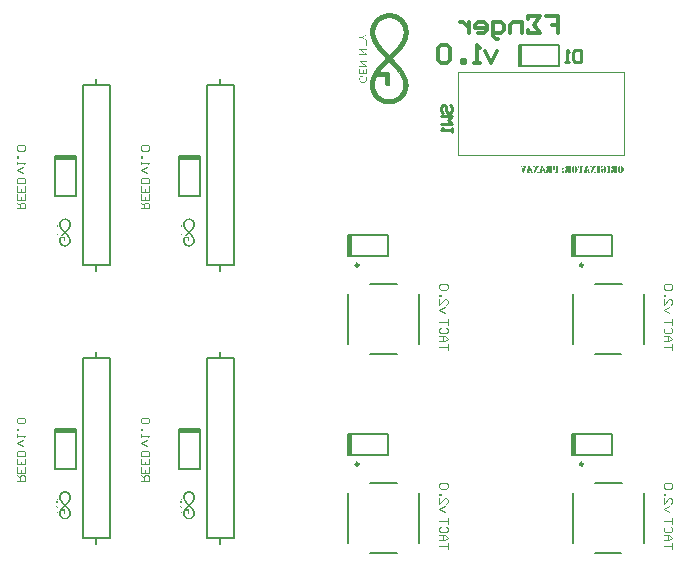
<source format=gbo>
G04*
G04 #@! TF.GenerationSoftware,Altium Limited,Altium Designer,20.1.8 (145)*
G04*
G04 Layer_Color=32896*
%FSLAX25Y25*%
%MOIN*%
G70*
G04*
G04 #@! TF.SameCoordinates,97AE0E28-4285-446D-9869-D3FBB0DEE563*
G04*
G04*
G04 #@! TF.FilePolarity,Positive*
G04*
G01*
G75*
%ADD15C,0.01181*%
%ADD29C,0.00787*%
%ADD30R,0.07480X0.01181*%
%ADD32C,0.00866*%
%ADD33R,0.01181X0.07480*%
%ADD48C,0.00394*%
%ADD49R,0.01181X0.07087*%
%ADD50C,0.00984*%
G36*
X135480Y195133D02*
X135397D01*
Y195091D01*
X135355D01*
Y195050D01*
X135271D01*
Y195008D01*
X135229D01*
Y194966D01*
X135145D01*
Y194924D01*
X135061D01*
Y194882D01*
X135019D01*
Y194840D01*
X134935D01*
Y194798D01*
X134852D01*
Y194756D01*
X134810D01*
Y194714D01*
X134726D01*
Y194672D01*
X134642D01*
Y194630D01*
X134600D01*
Y194588D01*
X134516D01*
Y194546D01*
X134432D01*
Y194505D01*
X134390D01*
Y194463D01*
X134307D01*
Y194421D01*
X134265D01*
Y194379D01*
X134181D01*
Y194337D01*
X134097D01*
Y194253D01*
X134181D01*
Y194211D01*
X134223D01*
Y194169D01*
X134307D01*
Y194127D01*
X134349D01*
Y194085D01*
X134432D01*
Y194044D01*
X134516D01*
Y194001D01*
X134558D01*
Y193960D01*
X134642D01*
Y193918D01*
X134726D01*
Y193876D01*
X134768D01*
Y193834D01*
X134852D01*
Y193792D01*
X134935D01*
Y193750D01*
X134977D01*
Y193708D01*
X135061D01*
Y193666D01*
X135103D01*
Y193624D01*
X135187D01*
Y193582D01*
X135271D01*
Y193540D01*
X135313D01*
Y193499D01*
X135397D01*
Y193457D01*
X135480D01*
Y193163D01*
X135439D01*
Y193205D01*
X135397D01*
Y193247D01*
X135313D01*
Y193289D01*
X135271D01*
Y193331D01*
X135187D01*
Y193373D01*
X135103D01*
Y193415D01*
X135061D01*
Y193457D01*
X134977D01*
Y193499D01*
X134894D01*
Y193540D01*
X134852D01*
Y193582D01*
X134768D01*
Y193624D01*
X134684D01*
Y193666D01*
X134642D01*
Y193708D01*
X134558D01*
Y193750D01*
X134516D01*
Y193792D01*
X134432D01*
Y193834D01*
X134349D01*
Y193876D01*
X134307D01*
Y193918D01*
X134223D01*
Y193960D01*
X134139D01*
Y194001D01*
X134097D01*
Y194044D01*
X134013D01*
Y194085D01*
X133929D01*
Y194127D01*
X133887D01*
Y194169D01*
X133007D01*
Y194379D01*
X133845D01*
Y194421D01*
X133929D01*
Y194463D01*
X134013D01*
Y194505D01*
X134055D01*
Y194546D01*
X134139D01*
Y194588D01*
X134223D01*
Y194630D01*
X134265D01*
Y194672D01*
X134349D01*
Y194714D01*
X134390D01*
Y194756D01*
X134474D01*
Y194798D01*
X134558D01*
Y194840D01*
X134600D01*
Y194882D01*
X134684D01*
Y194924D01*
X134768D01*
Y194966D01*
X134810D01*
Y195008D01*
X134894D01*
Y195050D01*
X134977D01*
Y195091D01*
X135019D01*
Y195133D01*
X135103D01*
Y195175D01*
X135145D01*
Y195217D01*
X135229D01*
Y195259D01*
X135313D01*
Y195301D01*
X135355D01*
Y195343D01*
X135439D01*
Y195385D01*
X135480D01*
Y195133D01*
D02*
G37*
G36*
Y191319D02*
X133007D01*
Y191570D01*
X134055D01*
Y192828D01*
X134265D01*
Y191570D01*
X135271D01*
Y192995D01*
X135480D01*
Y191319D01*
D02*
G37*
G36*
Y190270D02*
X133510D01*
Y190187D01*
X133552D01*
Y190145D01*
X133594D01*
Y190103D01*
X133636D01*
Y190061D01*
X133720D01*
Y190019D01*
X133762D01*
Y189977D01*
X133804D01*
Y189935D01*
X133845D01*
Y189893D01*
X133929D01*
Y189851D01*
X133971D01*
Y189809D01*
X134013D01*
Y189767D01*
X134055D01*
Y189725D01*
X134139D01*
Y189684D01*
X134181D01*
Y189642D01*
X134223D01*
Y189600D01*
X134265D01*
Y189558D01*
X134349D01*
Y189516D01*
X134390D01*
Y189474D01*
X134432D01*
Y189432D01*
X134516D01*
Y189390D01*
X134558D01*
Y189348D01*
X134600D01*
Y189306D01*
X134642D01*
Y189264D01*
X134726D01*
Y189223D01*
X134768D01*
Y189181D01*
X134810D01*
Y189139D01*
X134852D01*
Y189097D01*
X134935D01*
Y189055D01*
X134977D01*
Y189013D01*
X135019D01*
Y188971D01*
X135061D01*
Y188929D01*
X135145D01*
Y188887D01*
X135187D01*
Y188845D01*
X135229D01*
Y188803D01*
X135271D01*
Y188761D01*
X135355D01*
Y188719D01*
X135397D01*
Y188678D01*
X135439D01*
Y188636D01*
X135480D01*
Y188426D01*
X133007D01*
Y188678D01*
X135019D01*
Y188719D01*
X134977D01*
Y188761D01*
X134894D01*
Y188803D01*
X134852D01*
Y188845D01*
X134810D01*
Y188887D01*
X134768D01*
Y188929D01*
X134684D01*
Y188971D01*
X134642D01*
Y189013D01*
X134600D01*
Y189055D01*
X134516D01*
Y189097D01*
X134474D01*
Y189139D01*
X134432D01*
Y189181D01*
X134390D01*
Y189223D01*
X134307D01*
Y189264D01*
X134265D01*
Y189306D01*
X134223D01*
Y189348D01*
X134181D01*
Y189390D01*
X134097D01*
Y189432D01*
X134055D01*
Y189474D01*
X134013D01*
Y189516D01*
X133971D01*
Y189558D01*
X133887D01*
Y189600D01*
X133845D01*
Y189642D01*
X133804D01*
Y189684D01*
X133762D01*
Y189725D01*
X133678D01*
Y189767D01*
X133636D01*
Y189809D01*
X133594D01*
Y189851D01*
X133510D01*
Y189893D01*
X133468D01*
Y189935D01*
X133426D01*
Y189977D01*
X133384D01*
Y190019D01*
X133300D01*
Y190061D01*
X133259D01*
Y190103D01*
X133217D01*
Y190145D01*
X133175D01*
Y190187D01*
X133091D01*
Y190229D01*
X133049D01*
Y190270D01*
X133007D01*
Y190480D01*
X135480D01*
Y190270D01*
D02*
G37*
G36*
Y187378D02*
X133007D01*
Y187587D01*
X135480D01*
Y187378D01*
D02*
G37*
G36*
Y186288D02*
X133468D01*
Y186246D01*
X133510D01*
Y186204D01*
X133552D01*
Y186162D01*
X133636D01*
Y186120D01*
X133678D01*
Y186078D01*
X133720D01*
Y186036D01*
X133804D01*
Y185995D01*
X133845D01*
Y185952D01*
X133887D01*
Y185911D01*
X133929D01*
Y185869D01*
X134013D01*
Y185827D01*
X134055D01*
Y185785D01*
X134097D01*
Y185743D01*
X134139D01*
Y185701D01*
X134223D01*
Y185659D01*
X134265D01*
Y185617D01*
X134307D01*
Y185575D01*
X134349D01*
Y185533D01*
X134432D01*
Y185491D01*
X134474D01*
Y185450D01*
X134516D01*
Y185407D01*
X134558D01*
Y185366D01*
X134642D01*
Y185324D01*
X134684D01*
Y185282D01*
X134726D01*
Y185240D01*
X134768D01*
Y185198D01*
X134852D01*
Y185156D01*
X134894D01*
Y185114D01*
X134935D01*
Y185072D01*
X134977D01*
Y185030D01*
X135061D01*
Y184988D01*
X135103D01*
Y184946D01*
X135145D01*
Y184905D01*
X135229D01*
Y184863D01*
X135271D01*
Y184821D01*
X135313D01*
Y184779D01*
X135355D01*
Y184737D01*
X135439D01*
Y184695D01*
X135480D01*
Y184485D01*
X133007D01*
Y184695D01*
X134977D01*
Y184779D01*
X134935D01*
Y184821D01*
X134894D01*
Y184863D01*
X134810D01*
Y184905D01*
X134768D01*
Y184946D01*
X134726D01*
Y184988D01*
X134684D01*
Y185030D01*
X134600D01*
Y185072D01*
X134558D01*
Y185114D01*
X134516D01*
Y185156D01*
X134474D01*
Y185198D01*
X134390D01*
Y185240D01*
X134349D01*
Y185282D01*
X134307D01*
Y185324D01*
X134265D01*
Y185366D01*
X134181D01*
Y185407D01*
X134139D01*
Y185450D01*
X134097D01*
Y185491D01*
X134013D01*
Y185533D01*
X133971D01*
Y185575D01*
X133929D01*
Y185617D01*
X133887D01*
Y185659D01*
X133804D01*
Y185701D01*
X133762D01*
Y185743D01*
X133720D01*
Y185785D01*
X133678D01*
Y185827D01*
X133594D01*
Y185869D01*
X133552D01*
Y185911D01*
X133510D01*
Y185952D01*
X133468D01*
Y185995D01*
X133384D01*
Y186036D01*
X133343D01*
Y186078D01*
X133300D01*
Y186120D01*
X133259D01*
Y186162D01*
X133175D01*
Y186204D01*
X133133D01*
Y186246D01*
X133091D01*
Y186288D01*
X133049D01*
Y186330D01*
X133007D01*
Y186539D01*
X135480D01*
Y186288D01*
D02*
G37*
G36*
X143529Y202386D02*
X143907D01*
Y202344D01*
X144158D01*
Y202302D01*
X144368D01*
Y202260D01*
X144578D01*
Y202218D01*
X144745D01*
Y202176D01*
X144871D01*
Y202134D01*
X144997D01*
Y202093D01*
X145123D01*
Y202050D01*
X145248D01*
Y202009D01*
X145374D01*
Y201967D01*
X145458D01*
Y201925D01*
X145584D01*
Y201883D01*
X145668D01*
Y201841D01*
X145751D01*
Y201799D01*
X145835D01*
Y201757D01*
X145961D01*
Y201715D01*
X146003D01*
Y201673D01*
X146087D01*
Y201631D01*
X146171D01*
Y201589D01*
X146254D01*
Y201548D01*
X146338D01*
Y201506D01*
X146380D01*
Y201464D01*
X146464D01*
Y201422D01*
X146506D01*
Y201380D01*
X146590D01*
Y201338D01*
X146674D01*
Y201296D01*
X146715D01*
Y201254D01*
X146757D01*
Y201212D01*
X146841D01*
Y201170D01*
X146883D01*
Y201128D01*
X146925D01*
Y201086D01*
X147009D01*
Y201044D01*
X147051D01*
Y201003D01*
X147093D01*
Y200961D01*
X147135D01*
Y200919D01*
X147219D01*
Y200877D01*
X147260D01*
Y200835D01*
X147302D01*
Y200793D01*
X147344D01*
Y200751D01*
X147386D01*
Y200709D01*
X147428D01*
Y200667D01*
X147470D01*
Y200625D01*
X147512D01*
Y200583D01*
X147554D01*
Y200541D01*
X147596D01*
Y200499D01*
X147638D01*
Y200458D01*
X147680D01*
Y200416D01*
X147722D01*
Y200374D01*
X147764D01*
Y200332D01*
X147806D01*
Y200290D01*
X147847D01*
Y200248D01*
X147889D01*
Y200206D01*
X147931D01*
Y200122D01*
X147973D01*
Y200080D01*
X148015D01*
Y200038D01*
X148057D01*
Y199996D01*
X148099D01*
Y199913D01*
X148141D01*
Y199871D01*
X148183D01*
Y199829D01*
X148225D01*
Y199745D01*
X148267D01*
Y199703D01*
X148309D01*
Y199619D01*
X148351D01*
Y199577D01*
X148392D01*
Y199493D01*
X148434D01*
Y199451D01*
X148476D01*
Y199367D01*
X148518D01*
Y199284D01*
X148560D01*
Y199242D01*
X148602D01*
Y199158D01*
X148644D01*
Y199074D01*
X148686D01*
Y198990D01*
X148728D01*
Y198906D01*
X148770D01*
Y198823D01*
X148812D01*
Y198739D01*
X148854D01*
Y198613D01*
X148896D01*
Y198529D01*
X148937D01*
Y198403D01*
X148979D01*
Y198319D01*
X149021D01*
Y198194D01*
X149063D01*
Y198068D01*
X149105D01*
Y197942D01*
X149147D01*
Y197775D01*
X149189D01*
Y197607D01*
X149231D01*
Y197439D01*
X149273D01*
Y197188D01*
X149315D01*
Y196936D01*
X149357D01*
Y196517D01*
X149399D01*
Y195469D01*
X149357D01*
Y195050D01*
X149315D01*
Y194756D01*
X149273D01*
Y194546D01*
X149231D01*
Y194337D01*
X149189D01*
Y194169D01*
X149147D01*
Y194001D01*
X149105D01*
Y193876D01*
X149063D01*
Y193750D01*
X149021D01*
Y193624D01*
X148979D01*
Y193499D01*
X148937D01*
Y193373D01*
X148896D01*
Y193247D01*
X148854D01*
Y193163D01*
X148812D01*
Y193037D01*
X148770D01*
Y192954D01*
X148728D01*
Y192828D01*
X148686D01*
Y192744D01*
X148644D01*
Y192660D01*
X148602D01*
Y192576D01*
X148560D01*
Y192492D01*
X148518D01*
Y192409D01*
X148476D01*
Y192325D01*
X148434D01*
Y192241D01*
X148392D01*
Y192157D01*
X148351D01*
Y192073D01*
X148309D01*
Y191989D01*
X148267D01*
Y191947D01*
X148225D01*
Y191864D01*
X148183D01*
Y191780D01*
X148141D01*
Y191738D01*
X148099D01*
Y191654D01*
X148057D01*
Y191570D01*
X148015D01*
Y191528D01*
X147973D01*
Y191444D01*
X147931D01*
Y191402D01*
X147889D01*
Y191319D01*
X147847D01*
Y191277D01*
X147806D01*
Y191193D01*
X147764D01*
Y191151D01*
X147722D01*
Y191067D01*
X147680D01*
Y191025D01*
X147638D01*
Y190941D01*
X147596D01*
Y190899D01*
X147554D01*
Y190857D01*
X147512D01*
Y190774D01*
X147470D01*
Y190732D01*
X147428D01*
Y190690D01*
X147386D01*
Y190606D01*
X147344D01*
Y190564D01*
X147302D01*
Y190522D01*
X147260D01*
Y190438D01*
X147219D01*
Y190396D01*
X147177D01*
Y190354D01*
X147135D01*
Y190312D01*
X147093D01*
Y190229D01*
X147051D01*
Y190187D01*
X147009D01*
Y190145D01*
X146967D01*
Y190103D01*
X146925D01*
Y190019D01*
X146883D01*
Y189977D01*
X146841D01*
Y189935D01*
X146799D01*
Y189893D01*
X146757D01*
Y189851D01*
X146715D01*
Y189809D01*
X146674D01*
Y189725D01*
X146632D01*
Y189684D01*
X146590D01*
Y189642D01*
X146548D01*
Y189600D01*
X146506D01*
Y189558D01*
X146464D01*
Y189516D01*
X146422D01*
Y189474D01*
X146380D01*
Y189390D01*
X146338D01*
Y189348D01*
X146296D01*
Y189306D01*
X146254D01*
Y189264D01*
X146212D01*
Y189223D01*
X146171D01*
Y189181D01*
X146129D01*
Y189139D01*
X146087D01*
Y189097D01*
X146045D01*
Y189055D01*
X146003D01*
Y189013D01*
X145961D01*
Y188971D01*
X145919D01*
Y188887D01*
X145877D01*
Y188845D01*
X145835D01*
Y188803D01*
X145793D01*
Y188761D01*
X145751D01*
Y188719D01*
X145709D01*
Y188678D01*
X145668D01*
Y188636D01*
X145626D01*
Y188594D01*
X145584D01*
Y188552D01*
X145542D01*
Y188510D01*
X145500D01*
Y188468D01*
X145458D01*
Y188426D01*
X145416D01*
Y188384D01*
X145374D01*
Y188342D01*
X145332D01*
Y188300D01*
X145290D01*
Y188258D01*
X145248D01*
Y188216D01*
X145206D01*
Y188174D01*
X145164D01*
Y188133D01*
X145123D01*
Y188091D01*
X145081D01*
Y188049D01*
X145039D01*
Y188007D01*
X144997D01*
Y187965D01*
X144955D01*
Y187923D01*
X144913D01*
Y187881D01*
X144871D01*
Y187839D01*
X144829D01*
Y187797D01*
X144787D01*
Y187755D01*
X144745D01*
Y187713D01*
X144703D01*
Y187671D01*
X144661D01*
Y187629D01*
X144620D01*
Y187587D01*
X144578D01*
Y187546D01*
X144536D01*
Y187504D01*
X144494D01*
Y187462D01*
X144452D01*
Y187420D01*
X144410D01*
Y187378D01*
X144368D01*
Y187336D01*
X144326D01*
Y187294D01*
X144284D01*
Y187252D01*
X144242D01*
Y187210D01*
X144200D01*
Y187126D01*
X144242D01*
Y187084D01*
X144284D01*
Y187042D01*
X144326D01*
Y187001D01*
X144368D01*
Y186959D01*
X144410D01*
Y186917D01*
X144452D01*
Y186875D01*
X144494D01*
Y186833D01*
X144536D01*
Y186791D01*
X144578D01*
Y186749D01*
X144620D01*
Y186707D01*
X144661D01*
Y186665D01*
X144703D01*
Y186623D01*
X144745D01*
Y186581D01*
X144787D01*
Y186539D01*
X144829D01*
Y186456D01*
X144871D01*
Y186414D01*
X144913D01*
Y186372D01*
X144955D01*
Y186330D01*
X144997D01*
Y186288D01*
X145039D01*
Y186246D01*
X145081D01*
Y186204D01*
X145123D01*
Y186162D01*
X145164D01*
Y186120D01*
X145206D01*
Y186078D01*
X145248D01*
Y186036D01*
X145290D01*
Y185995D01*
X145332D01*
Y185911D01*
X145374D01*
Y185869D01*
X145416D01*
Y185827D01*
X145458D01*
Y185785D01*
X145500D01*
Y185743D01*
X145542D01*
Y185701D01*
X145584D01*
Y185659D01*
X145626D01*
Y185617D01*
X145668D01*
Y185575D01*
X145709D01*
Y185533D01*
X145751D01*
Y185450D01*
X145793D01*
Y185407D01*
X145835D01*
Y185366D01*
X145877D01*
Y185324D01*
X145919D01*
Y185282D01*
X145961D01*
Y185240D01*
X146003D01*
Y185198D01*
X146045D01*
Y185156D01*
X146087D01*
Y185072D01*
X146129D01*
Y185030D01*
X146171D01*
Y184988D01*
X146212D01*
Y184946D01*
X146254D01*
Y184905D01*
X146296D01*
Y184863D01*
X146338D01*
Y184821D01*
X146380D01*
Y184737D01*
X146422D01*
Y184695D01*
X146464D01*
Y184653D01*
X146506D01*
Y184611D01*
X146548D01*
Y184569D01*
X146590D01*
Y184527D01*
X146632D01*
Y184443D01*
X146674D01*
Y184401D01*
X146715D01*
Y184360D01*
X146757D01*
Y184318D01*
X146799D01*
Y184276D01*
X146841D01*
Y184192D01*
X146883D01*
Y184150D01*
X146925D01*
Y184108D01*
X146967D01*
Y184066D01*
X147009D01*
Y183982D01*
X147051D01*
Y183940D01*
X147093D01*
Y183898D01*
X147135D01*
Y183856D01*
X147177D01*
Y183773D01*
X147219D01*
Y183731D01*
X147260D01*
Y183689D01*
X147302D01*
Y183605D01*
X147344D01*
Y183563D01*
X147386D01*
Y183521D01*
X147428D01*
Y183437D01*
X147470D01*
Y183395D01*
X147512D01*
Y183353D01*
X147554D01*
Y183270D01*
X147596D01*
Y183228D01*
X147638D01*
Y183186D01*
X147554D01*
Y183228D01*
X147428D01*
Y183270D01*
X146925D01*
Y183228D01*
X146799D01*
Y183186D01*
X146715D01*
Y183144D01*
X146632D01*
Y183102D01*
X146548D01*
Y183060D01*
X146506D01*
Y183018D01*
X146464D01*
Y182976D01*
X146422D01*
Y182934D01*
X146380D01*
Y182892D01*
X146338D01*
Y182808D01*
X146296D01*
Y182725D01*
X146254D01*
Y182641D01*
X146212D01*
Y182515D01*
X146171D01*
Y182305D01*
X146129D01*
Y182347D01*
X146087D01*
Y182431D01*
X146045D01*
Y182473D01*
X146003D01*
Y182515D01*
X145961D01*
Y182599D01*
X145919D01*
Y182641D01*
X145877D01*
Y182683D01*
X145835D01*
Y182766D01*
X145793D01*
Y182808D01*
X145751D01*
Y182850D01*
X145709D01*
Y182892D01*
X145668D01*
Y182976D01*
X145626D01*
Y183018D01*
X145584D01*
Y183060D01*
X145542D01*
Y183102D01*
X145500D01*
Y183186D01*
X145458D01*
Y183228D01*
X145416D01*
Y183270D01*
X145374D01*
Y183311D01*
X145332D01*
Y183353D01*
X145290D01*
Y183395D01*
X145248D01*
Y183479D01*
X145206D01*
Y183521D01*
X145164D01*
Y183563D01*
X145123D01*
Y183605D01*
X145081D01*
Y183647D01*
X145039D01*
Y183689D01*
X144997D01*
Y183773D01*
X144955D01*
Y183815D01*
X144913D01*
Y183856D01*
X144871D01*
Y183898D01*
X144829D01*
Y183940D01*
X144787D01*
Y183982D01*
X144745D01*
Y184024D01*
X144703D01*
Y184108D01*
X144661D01*
Y184150D01*
X144620D01*
Y184192D01*
X144578D01*
Y184234D01*
X144536D01*
Y184276D01*
X144494D01*
Y184318D01*
X144452D01*
Y184360D01*
X144410D01*
Y184401D01*
X144368D01*
Y184485D01*
X144326D01*
Y184527D01*
X144284D01*
Y184569D01*
X144242D01*
Y184611D01*
X144200D01*
Y184653D01*
X144158D01*
Y184695D01*
X144116D01*
Y184737D01*
X144074D01*
Y184779D01*
X144033D01*
Y184821D01*
X143991D01*
Y184863D01*
X143949D01*
Y184905D01*
X143907D01*
Y184988D01*
X143865D01*
Y185030D01*
X143823D01*
Y185072D01*
X143781D01*
Y185114D01*
X143739D01*
Y185156D01*
X143697D01*
Y185198D01*
X143655D01*
Y185240D01*
X143613D01*
Y185282D01*
X143571D01*
Y185324D01*
X143529D01*
Y185366D01*
X143488D01*
Y185407D01*
X143446D01*
Y185450D01*
X143404D01*
Y185491D01*
X143362D01*
Y185575D01*
X143320D01*
Y185617D01*
X143278D01*
Y185659D01*
X143236D01*
Y185701D01*
X143194D01*
Y185743D01*
X143152D01*
Y185785D01*
X143110D01*
Y185827D01*
X143068D01*
Y185869D01*
X143026D01*
Y185911D01*
X142984D01*
Y185952D01*
X142859D01*
Y185911D01*
X142817D01*
Y185869D01*
X142775D01*
Y185827D01*
X142733D01*
Y185785D01*
X142691D01*
Y185743D01*
X142649D01*
Y185701D01*
X142607D01*
Y185659D01*
X142565D01*
Y185617D01*
X142523D01*
Y185575D01*
X142481D01*
Y185533D01*
X142439D01*
Y185491D01*
X142398D01*
Y185450D01*
X142356D01*
Y185407D01*
X142314D01*
Y185366D01*
X142272D01*
Y185324D01*
X142230D01*
Y185282D01*
X142188D01*
Y185240D01*
X142146D01*
Y185198D01*
X142104D01*
Y185156D01*
X142062D01*
Y185114D01*
X142020D01*
Y185072D01*
X141978D01*
Y185030D01*
X141936D01*
Y184988D01*
X141894D01*
Y184946D01*
X141853D01*
Y184905D01*
X141811D01*
Y184863D01*
X141769D01*
Y184821D01*
X141727D01*
Y184779D01*
X141685D01*
Y184737D01*
X141643D01*
Y184695D01*
X141601D01*
Y184653D01*
X141559D01*
Y184611D01*
X141517D01*
Y184569D01*
X141475D01*
Y184527D01*
X141433D01*
Y184485D01*
X141392D01*
Y184443D01*
X141349D01*
Y184401D01*
X141308D01*
Y184360D01*
X141266D01*
Y184318D01*
X141224D01*
Y184276D01*
X141182D01*
Y184234D01*
X141140D01*
Y184192D01*
X141098D01*
Y184150D01*
X141056D01*
Y184108D01*
X141014D01*
Y184066D01*
X140972D01*
Y184024D01*
X140930D01*
Y183982D01*
X140888D01*
Y183940D01*
X140847D01*
Y183856D01*
X140805D01*
Y183815D01*
X140763D01*
Y183773D01*
X140721D01*
Y183731D01*
X140679D01*
Y183689D01*
X140637D01*
Y183647D01*
X140595D01*
Y183605D01*
X140553D01*
Y183563D01*
X140511D01*
Y183521D01*
X140469D01*
Y183437D01*
X140427D01*
Y183395D01*
X140385D01*
Y183353D01*
X140343D01*
Y183311D01*
X140302D01*
Y183270D01*
X140260D01*
Y183228D01*
X140218D01*
Y183144D01*
X140176D01*
Y183102D01*
X140134D01*
Y183060D01*
X140092D01*
Y183018D01*
X140050D01*
Y182934D01*
X138080D01*
Y182892D01*
X137954D01*
Y182850D01*
X137870D01*
Y182892D01*
X137912D01*
Y182976D01*
X137954D01*
Y183060D01*
X137996D01*
Y183102D01*
X138038D01*
Y183186D01*
X138080D01*
Y183228D01*
X138122D01*
Y183311D01*
X138163D01*
Y183353D01*
X138205D01*
Y183437D01*
X138247D01*
Y183479D01*
X138289D01*
Y183563D01*
X138331D01*
Y183605D01*
X138373D01*
Y183647D01*
X138415D01*
Y183731D01*
X138457D01*
Y183773D01*
X138499D01*
Y183815D01*
X138541D01*
Y183898D01*
X138583D01*
Y183940D01*
X138625D01*
Y183982D01*
X138666D01*
Y184024D01*
X138708D01*
Y184108D01*
X138750D01*
Y184150D01*
X138792D01*
Y184192D01*
X138834D01*
Y184234D01*
X138876D01*
Y184318D01*
X138918D01*
Y184360D01*
X138960D01*
Y184401D01*
X139002D01*
Y184443D01*
X139044D01*
Y184485D01*
X139086D01*
Y184527D01*
X139128D01*
Y184611D01*
X139170D01*
Y184653D01*
X139211D01*
Y184695D01*
X139253D01*
Y184737D01*
X139295D01*
Y184779D01*
X139337D01*
Y184821D01*
X139379D01*
Y184863D01*
X139421D01*
Y184905D01*
X139463D01*
Y184988D01*
X139505D01*
Y185030D01*
X139547D01*
Y185072D01*
X139589D01*
Y185114D01*
X139631D01*
Y185156D01*
X139673D01*
Y185198D01*
X139715D01*
Y185240D01*
X139757D01*
Y185282D01*
X139798D01*
Y185324D01*
X139840D01*
Y185366D01*
X139882D01*
Y185407D01*
X139924D01*
Y185450D01*
X139966D01*
Y185491D01*
X140008D01*
Y185533D01*
X140050D01*
Y185617D01*
X140092D01*
Y185659D01*
X140134D01*
Y185701D01*
X140176D01*
Y185743D01*
X140218D01*
Y185785D01*
X140260D01*
Y185827D01*
X140302D01*
Y185869D01*
X140343D01*
Y185911D01*
X140385D01*
Y185952D01*
X140427D01*
Y185995D01*
X140469D01*
Y186036D01*
X140511D01*
Y186078D01*
X140553D01*
Y186120D01*
X140595D01*
Y186162D01*
X140637D01*
Y186204D01*
X140679D01*
Y186246D01*
X140721D01*
Y186288D01*
X140763D01*
Y186330D01*
X140805D01*
Y186372D01*
X140847D01*
Y186414D01*
X140888D01*
Y186456D01*
X140930D01*
Y186497D01*
X140972D01*
Y186539D01*
X141014D01*
Y186581D01*
X141056D01*
Y186623D01*
X141098D01*
Y186665D01*
X141182D01*
Y186707D01*
X141224D01*
Y186749D01*
X141266D01*
Y186791D01*
X141308D01*
Y186833D01*
X141349D01*
Y186875D01*
X141392D01*
Y186917D01*
X141433D01*
Y186959D01*
X141475D01*
Y187001D01*
X141517D01*
Y187042D01*
X141559D01*
Y187084D01*
X141601D01*
Y187126D01*
X141643D01*
Y187168D01*
X141685D01*
Y187210D01*
X141727D01*
Y187252D01*
X141685D01*
Y187294D01*
X141643D01*
Y187336D01*
X141601D01*
Y187420D01*
X141559D01*
Y187462D01*
X141517D01*
Y187504D01*
X141475D01*
Y187546D01*
X141433D01*
Y187587D01*
X141392D01*
Y187629D01*
X141349D01*
Y187671D01*
X141308D01*
Y187713D01*
X141266D01*
Y187755D01*
X141224D01*
Y187797D01*
X141182D01*
Y187839D01*
X141140D01*
Y187881D01*
X141098D01*
Y187923D01*
X141056D01*
Y187965D01*
X141014D01*
Y188007D01*
X140972D01*
Y188049D01*
X140930D01*
Y188091D01*
X140888D01*
Y188133D01*
X140847D01*
Y188174D01*
X140805D01*
Y188216D01*
X140763D01*
Y188258D01*
X140721D01*
Y188300D01*
X140679D01*
Y188342D01*
X140637D01*
Y188384D01*
X140595D01*
Y188426D01*
X140553D01*
Y188468D01*
X140511D01*
Y188510D01*
X140469D01*
Y188594D01*
X140427D01*
Y188636D01*
X140385D01*
Y188678D01*
X140343D01*
Y188719D01*
X140302D01*
Y188761D01*
X140260D01*
Y188803D01*
X140218D01*
Y188845D01*
X140176D01*
Y188887D01*
X140134D01*
Y188929D01*
X140092D01*
Y188971D01*
X140050D01*
Y189013D01*
X140008D01*
Y189055D01*
X139966D01*
Y189097D01*
X139924D01*
Y189139D01*
X139882D01*
Y189223D01*
X139840D01*
Y189264D01*
X139798D01*
Y189306D01*
X139757D01*
Y189348D01*
X139715D01*
Y189390D01*
X139673D01*
Y189474D01*
X139631D01*
Y189516D01*
X139589D01*
Y189558D01*
X139547D01*
Y189600D01*
X139505D01*
Y189642D01*
X139463D01*
Y189725D01*
X139421D01*
Y189767D01*
X139379D01*
Y189809D01*
X139337D01*
Y189851D01*
X139295D01*
Y189935D01*
X139253D01*
Y189977D01*
X139211D01*
Y190019D01*
X139170D01*
Y190061D01*
X139128D01*
Y190145D01*
X139086D01*
Y190187D01*
X139044D01*
Y190229D01*
X139002D01*
Y190312D01*
X138960D01*
Y190354D01*
X138918D01*
Y190396D01*
X138876D01*
Y190438D01*
X138834D01*
Y190522D01*
X138792D01*
Y190564D01*
X138750D01*
Y190606D01*
X138708D01*
Y190690D01*
X138666D01*
Y190732D01*
X138625D01*
Y190815D01*
X138583D01*
Y190857D01*
X138541D01*
Y190899D01*
X138499D01*
Y190983D01*
X138457D01*
Y191025D01*
X138415D01*
Y191109D01*
X138373D01*
Y191151D01*
X138331D01*
Y191235D01*
X138289D01*
Y191277D01*
X138247D01*
Y191360D01*
X138205D01*
Y191402D01*
X138163D01*
Y191486D01*
X138122D01*
Y191528D01*
X138080D01*
Y191612D01*
X138038D01*
Y191654D01*
X137996D01*
Y191738D01*
X137954D01*
Y191780D01*
X137912D01*
Y191864D01*
X137870D01*
Y191947D01*
X137828D01*
Y191989D01*
X137786D01*
Y192073D01*
X137744D01*
Y192157D01*
X137702D01*
Y192241D01*
X137660D01*
Y192283D01*
X137619D01*
Y192367D01*
X137577D01*
Y192450D01*
X137535D01*
Y192534D01*
X137493D01*
Y192618D01*
X137451D01*
Y192702D01*
X137409D01*
Y192786D01*
X137367D01*
Y192870D01*
X137325D01*
Y192954D01*
X137283D01*
Y193037D01*
X137241D01*
Y193163D01*
X137199D01*
Y193247D01*
X137157D01*
Y193331D01*
X137115D01*
Y193457D01*
X137074D01*
Y193540D01*
X137032D01*
Y193666D01*
X136990D01*
Y193792D01*
X136948D01*
Y193918D01*
X136906D01*
Y194044D01*
X136864D01*
Y194169D01*
X136822D01*
Y194295D01*
X136780D01*
Y194463D01*
X136738D01*
Y194630D01*
X136696D01*
Y194840D01*
X136654D01*
Y195050D01*
X136612D01*
Y195343D01*
X136570D01*
Y195888D01*
X136529D01*
Y196307D01*
X136570D01*
Y196810D01*
X136612D01*
Y197104D01*
X136654D01*
Y197313D01*
X136696D01*
Y197523D01*
X136738D01*
Y197691D01*
X136780D01*
Y197816D01*
X136822D01*
Y197942D01*
X136864D01*
Y198068D01*
X136906D01*
Y198194D01*
X136948D01*
Y198319D01*
X136990D01*
Y198403D01*
X137032D01*
Y198487D01*
X137074D01*
Y198613D01*
X137115D01*
Y198697D01*
X137157D01*
Y198781D01*
X137199D01*
Y198864D01*
X137241D01*
Y198948D01*
X137283D01*
Y199032D01*
X137325D01*
Y199116D01*
X137367D01*
Y199158D01*
X137409D01*
Y199242D01*
X137451D01*
Y199326D01*
X137493D01*
Y199367D01*
X137535D01*
Y199451D01*
X137577D01*
Y199493D01*
X137619D01*
Y199577D01*
X137660D01*
Y199619D01*
X137702D01*
Y199703D01*
X137744D01*
Y199745D01*
X137786D01*
Y199829D01*
X137828D01*
Y199871D01*
X137870D01*
Y199913D01*
X137912D01*
Y199954D01*
X137954D01*
Y200038D01*
X137996D01*
Y200080D01*
X138038D01*
Y200122D01*
X138080D01*
Y200164D01*
X138122D01*
Y200206D01*
X138163D01*
Y200290D01*
X138205D01*
Y200332D01*
X138247D01*
Y200374D01*
X138289D01*
Y200416D01*
X138331D01*
Y200458D01*
X138373D01*
Y200499D01*
X138415D01*
Y200541D01*
X138457D01*
Y200583D01*
X138499D01*
Y200625D01*
X138541D01*
Y200667D01*
X138583D01*
Y200709D01*
X138625D01*
Y200751D01*
X138666D01*
Y200793D01*
X138750D01*
Y200835D01*
X138792D01*
Y200877D01*
X138834D01*
Y200919D01*
X138876D01*
Y200961D01*
X138918D01*
Y201003D01*
X139002D01*
Y201044D01*
X139044D01*
Y201086D01*
X139086D01*
Y201128D01*
X139128D01*
Y201170D01*
X139211D01*
Y201212D01*
X139253D01*
Y201254D01*
X139337D01*
Y201296D01*
X139379D01*
Y201338D01*
X139463D01*
Y201380D01*
X139505D01*
Y201422D01*
X139589D01*
Y201464D01*
X139631D01*
Y201506D01*
X139715D01*
Y201548D01*
X139798D01*
Y201589D01*
X139840D01*
Y201631D01*
X139924D01*
Y201673D01*
X140008D01*
Y201715D01*
X140092D01*
Y201757D01*
X140176D01*
Y201799D01*
X140260D01*
Y201841D01*
X140343D01*
Y201883D01*
X140469D01*
Y201925D01*
X140553D01*
Y201967D01*
X140679D01*
Y202009D01*
X140805D01*
Y202050D01*
X140888D01*
Y202093D01*
X141014D01*
Y202134D01*
X141182D01*
Y202176D01*
X141308D01*
Y202218D01*
X141475D01*
Y202260D01*
X141643D01*
Y202302D01*
X141894D01*
Y202344D01*
X142146D01*
Y202386D01*
X142523D01*
Y202428D01*
X143529D01*
Y202386D01*
D02*
G37*
G36*
X133217Y182347D02*
X134139D01*
Y182389D01*
X134181D01*
Y183605D01*
X134349D01*
Y182347D01*
X135271D01*
Y183773D01*
X135480D01*
Y182096D01*
X133007D01*
Y183815D01*
X133217D01*
Y182347D01*
D02*
G37*
G36*
X135187Y181299D02*
X135229D01*
Y181257D01*
X135271D01*
Y181173D01*
X135313D01*
Y181090D01*
X135355D01*
Y181006D01*
X135397D01*
Y180922D01*
X135439D01*
Y180754D01*
X135480D01*
Y180125D01*
X135439D01*
Y179958D01*
X135397D01*
Y179874D01*
X135355D01*
Y179790D01*
X135313D01*
Y179706D01*
X135271D01*
Y179622D01*
X135229D01*
Y179580D01*
X135187D01*
Y179539D01*
X135145D01*
Y179497D01*
X135103D01*
Y179455D01*
X135061D01*
Y179413D01*
X135019D01*
Y179371D01*
X134935D01*
Y179329D01*
X134894D01*
Y179287D01*
X134810D01*
Y179245D01*
X134726D01*
Y179203D01*
X134600D01*
Y179161D01*
X133887D01*
Y179203D01*
X133762D01*
Y179245D01*
X133678D01*
Y179287D01*
X133594D01*
Y179329D01*
X133510D01*
Y179371D01*
X133468D01*
Y179413D01*
X133426D01*
Y179455D01*
X133384D01*
Y179497D01*
X133343D01*
Y179539D01*
X133300D01*
Y179580D01*
X133259D01*
Y179622D01*
X133217D01*
Y179706D01*
X133175D01*
Y179748D01*
X133133D01*
Y179832D01*
X133091D01*
Y179958D01*
X133049D01*
Y180084D01*
X133007D01*
Y180796D01*
X133049D01*
Y180964D01*
X133091D01*
Y181048D01*
X133133D01*
Y181131D01*
X133175D01*
Y181215D01*
X133217D01*
Y181257D01*
X133259D01*
Y181341D01*
X134223D01*
Y181131D01*
X133426D01*
Y181090D01*
X133384D01*
Y181048D01*
X133343D01*
Y181006D01*
X133300D01*
Y180880D01*
X133259D01*
Y180754D01*
X133217D01*
Y180503D01*
X133175D01*
Y180377D01*
X133217D01*
Y180125D01*
X133259D01*
Y180000D01*
X133300D01*
Y179916D01*
X133343D01*
Y179832D01*
X133384D01*
Y179790D01*
X133426D01*
Y179748D01*
X133468D01*
Y179706D01*
X133510D01*
Y179664D01*
X133552D01*
Y179622D01*
X133594D01*
Y179580D01*
X133636D01*
Y179539D01*
X133720D01*
Y179497D01*
X133762D01*
Y179455D01*
X133887D01*
Y179413D01*
X134013D01*
Y179371D01*
X134432D01*
Y179413D01*
X134600D01*
Y179455D01*
X134684D01*
Y179497D01*
X134768D01*
Y179539D01*
X134852D01*
Y179580D01*
X134894D01*
Y179622D01*
X134935D01*
Y179664D01*
X134977D01*
Y179706D01*
X135019D01*
Y179748D01*
X135061D01*
Y179790D01*
X135103D01*
Y179874D01*
X135145D01*
Y179916D01*
X135187D01*
Y180042D01*
X135229D01*
Y180167D01*
X135271D01*
Y180754D01*
X135229D01*
Y180880D01*
X135187D01*
Y180964D01*
X135145D01*
Y181048D01*
X135103D01*
Y181090D01*
X135061D01*
Y181131D01*
X135019D01*
Y181257D01*
X135061D01*
Y181299D01*
X135103D01*
Y181341D01*
X135187D01*
Y181299D01*
D02*
G37*
G36*
X147260Y183102D02*
X147428D01*
Y183060D01*
X147554D01*
Y183018D01*
X147638D01*
Y182976D01*
X147680D01*
Y182934D01*
X147722D01*
Y182892D01*
X147764D01*
Y182850D01*
X147806D01*
Y182808D01*
X147847D01*
Y182766D01*
X147889D01*
Y182725D01*
X147931D01*
Y182641D01*
X147973D01*
Y182557D01*
X148015D01*
Y182515D01*
X148057D01*
Y182431D01*
X148099D01*
Y182347D01*
X148141D01*
Y182305D01*
X148183D01*
Y182221D01*
X148225D01*
Y182138D01*
X148267D01*
Y182054D01*
X148309D01*
Y181970D01*
X148351D01*
Y181886D01*
X148392D01*
Y181802D01*
X148434D01*
Y181718D01*
X148476D01*
Y181635D01*
X148518D01*
Y181551D01*
X148560D01*
Y181467D01*
X148602D01*
Y181383D01*
X148644D01*
Y181299D01*
X148686D01*
Y181215D01*
X148728D01*
Y181090D01*
X148770D01*
Y181006D01*
X148812D01*
Y180880D01*
X148854D01*
Y180796D01*
X148896D01*
Y180670D01*
X148937D01*
Y180545D01*
X148979D01*
Y180419D01*
X149021D01*
Y180293D01*
X149063D01*
Y180125D01*
X149105D01*
Y180000D01*
X149147D01*
Y179832D01*
X149189D01*
Y179622D01*
X149231D01*
Y179413D01*
X149273D01*
Y179161D01*
X149315D01*
Y178742D01*
X149357D01*
Y177945D01*
X149315D01*
Y177568D01*
X149273D01*
Y177275D01*
X149231D01*
Y177065D01*
X149189D01*
Y176897D01*
X149147D01*
Y176730D01*
X149105D01*
Y176604D01*
X149063D01*
Y176478D01*
X149021D01*
Y176352D01*
X148979D01*
Y176227D01*
X148937D01*
Y176143D01*
X148896D01*
Y176017D01*
X148854D01*
Y175933D01*
X148812D01*
Y175849D01*
X148770D01*
Y175724D01*
X148728D01*
Y175640D01*
X148686D01*
Y175556D01*
X148644D01*
Y175472D01*
X148602D01*
Y175388D01*
X148560D01*
Y175346D01*
X148518D01*
Y175262D01*
X148476D01*
Y175179D01*
X148434D01*
Y175137D01*
X148392D01*
Y175053D01*
X148351D01*
Y174969D01*
X148309D01*
Y174927D01*
X148267D01*
Y174843D01*
X148225D01*
Y174801D01*
X148183D01*
Y174759D01*
X148141D01*
Y174676D01*
X148099D01*
Y174634D01*
X148057D01*
Y174550D01*
X148015D01*
Y174508D01*
X147973D01*
Y174466D01*
X147931D01*
Y174424D01*
X147889D01*
Y174340D01*
X147847D01*
Y174298D01*
X147806D01*
Y174256D01*
X147764D01*
Y174214D01*
X147722D01*
Y174172D01*
X147680D01*
Y174131D01*
X147638D01*
Y174089D01*
X147596D01*
Y174047D01*
X147554D01*
Y174005D01*
X147512D01*
Y173963D01*
X147470D01*
Y173921D01*
X147428D01*
Y173879D01*
X147386D01*
Y173837D01*
X147344D01*
Y173795D01*
X147302D01*
Y173753D01*
X147260D01*
Y173711D01*
X147219D01*
Y173669D01*
X147177D01*
Y173627D01*
X147135D01*
Y173586D01*
X147093D01*
Y173544D01*
X147051D01*
Y173502D01*
X146967D01*
Y173460D01*
X146925D01*
Y173418D01*
X146883D01*
Y173376D01*
X146841D01*
Y173334D01*
X146757D01*
Y173292D01*
X146715D01*
Y173250D01*
X146674D01*
Y173208D01*
X146590D01*
Y173166D01*
X146548D01*
Y173125D01*
X146464D01*
Y173082D01*
X146422D01*
Y173041D01*
X146338D01*
Y172999D01*
X146296D01*
Y172957D01*
X146212D01*
Y172915D01*
X146129D01*
Y172873D01*
X146045D01*
Y172831D01*
X146003D01*
Y172789D01*
X145919D01*
Y172747D01*
X145835D01*
Y172705D01*
X145751D01*
Y172663D01*
X145668D01*
Y172621D01*
X145584D01*
Y172580D01*
X145458D01*
Y172538D01*
X145374D01*
Y172496D01*
X145290D01*
Y172454D01*
X145164D01*
Y172412D01*
X145039D01*
Y172370D01*
X144913D01*
Y172328D01*
X144787D01*
Y172286D01*
X144661D01*
Y172244D01*
X144494D01*
Y172202D01*
X144326D01*
Y172160D01*
X144116D01*
Y172118D01*
X143865D01*
Y172076D01*
X143529D01*
Y172035D01*
X142188D01*
Y172076D01*
X141894D01*
Y172118D01*
X141643D01*
Y172160D01*
X141433D01*
Y172202D01*
X141266D01*
Y172244D01*
X141098D01*
Y172286D01*
X140972D01*
Y172328D01*
X140847D01*
Y172370D01*
X140721D01*
Y172412D01*
X140595D01*
Y172454D01*
X140469D01*
Y172496D01*
X140385D01*
Y172538D01*
X140302D01*
Y172580D01*
X140176D01*
Y172621D01*
X140092D01*
Y172663D01*
X140008D01*
Y172705D01*
X139924D01*
Y172747D01*
X139840D01*
Y172789D01*
X139757D01*
Y172831D01*
X139715D01*
Y172873D01*
X139631D01*
Y172915D01*
X139547D01*
Y172957D01*
X139505D01*
Y172999D01*
X139421D01*
Y173041D01*
X139337D01*
Y173082D01*
X139295D01*
Y173125D01*
X139211D01*
Y173166D01*
X139170D01*
Y173208D01*
X139128D01*
Y173250D01*
X139044D01*
Y173292D01*
X139002D01*
Y173334D01*
X138918D01*
Y173376D01*
X138876D01*
Y173418D01*
X138834D01*
Y173460D01*
X138792D01*
Y173502D01*
X138750D01*
Y173544D01*
X138666D01*
Y173586D01*
X138625D01*
Y173627D01*
X138583D01*
Y173669D01*
X138541D01*
Y173711D01*
X138499D01*
Y173753D01*
X138457D01*
Y173795D01*
X138415D01*
Y173837D01*
X138373D01*
Y173879D01*
X138331D01*
Y173921D01*
X138289D01*
Y173963D01*
X138247D01*
Y174005D01*
X138205D01*
Y174047D01*
X138163D01*
Y174089D01*
X138122D01*
Y174131D01*
X138080D01*
Y174172D01*
X138038D01*
Y174214D01*
X137996D01*
Y174256D01*
X137954D01*
Y174340D01*
X137912D01*
Y174382D01*
X137870D01*
Y174424D01*
X137828D01*
Y174466D01*
X137786D01*
Y174550D01*
X137744D01*
Y174592D01*
X137702D01*
Y174634D01*
X137660D01*
Y174717D01*
X137619D01*
Y174759D01*
X137577D01*
Y174843D01*
X137535D01*
Y174885D01*
X137493D01*
Y174969D01*
X137451D01*
Y175053D01*
X137409D01*
Y175095D01*
X137367D01*
Y175179D01*
X137325D01*
Y175262D01*
X137283D01*
Y175346D01*
X137241D01*
Y175388D01*
X137199D01*
Y175472D01*
X137157D01*
Y175598D01*
X137115D01*
Y175682D01*
X137074D01*
Y175766D01*
X137032D01*
Y175849D01*
X136990D01*
Y175975D01*
X136948D01*
Y176059D01*
X136906D01*
Y176185D01*
X136864D01*
Y176311D01*
X136822D01*
Y176436D01*
X136780D01*
Y176604D01*
X136738D01*
Y176730D01*
X136696D01*
Y176939D01*
X136654D01*
Y177107D01*
X136612D01*
Y177359D01*
X136570D01*
Y177694D01*
X136529D01*
Y179203D01*
X136570D01*
Y179539D01*
X136612D01*
Y179790D01*
X136654D01*
Y180000D01*
X136696D01*
Y180167D01*
X136738D01*
Y180335D01*
X136780D01*
Y180503D01*
X136822D01*
Y180629D01*
X136864D01*
Y180754D01*
X136906D01*
Y180880D01*
X136948D01*
Y181006D01*
X136990D01*
Y181131D01*
X137032D01*
Y181215D01*
X137074D01*
Y181341D01*
X137115D01*
Y181425D01*
X137157D01*
Y181551D01*
X137199D01*
Y181635D01*
X137241D01*
Y181718D01*
X137283D01*
Y181802D01*
X137325D01*
Y181886D01*
X137367D01*
Y181970D01*
X137409D01*
Y182054D01*
X137451D01*
Y182138D01*
X137493D01*
Y182221D01*
X137535D01*
Y182305D01*
X137577D01*
Y182389D01*
X137619D01*
Y182431D01*
X137660D01*
Y182515D01*
X137702D01*
Y182557D01*
X137744D01*
Y182599D01*
X137828D01*
Y182641D01*
X137870D01*
Y182683D01*
X137954D01*
Y182725D01*
X138080D01*
Y182766D01*
X138289D01*
Y182808D01*
X142439D01*
Y182766D01*
X142649D01*
Y182725D01*
X142775D01*
Y182683D01*
X142859D01*
Y182641D01*
X142901D01*
Y182599D01*
X142943D01*
Y182557D01*
X143026D01*
Y182473D01*
X143068D01*
Y182431D01*
X143110D01*
Y182389D01*
X143152D01*
Y182305D01*
X143194D01*
Y182180D01*
X143236D01*
Y182012D01*
X143278D01*
Y178784D01*
X143236D01*
Y178574D01*
X143194D01*
Y178490D01*
X143152D01*
Y178407D01*
X143110D01*
Y178365D01*
X143068D01*
Y178281D01*
X143026D01*
Y178239D01*
X142984D01*
Y178197D01*
X142943D01*
Y178155D01*
X142859D01*
Y178113D01*
X142775D01*
Y178071D01*
X142691D01*
Y178029D01*
X142523D01*
Y177987D01*
X142272D01*
Y178029D01*
X142104D01*
Y178071D01*
X142020D01*
Y178113D01*
X141936D01*
Y178155D01*
X141894D01*
Y178197D01*
X141853D01*
Y178239D01*
X141811D01*
Y178281D01*
X141769D01*
Y178323D01*
X141727D01*
Y178365D01*
X141685D01*
Y178448D01*
X141643D01*
Y178532D01*
X141601D01*
Y178616D01*
X141559D01*
Y181048D01*
X141517D01*
Y181090D01*
X138834D01*
Y181006D01*
X138792D01*
Y180922D01*
X138750D01*
Y180838D01*
X138708D01*
Y180712D01*
X138666D01*
Y180629D01*
X138625D01*
Y180503D01*
X138583D01*
Y180419D01*
X138541D01*
Y180293D01*
X138499D01*
Y180167D01*
X138457D01*
Y180000D01*
X138415D01*
Y179832D01*
X138373D01*
Y179664D01*
X138331D01*
Y179455D01*
X138289D01*
Y179161D01*
X138247D01*
Y178616D01*
X138205D01*
Y178281D01*
X138247D01*
Y177736D01*
X138289D01*
Y177442D01*
X138331D01*
Y177233D01*
X138373D01*
Y177065D01*
X138415D01*
Y176939D01*
X138457D01*
Y176814D01*
X138499D01*
Y176688D01*
X138541D01*
Y176562D01*
X138583D01*
Y176478D01*
X138625D01*
Y176394D01*
X138666D01*
Y176311D01*
X138708D01*
Y176227D01*
X138750D01*
Y176143D01*
X138792D01*
Y176059D01*
X138834D01*
Y175975D01*
X138876D01*
Y175891D01*
X138918D01*
Y175849D01*
X138960D01*
Y175766D01*
X139002D01*
Y175724D01*
X139044D01*
Y175640D01*
X139086D01*
Y175598D01*
X139128D01*
Y175556D01*
X139170D01*
Y175472D01*
X139211D01*
Y175430D01*
X139253D01*
Y175388D01*
X139295D01*
Y175346D01*
X139337D01*
Y175304D01*
X139379D01*
Y175262D01*
X139421D01*
Y175179D01*
X139463D01*
Y175137D01*
X139505D01*
Y175095D01*
X139547D01*
Y175053D01*
X139589D01*
Y175011D01*
X139631D01*
Y174969D01*
X139673D01*
Y174927D01*
X139757D01*
Y174885D01*
X139798D01*
Y174843D01*
X139840D01*
Y174801D01*
X139882D01*
Y174759D01*
X139924D01*
Y174717D01*
X140008D01*
Y174676D01*
X140050D01*
Y174634D01*
X140092D01*
Y174592D01*
X140176D01*
Y174550D01*
X140218D01*
Y174508D01*
X140302D01*
Y174466D01*
X140343D01*
Y174424D01*
X140427D01*
Y174382D01*
X140511D01*
Y174340D01*
X140553D01*
Y174298D01*
X140637D01*
Y174256D01*
X140721D01*
Y174214D01*
X140805D01*
Y174172D01*
X140888D01*
Y174131D01*
X141014D01*
Y174089D01*
X141098D01*
Y174047D01*
X141182D01*
Y174005D01*
X141308D01*
Y173963D01*
X141433D01*
Y173921D01*
X141601D01*
Y173879D01*
X141769D01*
Y173837D01*
X141936D01*
Y173795D01*
X142230D01*
Y173753D01*
X142817D01*
Y173711D01*
X142943D01*
Y173753D01*
X143529D01*
Y173795D01*
X143781D01*
Y173837D01*
X143991D01*
Y173879D01*
X144158D01*
Y173921D01*
X144326D01*
Y173963D01*
X144452D01*
Y174005D01*
X144536D01*
Y174047D01*
X144661D01*
Y174089D01*
X144745D01*
Y174131D01*
X144871D01*
Y174172D01*
X144955D01*
Y174214D01*
X145039D01*
Y174256D01*
X145123D01*
Y174298D01*
X145206D01*
Y174340D01*
X145248D01*
Y174382D01*
X145332D01*
Y174424D01*
X145416D01*
Y174466D01*
X145458D01*
Y174508D01*
X145542D01*
Y174550D01*
X145584D01*
Y174592D01*
X145668D01*
Y174634D01*
X145709D01*
Y174676D01*
X145751D01*
Y174717D01*
X145835D01*
Y174759D01*
X145877D01*
Y174801D01*
X145919D01*
Y174843D01*
X145961D01*
Y174885D01*
X146045D01*
Y174927D01*
X146087D01*
Y174969D01*
X146129D01*
Y175011D01*
X146171D01*
Y175053D01*
X146212D01*
Y175095D01*
X146254D01*
Y175137D01*
X146296D01*
Y175179D01*
X146338D01*
Y175221D01*
X146380D01*
Y175262D01*
X146422D01*
Y175304D01*
X146464D01*
Y175346D01*
X146506D01*
Y175430D01*
X146548D01*
Y175472D01*
X146590D01*
Y175514D01*
X146632D01*
Y175556D01*
X146674D01*
Y175640D01*
X146715D01*
Y175682D01*
X146757D01*
Y175724D01*
X146799D01*
Y175807D01*
X146841D01*
Y175849D01*
X146883D01*
Y175933D01*
X146925D01*
Y175975D01*
X146967D01*
Y176059D01*
X147009D01*
Y176143D01*
X147051D01*
Y176227D01*
X147093D01*
Y176269D01*
X147135D01*
Y176352D01*
X147177D01*
Y176436D01*
X147219D01*
Y176520D01*
X147260D01*
Y176646D01*
X147302D01*
Y176730D01*
X147344D01*
Y176856D01*
X147386D01*
Y176939D01*
X147428D01*
Y177065D01*
X147470D01*
Y177233D01*
X147512D01*
Y177401D01*
X147554D01*
Y177610D01*
X147596D01*
Y177987D01*
X147638D01*
Y178700D01*
X147596D01*
Y179035D01*
X147554D01*
Y179287D01*
X147512D01*
Y179497D01*
X147470D01*
Y179664D01*
X147428D01*
Y179790D01*
X147386D01*
Y179916D01*
X147344D01*
Y180042D01*
X147302D01*
Y180167D01*
X147260D01*
Y180293D01*
X147219D01*
Y180377D01*
X147177D01*
Y180503D01*
X147135D01*
Y180587D01*
X147093D01*
Y180670D01*
X147051D01*
Y180754D01*
X147009D01*
Y180838D01*
X146967D01*
Y180922D01*
X146925D01*
Y181006D01*
X146883D01*
Y181090D01*
X146841D01*
Y181173D01*
X146799D01*
Y181257D01*
X146757D01*
Y181341D01*
X146715D01*
Y181425D01*
X146674D01*
Y181467D01*
X146632D01*
Y181551D01*
X146590D01*
Y181635D01*
X146548D01*
Y181676D01*
X146506D01*
Y181760D01*
X146464D01*
Y181844D01*
X146422D01*
Y181928D01*
X146380D01*
Y182012D01*
X146338D01*
Y182263D01*
X146296D01*
Y182305D01*
X146338D01*
Y182515D01*
X146380D01*
Y182641D01*
X146422D01*
Y182725D01*
X146464D01*
Y182766D01*
X146506D01*
Y182850D01*
X146548D01*
Y182892D01*
X146590D01*
Y182934D01*
X146674D01*
Y182976D01*
X146715D01*
Y183018D01*
X146799D01*
Y183060D01*
X146883D01*
Y183102D01*
X147051D01*
Y183144D01*
X147260D01*
Y183102D01*
D02*
G37*
G36*
X207675Y150800D02*
X207671Y150770D01*
X207661Y150749D01*
X207653Y150731D01*
X207650Y150727D01*
X207628Y150709D01*
X207606Y150701D01*
X207588Y150698D01*
X207580D01*
X207555Y150701D01*
X207533Y150712D01*
X207519Y150720D01*
X207515Y150723D01*
X207497Y150745D01*
X207486Y150770D01*
X207478Y150789D01*
Y150792D01*
Y150796D01*
X207464Y150894D01*
X207453Y150949D01*
X207438Y151000D01*
X207424Y151043D01*
X207406Y151084D01*
X207391Y151113D01*
X207380Y151138D01*
X207373Y151153D01*
X207369Y151156D01*
X207333Y151204D01*
X207293Y151240D01*
X207275Y151251D01*
X207260Y151262D01*
X207253Y151266D01*
X207249Y151269D01*
Y151466D01*
X207675D01*
Y150800D01*
D02*
G37*
G36*
X206263Y151269D02*
X206216Y151233D01*
X206175Y151196D01*
X206165Y151182D01*
X206154Y151167D01*
X206150Y151160D01*
X206146Y151156D01*
X206121Y151113D01*
X206103Y151069D01*
X206084Y151025D01*
X206073Y150985D01*
X206063Y150949D01*
X206055Y150920D01*
X206052Y150902D01*
Y150894D01*
X206037Y150796D01*
X206030Y150763D01*
X206019Y150741D01*
X206008Y150727D01*
X206004Y150723D01*
X205982Y150709D01*
X205957Y150701D01*
X205943Y150698D01*
X205935D01*
X205906Y150701D01*
X205884Y150712D01*
X205870Y150723D01*
X205866Y150727D01*
X205848Y150752D01*
X205840Y150774D01*
X205837Y150792D01*
Y150800D01*
Y151466D01*
X206263D01*
Y151269D01*
D02*
G37*
G36*
X213634Y151502D02*
X213656Y151488D01*
X213674Y151473D01*
X213678Y151469D01*
Y151466D01*
X213692Y151448D01*
X213707Y151429D01*
X213721Y151411D01*
X213732Y151400D01*
X213736Y151397D01*
X213747Y151389D01*
X213761Y151386D01*
X213776D01*
X213798Y151389D01*
X213823Y151397D01*
X213845Y151404D01*
X213848Y151408D01*
X213852D01*
X213921Y151433D01*
X213990Y151455D01*
X214063Y151469D01*
X214132Y151484D01*
X214194Y151495D01*
X214220Y151498D01*
X214242Y151502D01*
X214260D01*
X214274Y151506D01*
X214285D01*
Y151331D01*
X214242Y151327D01*
X214202Y151320D01*
X214169Y151313D01*
X214140Y151306D01*
X214114Y151298D01*
X214096Y151291D01*
X214085Y151287D01*
X214082Y151284D01*
X214052Y151269D01*
X214023Y151251D01*
X213998Y151233D01*
X213976Y151211D01*
X213958Y151196D01*
X213943Y151182D01*
X213936Y151171D01*
X213932Y151167D01*
X213910Y151138D01*
X213889Y151109D01*
X213848Y151043D01*
X213834Y151018D01*
X213823Y150996D01*
X213816Y150982D01*
X213812Y150974D01*
X213790Y150931D01*
X213769Y150891D01*
X213754Y150854D01*
X213743Y150825D01*
X213732Y150800D01*
X213725Y150778D01*
X213721Y150767D01*
Y150763D01*
X213714Y150738D01*
X213707Y150720D01*
X213699Y150701D01*
X213696Y150690D01*
X213685Y150672D01*
X213681Y150669D01*
X213659Y150658D01*
X213637Y150650D01*
X213619Y150647D01*
X213612D01*
X213583Y150650D01*
X213561Y150665D01*
X213543Y150687D01*
X213532Y150709D01*
X213525Y150731D01*
X213521Y150752D01*
Y150767D01*
Y150770D01*
Y151400D01*
X213525Y151437D01*
X213532Y151466D01*
X213539Y151480D01*
X213543Y151484D01*
X213561Y151498D01*
X213579Y151506D01*
X213597Y151509D01*
X213619D01*
X213634Y151502D01*
D02*
G37*
G36*
X200861Y150898D02*
X200905Y150887D01*
X200941Y150872D01*
X200974Y150854D01*
X200999Y150836D01*
X201017Y150821D01*
X201032Y150811D01*
X201036Y150807D01*
X201065Y150770D01*
X201087Y150734D01*
X201105Y150698D01*
X201116Y150661D01*
X201123Y150632D01*
X201127Y150607D01*
Y150592D01*
Y150585D01*
X201123Y150538D01*
X201112Y150494D01*
X201098Y150458D01*
X201079Y150425D01*
X201065Y150399D01*
X201050Y150381D01*
X201039Y150366D01*
X201036Y150363D01*
X200999Y150334D01*
X200963Y150312D01*
X200926Y150294D01*
X200890Y150283D01*
X200861Y150276D01*
X200835Y150272D01*
X200814D01*
X200766Y150276D01*
X200723Y150286D01*
X200686Y150301D01*
X200654Y150319D01*
X200628Y150334D01*
X200606Y150348D01*
X200595Y150359D01*
X200592Y150363D01*
X200559Y150399D01*
X200537Y150436D01*
X200519Y150472D01*
X200508Y150508D01*
X200501Y150538D01*
X200497Y150563D01*
Y150578D01*
Y150585D01*
X200501Y150632D01*
X200512Y150676D01*
X200526Y150712D01*
X200544Y150745D01*
X200563Y150770D01*
X200577Y150792D01*
X200588Y150803D01*
X200592Y150807D01*
X200628Y150840D01*
X200664Y150862D01*
X200701Y150880D01*
X200737Y150891D01*
X200766Y150898D01*
X200792Y150902D01*
X200814D01*
X200861Y150898D01*
D02*
G37*
G36*
X210445Y151462D02*
X210474Y151455D01*
X210489Y151448D01*
X210496Y151444D01*
X210511Y151426D01*
X210518Y151404D01*
X210522Y151386D01*
Y151382D01*
Y151378D01*
X210518Y151360D01*
X210514Y151346D01*
X210511Y151335D01*
Y151331D01*
X210496Y151320D01*
X210482Y151309D01*
X210467Y151302D01*
X210463Y151298D01*
X210427Y151277D01*
X210398Y151255D01*
X210372Y151233D01*
X210354Y151215D01*
X210340Y151196D01*
X210329Y151182D01*
X210321Y151175D01*
Y151171D01*
X210307Y151142D01*
X210299Y151109D01*
X210285Y151040D01*
Y151011D01*
X210281Y150985D01*
Y150971D01*
Y150963D01*
Y150516D01*
X210110Y150228D01*
Y150963D01*
Y151004D01*
X210107Y151040D01*
X210099Y151073D01*
X210096Y151098D01*
X210088Y151120D01*
X210085Y151135D01*
X210081Y151142D01*
Y151145D01*
X210063Y151178D01*
X210041Y151204D01*
X210019Y151229D01*
X209997Y151247D01*
X209979Y151262D01*
X209965Y151273D01*
X209954Y151277D01*
X209950Y151280D01*
X209932Y151291D01*
X209914Y151298D01*
X209892Y151313D01*
X209881Y151320D01*
X209877Y151324D01*
X209866Y151338D01*
X209863Y151357D01*
X209859Y151371D01*
Y151375D01*
X209863Y151400D01*
X209874Y151418D01*
X209885Y151433D01*
X209888Y151437D01*
X209899Y151448D01*
X209917Y151455D01*
X209954Y151462D01*
X209968Y151466D01*
X210402D01*
X210445Y151462D01*
D02*
G37*
G36*
X191390D02*
X191419Y151455D01*
X191433Y151448D01*
X191441Y151444D01*
X191455Y151426D01*
X191463Y151404D01*
X191466Y151386D01*
Y151382D01*
Y151378D01*
X191463Y151360D01*
X191459Y151346D01*
X191455Y151335D01*
Y151331D01*
X191441Y151320D01*
X191426Y151309D01*
X191412Y151302D01*
X191408Y151298D01*
X191372Y151277D01*
X191342Y151255D01*
X191317Y151233D01*
X191299Y151215D01*
X191284Y151196D01*
X191273Y151182D01*
X191266Y151175D01*
Y151171D01*
X191251Y151142D01*
X191244Y151109D01*
X191230Y151040D01*
Y151011D01*
X191226Y150985D01*
Y150971D01*
Y150963D01*
Y150516D01*
X191055Y150228D01*
Y150963D01*
Y151004D01*
X191051Y151040D01*
X191044Y151073D01*
X191040Y151098D01*
X191033Y151120D01*
X191029Y151135D01*
X191026Y151142D01*
Y151145D01*
X191007Y151178D01*
X190986Y151204D01*
X190964Y151229D01*
X190942Y151247D01*
X190924Y151262D01*
X190909Y151273D01*
X190898Y151277D01*
X190895Y151280D01*
X190876Y151291D01*
X190858Y151298D01*
X190837Y151313D01*
X190825Y151320D01*
X190822Y151324D01*
X190811Y151338D01*
X190807Y151357D01*
X190804Y151371D01*
Y151375D01*
X190807Y151400D01*
X190818Y151418D01*
X190829Y151433D01*
X190833Y151437D01*
X190844Y151448D01*
X190862Y151455D01*
X190898Y151462D01*
X190913Y151466D01*
X191346D01*
X191390Y151462D01*
D02*
G37*
G36*
X198299Y151287D02*
X198244Y151273D01*
X198222Y151266D01*
X198204Y151255D01*
X198189Y151247D01*
X198178Y151240D01*
X198175Y151236D01*
X198171Y151233D01*
X198149Y151207D01*
X198138Y151186D01*
X198131Y151171D01*
X198127Y151164D01*
X198124Y151149D01*
X198120Y151131D01*
X198113Y151094D01*
Y151076D01*
Y151062D01*
Y151054D01*
Y151051D01*
Y150534D01*
Y150494D01*
X198120Y150461D01*
X198124Y150432D01*
X198131Y150407D01*
X198138Y150388D01*
X198142Y150374D01*
X198149Y150366D01*
Y150363D01*
X198167Y150337D01*
X198182Y150323D01*
X198196Y150312D01*
X198200Y150308D01*
X198211Y150301D01*
X198226Y150297D01*
X198258Y150286D01*
X198273Y150283D01*
X198284Y150279D01*
X198291Y150276D01*
X198295D01*
Y150101D01*
X198186Y150104D01*
X198091Y150112D01*
X198011Y150119D01*
X197945Y150130D01*
X197916Y150137D01*
X197894Y150141D01*
X197873Y150144D01*
X197854Y150152D01*
X197844Y150155D01*
X197833D01*
X197825Y150159D01*
X197756Y150192D01*
X197694Y150228D01*
X197643Y150268D01*
X197600Y150305D01*
X197563Y150337D01*
X197538Y150366D01*
X197523Y150385D01*
X197520Y150392D01*
X197483Y150454D01*
X197454Y150523D01*
X197436Y150592D01*
X197421Y150658D01*
X197414Y150712D01*
X197410Y150738D01*
X197407Y150760D01*
Y150774D01*
Y150789D01*
Y150796D01*
Y150800D01*
X197410Y150880D01*
X197425Y150952D01*
X197439Y151018D01*
X197461Y151073D01*
X197479Y151116D01*
X197498Y151153D01*
X197512Y151171D01*
X197516Y151178D01*
X197559Y151229D01*
X197607Y151277D01*
X197654Y151313D01*
X197702Y151346D01*
X197745Y151371D01*
X197778Y151386D01*
X197800Y151397D01*
X197803Y151400D01*
X197807D01*
X197840Y151411D01*
X197873Y151422D01*
X197949Y151437D01*
X198033Y151451D01*
X198113Y151459D01*
X198186Y151462D01*
X198215D01*
X198244Y151466D01*
X198299D01*
Y151287D01*
D02*
G37*
G36*
X187284Y151462D02*
X187317Y151455D01*
X187335Y151444D01*
X187342Y151440D01*
X187360Y151422D01*
X187371Y151400D01*
X187375Y151382D01*
Y151378D01*
Y151375D01*
X187371Y151353D01*
X187364Y151335D01*
X187342Y151309D01*
X187324Y151295D01*
X187317Y151291D01*
X187313D01*
X187258Y151273D01*
X187240Y151266D01*
X187222Y151255D01*
X187197Y151229D01*
X187182Y151207D01*
X187178Y151200D01*
Y151196D01*
X187167Y151167D01*
X187164Y151142D01*
X187160Y151124D01*
Y151116D01*
X187164Y151109D01*
Y151098D01*
X187171Y151073D01*
X187178Y151051D01*
X187182Y151043D01*
Y151040D01*
X187367Y150356D01*
X187280Y150053D01*
X187022Y151000D01*
X186996Y151065D01*
X186985Y151091D01*
X186971Y151116D01*
X186963Y151135D01*
X186953Y151153D01*
X186949Y151160D01*
X186945Y151164D01*
X186927Y151189D01*
X186909Y151211D01*
X186894Y151225D01*
X186880Y151240D01*
X186854Y151255D01*
X186851Y151258D01*
X186847D01*
X186763Y151298D01*
X186741Y151309D01*
X186731Y151320D01*
X186723Y151327D01*
X186720Y151331D01*
X186712Y151346D01*
X186705Y151360D01*
Y151375D01*
Y151378D01*
Y151397D01*
X186712Y151411D01*
X186723Y151433D01*
X186738Y151448D01*
X186741Y151451D01*
X186745D01*
X186756Y151455D01*
X186771Y151459D01*
X186803Y151466D01*
X187240D01*
X187284Y151462D01*
D02*
G37*
G36*
X217885Y151284D02*
X217849Y151273D01*
X217816Y151258D01*
X217794Y151247D01*
X217773Y151233D01*
X217758Y151222D01*
X217747Y151211D01*
X217740Y151207D01*
Y151204D01*
X217725Y151186D01*
X217718Y151160D01*
X217703Y151113D01*
Y151091D01*
X217700Y151073D01*
Y151058D01*
Y151054D01*
Y150625D01*
X217703Y150578D01*
X217707Y150541D01*
X217711Y150519D01*
X217714Y150516D01*
Y150512D01*
X217725Y150487D01*
X217740Y150465D01*
X217754Y150450D01*
X217758Y150447D01*
X217773Y150436D01*
X217791Y150425D01*
X217831Y150414D01*
X217849Y150407D01*
X217863D01*
X217874Y150403D01*
X217878D01*
Y150228D01*
X217849Y150221D01*
X217823Y150214D01*
X217798Y150203D01*
X217780Y150192D01*
X217765Y150181D01*
X217754Y150170D01*
X217751Y150166D01*
X217747Y150163D01*
X217725Y150126D01*
X217711Y150090D01*
X217707Y150072D01*
X217703Y150061D01*
Y150053D01*
Y150050D01*
Y150042D01*
X217700Y150028D01*
Y149992D01*
Y149973D01*
Y149959D01*
Y149948D01*
Y149944D01*
Y149675D01*
X217696Y149598D01*
X217682Y149529D01*
X217663Y149471D01*
X217638Y149424D01*
X217616Y149384D01*
X217598Y149355D01*
X217583Y149340D01*
X217580Y149333D01*
X217532Y149293D01*
X217478Y149264D01*
X217423Y149242D01*
X217368Y149227D01*
X217321Y149220D01*
X217285Y149216D01*
X217270Y149213D01*
X217208D01*
X217176Y149216D01*
X217143Y149220D01*
X217117Y149223D01*
X217095Y149227D01*
X217081Y149231D01*
X217070Y149234D01*
X217066D01*
X217008Y149256D01*
X216983Y149267D01*
X216961Y149282D01*
X216943Y149293D01*
X216928Y149304D01*
X216921Y149307D01*
X216917Y149311D01*
X216870Y149355D01*
X216833Y149395D01*
X216819Y149413D01*
X216808Y149427D01*
X216804Y149435D01*
X216801Y149438D01*
X216782Y149464D01*
X216772Y149489D01*
X216757Y149529D01*
X216753Y149544D01*
X216750Y149555D01*
Y149558D01*
Y149562D01*
X216753Y149584D01*
X216764Y149602D01*
X216775Y149617D01*
X216779Y149620D01*
X216801Y149638D01*
X216815Y149646D01*
X216830Y149649D01*
X216833D01*
X216848Y149646D01*
X216866Y149642D01*
X216892Y149624D01*
X216910Y149602D01*
X216913Y149598D01*
X216917Y149595D01*
X216928Y149580D01*
X216939Y149573D01*
X216943Y149566D01*
X216946D01*
X216957Y149562D01*
X216964D01*
X216975Y149566D01*
X216983Y149569D01*
X216993Y149588D01*
X216997Y149602D01*
Y149606D01*
Y149609D01*
Y149944D01*
Y149973D01*
X217004Y150003D01*
X217008Y150028D01*
X217015Y150050D01*
X217023Y150068D01*
X217030Y150083D01*
X217034Y150090D01*
X217037Y150093D01*
X217070Y150141D01*
X217103Y150181D01*
X217117Y150195D01*
X217128Y150206D01*
X217136Y150210D01*
X217139Y150214D01*
X217190Y150246D01*
X217237Y150268D01*
X217256Y150276D01*
X217270Y150283D01*
X217281Y150286D01*
X217285D01*
X217318Y150297D01*
X217354Y150308D01*
X217394Y150315D01*
X217430Y150323D01*
X217463Y150330D01*
X217489Y150334D01*
X217507Y150337D01*
X217514D01*
X217456Y150356D01*
X217408Y150370D01*
X217365Y150385D01*
X217332Y150399D01*
X217303Y150410D01*
X217285Y150417D01*
X217274Y150425D01*
X217270D01*
X217215Y150458D01*
X217190Y150476D01*
X217172Y150490D01*
X217154Y150505D01*
X217143Y150516D01*
X217136Y150523D01*
X217132Y150527D01*
X217085Y150585D01*
X217048Y150647D01*
X217023Y150709D01*
X217004Y150767D01*
X216993Y150818D01*
X216990Y150862D01*
X216986Y150876D01*
Y150887D01*
Y150894D01*
Y150898D01*
X216990Y150949D01*
X216997Y150996D01*
X217004Y151043D01*
X217019Y151084D01*
X217055Y151156D01*
X217092Y151218D01*
X217132Y151266D01*
X217168Y151298D01*
X217183Y151313D01*
X217190Y151320D01*
X217197Y151327D01*
X217201D01*
X217256Y151364D01*
X217314Y151393D01*
X217372Y151415D01*
X217423Y151429D01*
X217467Y151440D01*
X217503Y151448D01*
X217518D01*
X217529Y151451D01*
X217536D01*
X217587Y151455D01*
X217638Y151459D01*
X217689Y151462D01*
X217736Y151466D01*
X217885D01*
Y151284D01*
D02*
G37*
G36*
X202528D02*
X202492Y151273D01*
X202459Y151258D01*
X202437Y151247D01*
X202415Y151233D01*
X202401Y151222D01*
X202390Y151211D01*
X202382Y151207D01*
Y151204D01*
X202368Y151186D01*
X202361Y151160D01*
X202346Y151113D01*
Y151091D01*
X202343Y151073D01*
Y151058D01*
Y151054D01*
Y150625D01*
X202346Y150578D01*
X202350Y150541D01*
X202353Y150519D01*
X202357Y150516D01*
Y150512D01*
X202368Y150487D01*
X202382Y150465D01*
X202397Y150450D01*
X202401Y150447D01*
X202415Y150436D01*
X202433Y150425D01*
X202473Y150414D01*
X202492Y150407D01*
X202506D01*
X202517Y150403D01*
X202521D01*
Y150228D01*
X202492Y150221D01*
X202466Y150214D01*
X202441Y150203D01*
X202423Y150192D01*
X202408Y150181D01*
X202397Y150170D01*
X202394Y150166D01*
X202390Y150163D01*
X202368Y150126D01*
X202353Y150090D01*
X202350Y150072D01*
X202346Y150061D01*
Y150053D01*
Y150050D01*
Y150042D01*
X202343Y150028D01*
Y149992D01*
Y149973D01*
Y149959D01*
Y149948D01*
Y149944D01*
Y149675D01*
X202339Y149598D01*
X202324Y149529D01*
X202306Y149471D01*
X202281Y149424D01*
X202259Y149384D01*
X202241Y149355D01*
X202226Y149340D01*
X202222Y149333D01*
X202175Y149293D01*
X202120Y149264D01*
X202066Y149242D01*
X202011Y149227D01*
X201964Y149220D01*
X201927Y149216D01*
X201913Y149213D01*
X201851D01*
X201818Y149216D01*
X201786Y149220D01*
X201760Y149223D01*
X201738Y149227D01*
X201724Y149231D01*
X201713Y149234D01*
X201709D01*
X201651Y149256D01*
X201625Y149267D01*
X201604Y149282D01*
X201585Y149293D01*
X201571Y149304D01*
X201564Y149307D01*
X201560Y149311D01*
X201513Y149355D01*
X201476Y149395D01*
X201462Y149413D01*
X201451Y149427D01*
X201447Y149435D01*
X201443Y149438D01*
X201425Y149464D01*
X201414Y149489D01*
X201400Y149529D01*
X201396Y149544D01*
X201393Y149555D01*
Y149558D01*
Y149562D01*
X201396Y149584D01*
X201407Y149602D01*
X201418Y149617D01*
X201422Y149620D01*
X201443Y149638D01*
X201458Y149646D01*
X201472Y149649D01*
X201476D01*
X201491Y149646D01*
X201509Y149642D01*
X201534Y149624D01*
X201553Y149602D01*
X201556Y149598D01*
X201560Y149595D01*
X201571Y149580D01*
X201582Y149573D01*
X201585Y149566D01*
X201589D01*
X201600Y149562D01*
X201607D01*
X201618Y149566D01*
X201625Y149569D01*
X201636Y149588D01*
X201640Y149602D01*
Y149606D01*
Y149609D01*
Y149944D01*
Y149973D01*
X201647Y150003D01*
X201651Y150028D01*
X201658Y150050D01*
X201665Y150068D01*
X201673Y150083D01*
X201676Y150090D01*
X201680Y150093D01*
X201713Y150141D01*
X201746Y150181D01*
X201760Y150195D01*
X201771Y150206D01*
X201778Y150210D01*
X201782Y150214D01*
X201833Y150246D01*
X201880Y150268D01*
X201898Y150276D01*
X201913Y150283D01*
X201924Y150286D01*
X201927D01*
X201960Y150297D01*
X201997Y150308D01*
X202037Y150315D01*
X202073Y150323D01*
X202106Y150330D01*
X202131Y150334D01*
X202150Y150337D01*
X202157D01*
X202099Y150356D01*
X202051Y150370D01*
X202008Y150385D01*
X201975Y150399D01*
X201946Y150410D01*
X201927Y150417D01*
X201917Y150425D01*
X201913D01*
X201858Y150458D01*
X201833Y150476D01*
X201815Y150490D01*
X201797Y150505D01*
X201786Y150516D01*
X201778Y150523D01*
X201775Y150527D01*
X201727Y150585D01*
X201691Y150647D01*
X201665Y150709D01*
X201647Y150767D01*
X201636Y150818D01*
X201633Y150862D01*
X201629Y150876D01*
Y150887D01*
Y150894D01*
Y150898D01*
X201633Y150949D01*
X201640Y150996D01*
X201647Y151043D01*
X201662Y151084D01*
X201698Y151156D01*
X201735Y151218D01*
X201775Y151266D01*
X201811Y151298D01*
X201826Y151313D01*
X201833Y151320D01*
X201840Y151327D01*
X201844D01*
X201898Y151364D01*
X201957Y151393D01*
X202015Y151415D01*
X202066Y151429D01*
X202110Y151440D01*
X202146Y151448D01*
X202161D01*
X202171Y151451D01*
X202179D01*
X202230Y151455D01*
X202281Y151459D01*
X202332Y151462D01*
X202379Y151466D01*
X202528D01*
Y151284D01*
D02*
G37*
G36*
X196198D02*
X196162Y151273D01*
X196129Y151258D01*
X196107Y151247D01*
X196085Y151233D01*
X196071Y151222D01*
X196060Y151211D01*
X196053Y151207D01*
Y151204D01*
X196038Y151186D01*
X196031Y151160D01*
X196016Y151113D01*
Y151091D01*
X196012Y151073D01*
Y151058D01*
Y151054D01*
Y150625D01*
X196016Y150578D01*
X196020Y150541D01*
X196023Y150519D01*
X196027Y150516D01*
Y150512D01*
X196038Y150487D01*
X196053Y150465D01*
X196067Y150450D01*
X196071Y150447D01*
X196085Y150436D01*
X196104Y150425D01*
X196144Y150414D01*
X196162Y150407D01*
X196176D01*
X196187Y150403D01*
X196191D01*
Y150228D01*
X196162Y150221D01*
X196136Y150214D01*
X196111Y150203D01*
X196093Y150192D01*
X196078Y150181D01*
X196067Y150170D01*
X196063Y150166D01*
X196060Y150163D01*
X196038Y150126D01*
X196023Y150090D01*
X196020Y150072D01*
X196016Y150061D01*
Y150053D01*
Y150050D01*
Y150042D01*
X196012Y150028D01*
Y149992D01*
Y149973D01*
Y149959D01*
Y149948D01*
Y149944D01*
Y149675D01*
X196009Y149598D01*
X195994Y149529D01*
X195976Y149471D01*
X195951Y149424D01*
X195929Y149384D01*
X195911Y149355D01*
X195896Y149340D01*
X195892Y149333D01*
X195845Y149293D01*
X195791Y149264D01*
X195736Y149242D01*
X195681Y149227D01*
X195634Y149220D01*
X195598Y149216D01*
X195583Y149213D01*
X195521D01*
X195488Y149216D01*
X195456Y149220D01*
X195430Y149223D01*
X195408Y149227D01*
X195394Y149231D01*
X195383Y149234D01*
X195379D01*
X195321Y149256D01*
X195296Y149267D01*
X195274Y149282D01*
X195255Y149293D01*
X195241Y149304D01*
X195234Y149307D01*
X195230Y149311D01*
X195183Y149355D01*
X195146Y149395D01*
X195132Y149413D01*
X195121Y149427D01*
X195117Y149435D01*
X195114Y149438D01*
X195095Y149464D01*
X195084Y149489D01*
X195070Y149529D01*
X195066Y149544D01*
X195062Y149555D01*
Y149558D01*
Y149562D01*
X195066Y149584D01*
X195077Y149602D01*
X195088Y149617D01*
X195092Y149620D01*
X195114Y149638D01*
X195128Y149646D01*
X195143Y149649D01*
X195146D01*
X195161Y149646D01*
X195179Y149642D01*
X195204Y149624D01*
X195223Y149602D01*
X195226Y149598D01*
X195230Y149595D01*
X195241Y149580D01*
X195252Y149573D01*
X195255Y149566D01*
X195259D01*
X195270Y149562D01*
X195277D01*
X195288Y149566D01*
X195296Y149569D01*
X195306Y149588D01*
X195310Y149602D01*
Y149606D01*
Y149609D01*
Y149944D01*
Y149973D01*
X195317Y150003D01*
X195321Y150028D01*
X195328Y150050D01*
X195335Y150068D01*
X195343Y150083D01*
X195346Y150090D01*
X195350Y150093D01*
X195383Y150141D01*
X195416Y150181D01*
X195430Y150195D01*
X195441Y150206D01*
X195448Y150210D01*
X195452Y150214D01*
X195503Y150246D01*
X195550Y150268D01*
X195569Y150276D01*
X195583Y150283D01*
X195594Y150286D01*
X195598D01*
X195630Y150297D01*
X195667Y150308D01*
X195707Y150315D01*
X195743Y150323D01*
X195776Y150330D01*
X195801Y150334D01*
X195820Y150337D01*
X195827D01*
X195769Y150356D01*
X195721Y150370D01*
X195678Y150385D01*
X195645Y150399D01*
X195616Y150410D01*
X195598Y150417D01*
X195587Y150425D01*
X195583D01*
X195528Y150458D01*
X195503Y150476D01*
X195485Y150490D01*
X195466Y150505D01*
X195456Y150516D01*
X195448Y150523D01*
X195445Y150527D01*
X195397Y150585D01*
X195361Y150647D01*
X195335Y150709D01*
X195317Y150767D01*
X195306Y150818D01*
X195303Y150862D01*
X195299Y150876D01*
Y150887D01*
Y150894D01*
Y150898D01*
X195303Y150949D01*
X195310Y150996D01*
X195317Y151043D01*
X195332Y151084D01*
X195368Y151156D01*
X195405Y151218D01*
X195445Y151266D01*
X195481Y151298D01*
X195496Y151313D01*
X195503Y151320D01*
X195510Y151327D01*
X195514D01*
X195569Y151364D01*
X195627Y151393D01*
X195685Y151415D01*
X195736Y151429D01*
X195780Y151440D01*
X195816Y151448D01*
X195831D01*
X195842Y151451D01*
X195849D01*
X195900Y151455D01*
X195951Y151459D01*
X196002Y151462D01*
X196049Y151466D01*
X196198D01*
Y151284D01*
D02*
G37*
G36*
X218810Y151462D02*
X218839Y151455D01*
X218853Y151444D01*
X218861Y151440D01*
X218879Y151422D01*
X218886Y151400D01*
X218890Y151386D01*
Y151382D01*
Y151378D01*
X218886Y151357D01*
X218879Y151338D01*
X218857Y151309D01*
X218839Y151295D01*
X218832Y151291D01*
X218828D01*
X218810Y151284D01*
X218795Y151280D01*
X218777Y151273D01*
X218770Y151269D01*
X218766D01*
X218759Y151266D01*
X218752Y151258D01*
X218748Y151255D01*
Y151251D01*
X218733Y151229D01*
X218730Y151200D01*
X218726Y151178D01*
Y151175D01*
Y151171D01*
Y149548D01*
X218730Y149511D01*
X218737Y149486D01*
X218744Y149471D01*
X218748Y149467D01*
X218755Y149460D01*
X218759Y149453D01*
X218762Y149449D01*
X218766D01*
X218770Y149446D01*
X218777D01*
X218799Y149438D01*
X218821Y149431D01*
X218824Y149427D01*
X218828D01*
X218850Y149416D01*
X218864Y149406D01*
X218875Y149391D01*
X218883Y149376D01*
X218890Y149351D01*
Y149344D01*
Y149340D01*
X218886Y149314D01*
X218875Y149293D01*
X218864Y149282D01*
X218861Y149278D01*
X218832Y149267D01*
X218806Y149260D01*
X218781Y149256D01*
X217925D01*
X217903Y149260D01*
X217885Y149264D01*
X217871Y149267D01*
X217856Y149271D01*
X217849Y149275D01*
X217834Y149285D01*
X217823Y149296D01*
X217809Y149318D01*
X217805Y149336D01*
Y149344D01*
X217809Y149369D01*
X217816Y149387D01*
X217831Y149402D01*
X217845Y149413D01*
X217860Y149420D01*
X217874Y149427D01*
X217882Y149431D01*
X217885D01*
X217907Y149435D01*
X217922Y149442D01*
X217936D01*
X217944Y149446D01*
X217954Y149449D01*
X217958D01*
X217976Y149464D01*
X217980Y149467D01*
X217984Y149471D01*
X217994Y149496D01*
X218002Y149529D01*
X218005Y149551D01*
Y149558D01*
Y149562D01*
Y151466D01*
X218774D01*
X218810Y151462D01*
D02*
G37*
G36*
X216491D02*
X216520Y151455D01*
X216535Y151444D01*
X216542Y151440D01*
X216560Y151422D01*
X216568Y151400D01*
X216571Y151386D01*
Y151382D01*
Y151378D01*
X216568Y151357D01*
X216560Y151338D01*
X216539Y151309D01*
X216520Y151295D01*
X216513Y151291D01*
X216509D01*
X216491Y151284D01*
X216477Y151280D01*
X216458Y151273D01*
X216451Y151269D01*
X216447D01*
X216440Y151266D01*
X216433Y151258D01*
X216429Y151255D01*
Y151251D01*
X216415Y151229D01*
X216411Y151200D01*
X216407Y151178D01*
Y151175D01*
Y151171D01*
Y149548D01*
X216411Y149511D01*
X216418Y149486D01*
X216426Y149471D01*
X216429Y149467D01*
X216437Y149460D01*
X216440Y149453D01*
X216444Y149449D01*
X216447D01*
X216451Y149446D01*
X216458D01*
X216480Y149438D01*
X216502Y149431D01*
X216506Y149427D01*
X216509D01*
X216531Y149416D01*
X216546Y149406D01*
X216557Y149391D01*
X216564Y149376D01*
X216571Y149351D01*
Y149344D01*
Y149340D01*
X216568Y149314D01*
X216557Y149293D01*
X216546Y149282D01*
X216542Y149278D01*
X216513Y149267D01*
X216488Y149260D01*
X216462Y149256D01*
X215643D01*
X215607Y149260D01*
X215578Y149267D01*
X215563Y149275D01*
X215556Y149278D01*
X215538Y149296D01*
X215527Y149318D01*
X215523Y149333D01*
Y149340D01*
X215527Y149362D01*
X215534Y149380D01*
X215556Y149409D01*
X215578Y149424D01*
X215585Y149427D01*
X215588D01*
X215607Y149435D01*
X215621Y149438D01*
X215643Y149446D01*
X215650Y149449D01*
X215654D01*
X215658Y149453D01*
X215665Y149460D01*
X215669Y149464D01*
Y149467D01*
X215680Y149489D01*
X215683Y149518D01*
X215687Y149540D01*
Y149544D01*
Y149548D01*
Y151171D01*
X215683Y151207D01*
X215676Y151233D01*
X215672Y151247D01*
X215669Y151251D01*
X215661Y151262D01*
X215658Y151266D01*
X215654Y151269D01*
X215647Y151273D01*
X215639D01*
X215618Y151280D01*
X215596Y151287D01*
X215592Y151291D01*
X215588D01*
X215567Y151302D01*
X215552Y151313D01*
X215538Y151327D01*
X215530Y151342D01*
X215523Y151367D01*
Y151375D01*
Y151378D01*
X215527Y151404D01*
X215538Y151426D01*
X215552Y151437D01*
X215556Y151440D01*
X215585Y151455D01*
X215610Y151462D01*
X215632Y151466D01*
X216455D01*
X216491Y151462D01*
D02*
G37*
G36*
X213121D02*
X213150Y151455D01*
X213164Y151444D01*
X213172Y151440D01*
X213190Y151422D01*
X213197Y151400D01*
X213201Y151386D01*
Y151382D01*
Y151378D01*
X213197Y151357D01*
X213190Y151338D01*
X213168Y151309D01*
X213150Y151295D01*
X213142Y151291D01*
X213139D01*
X213121Y151284D01*
X213106Y151280D01*
X213088Y151273D01*
X213081Y151269D01*
X213077D01*
X213070Y151266D01*
X213062Y151258D01*
X213059Y151255D01*
Y151251D01*
X213044Y151229D01*
X213040Y151200D01*
X213037Y151178D01*
Y151175D01*
Y151171D01*
Y149548D01*
X213040Y149511D01*
X213048Y149486D01*
X213055Y149471D01*
X213059Y149467D01*
X213066Y149460D01*
X213070Y149453D01*
X213073Y149449D01*
X213077D01*
X213081Y149446D01*
X213088D01*
X213110Y149438D01*
X213131Y149431D01*
X213135Y149427D01*
X213139D01*
X213161Y149416D01*
X213175Y149406D01*
X213186Y149391D01*
X213193Y149376D01*
X213201Y149351D01*
Y149344D01*
Y149340D01*
X213197Y149314D01*
X213186Y149293D01*
X213175Y149282D01*
X213172Y149278D01*
X213142Y149267D01*
X213117Y149260D01*
X213091Y149256D01*
X212272D01*
X212236Y149260D01*
X212207Y149267D01*
X212192Y149275D01*
X212185Y149278D01*
X212167Y149296D01*
X212156Y149318D01*
X212152Y149333D01*
Y149340D01*
X212156Y149362D01*
X212163Y149380D01*
X212185Y149409D01*
X212207Y149424D01*
X212214Y149427D01*
X212218D01*
X212236Y149435D01*
X212251Y149438D01*
X212272Y149446D01*
X212280Y149449D01*
X212283D01*
X212287Y149453D01*
X212294Y149460D01*
X212298Y149464D01*
Y149467D01*
X212309Y149489D01*
X212313Y149518D01*
X212316Y149540D01*
Y149544D01*
Y149548D01*
Y151171D01*
X212313Y151207D01*
X212305Y151233D01*
X212301Y151247D01*
X212298Y151251D01*
X212291Y151262D01*
X212287Y151266D01*
X212283Y151269D01*
X212276Y151273D01*
X212269D01*
X212247Y151280D01*
X212225Y151287D01*
X212222Y151291D01*
X212218D01*
X212196Y151302D01*
X212181Y151313D01*
X212167Y151327D01*
X212160Y151342D01*
X212152Y151367D01*
Y151375D01*
Y151378D01*
X212156Y151404D01*
X212167Y151426D01*
X212181Y151437D01*
X212185Y151440D01*
X212214Y151455D01*
X212240Y151462D01*
X212262Y151466D01*
X213084D01*
X213121Y151462D01*
D02*
G37*
G36*
X211650Y149744D02*
Y149704D01*
X211657Y149668D01*
X211676Y149598D01*
X211701Y149548D01*
X211726Y149504D01*
X211755Y149471D01*
X211781Y149449D01*
X211799Y149435D01*
X211803Y149431D01*
X211807D01*
X211839Y149413D01*
X211858Y149398D01*
X211868Y149387D01*
X211872Y149384D01*
X211879Y149369D01*
X211883Y149358D01*
X211887Y149344D01*
Y149340D01*
X211879Y149311D01*
X211865Y149293D01*
X211839Y149278D01*
X211814Y149267D01*
X211788Y149260D01*
X211763Y149256D01*
X211341D01*
X211319Y149260D01*
X211297Y149264D01*
X211282Y149267D01*
X211271D01*
X211264Y149271D01*
X211261Y149275D01*
X211242Y149296D01*
X211231Y149314D01*
X211228Y149329D01*
Y149336D01*
Y149355D01*
X211235Y149369D01*
X211250Y149391D01*
X211264Y149406D01*
X211268Y149409D01*
X211271D01*
X211322Y149438D01*
X211351Y149457D01*
X211373Y149478D01*
X211395Y149496D01*
X211413Y149515D01*
X211424Y149533D01*
X211435Y149548D01*
X211439Y149555D01*
X211442Y149558D01*
X211453Y149588D01*
X211464Y149617D01*
X211475Y149679D01*
Y149704D01*
X211479Y149726D01*
Y149740D01*
Y149744D01*
Y150610D01*
X211650Y150894D01*
Y149744D01*
D02*
G37*
G36*
X211755Y151462D02*
X211781D01*
X211803Y151459D01*
X211817Y151455D01*
X211825D01*
X211832Y151451D01*
X211846Y151444D01*
X211858Y151433D01*
X211865Y151422D01*
X211868Y151418D01*
X211876Y151400D01*
X211879Y151386D01*
X211883Y151371D01*
Y151367D01*
X211879Y151349D01*
X211876Y151335D01*
X211872Y151324D01*
X211868Y151320D01*
X211843Y151298D01*
X211836Y151295D01*
X211832Y151291D01*
X211770Y151269D01*
X211745Y151258D01*
X211726Y151247D01*
X211716Y151236D01*
X211712Y151233D01*
X211705Y151222D01*
X211694Y151211D01*
X211676Y151182D01*
X211661Y151160D01*
X211654Y151153D01*
Y151149D01*
X210554Y149256D01*
X210110D01*
Y149970D01*
X210973Y151466D01*
X211723D01*
X211755Y151462D01*
D02*
G37*
G36*
X209491Y149719D02*
X209502Y149679D01*
X209513Y149646D01*
X209528Y149617D01*
X209539Y149591D01*
X209550Y149569D01*
X209557Y149555D01*
X209561Y149548D01*
X209564Y149544D01*
X209586Y149518D01*
X209604Y149496D01*
X209619Y149482D01*
X209626Y149478D01*
X209655Y149460D01*
X209688Y149446D01*
X209703Y149438D01*
X209714Y149431D01*
X209721Y149427D01*
X209724D01*
X209746Y149416D01*
X209765Y149402D01*
X209775Y149387D01*
X209786Y149376D01*
X209794Y149355D01*
Y149351D01*
Y149347D01*
X209790Y149318D01*
X209775Y149296D01*
X209765Y149282D01*
X209761Y149278D01*
X209732Y149267D01*
X209699Y149260D01*
X209677Y149256D01*
X209255D01*
X209215Y149260D01*
X209186Y149267D01*
X209164Y149282D01*
X209149Y149296D01*
X209142Y149311D01*
X209135Y149325D01*
Y149333D01*
Y149336D01*
X209138Y149355D01*
X209142Y149373D01*
X209160Y149398D01*
X209182Y149413D01*
X209186Y149416D01*
X209189D01*
X209244Y149442D01*
X209277Y149460D01*
X209298Y149482D01*
X209317Y149507D01*
X209328Y149533D01*
X209335Y149555D01*
X209339Y149569D01*
Y149584D01*
Y149588D01*
X209335Y149617D01*
X209331Y149646D01*
X209328Y149664D01*
Y149668D01*
Y149671D01*
X209044Y150716D01*
X209124Y151051D01*
X209491Y149719D01*
D02*
G37*
G36*
X209055Y151306D02*
X208756Y149992D01*
X209120D01*
X209164Y149799D01*
X208709D01*
X208658Y149562D01*
X208654Y149544D01*
X208651Y149529D01*
Y149518D01*
Y149515D01*
X208654Y149493D01*
X208658Y149478D01*
X208662Y149467D01*
X208665Y149464D01*
X208680Y149453D01*
X208694Y149442D01*
X208705Y149435D01*
X208713Y149431D01*
X208742Y149413D01*
X208756Y149398D01*
X208767Y149391D01*
X208771Y149387D01*
X208778Y149373D01*
X208782Y149358D01*
Y149347D01*
Y149340D01*
X208778Y149314D01*
X208767Y149293D01*
X208756Y149282D01*
X208752Y149278D01*
X208727Y149267D01*
X208702Y149260D01*
X208683Y149256D01*
X207868D01*
X207824Y149260D01*
X207795Y149271D01*
X207773Y149282D01*
X207755Y149300D01*
X207748Y149314D01*
X207744Y149325D01*
X207741Y149336D01*
Y149340D01*
X207744Y149358D01*
X207748Y149376D01*
X207755Y149384D01*
X207759Y149387D01*
X207773Y149402D01*
X207792Y149413D01*
X207810Y149420D01*
X207813Y149424D01*
X207817D01*
X207850Y149438D01*
X207868Y149457D01*
X207879Y149471D01*
X207883Y149475D01*
X207893Y149504D01*
X207901Y149533D01*
X207908Y149555D01*
X207912Y149558D01*
Y149562D01*
X208359Y151466D01*
X209015D01*
X209055Y151306D01*
D02*
G37*
G36*
X207118Y149562D02*
X207122Y149522D01*
X207129Y149493D01*
X207140Y149478D01*
X207144Y149471D01*
X207162Y149457D01*
X207166Y149449D01*
X207176D01*
X207184Y149446D01*
X207209Y149438D01*
X207231Y149435D01*
X207238Y149431D01*
X207242D01*
X207267Y149424D01*
X207286Y149409D01*
X207300Y149395D01*
X207308Y149380D01*
X207315Y149365D01*
X207318Y149355D01*
Y149347D01*
Y149344D01*
X207311Y149314D01*
X207300Y149296D01*
X207289Y149282D01*
X207282Y149278D01*
X207249Y149267D01*
X207217Y149260D01*
X207202Y149256D01*
X206317D01*
X206295Y149260D01*
X206277Y149264D01*
X206263Y149267D01*
X206248Y149271D01*
X206241Y149275D01*
X206226Y149285D01*
X206216Y149296D01*
X206201Y149318D01*
X206197Y149336D01*
Y149344D01*
X206201Y149369D01*
X206208Y149387D01*
X206223Y149402D01*
X206237Y149413D01*
X206252Y149420D01*
X206266Y149427D01*
X206274Y149431D01*
X206277D01*
X206299Y149435D01*
X206314Y149442D01*
X206328D01*
X206336Y149446D01*
X206347Y149449D01*
X206350D01*
X206368Y149464D01*
X206372Y149467D01*
X206376Y149471D01*
X206386Y149496D01*
X206394Y149529D01*
X206398Y149551D01*
Y149558D01*
Y149562D01*
Y151466D01*
X207118D01*
Y149562D01*
D02*
G37*
G36*
X203453Y151462D02*
X203482Y151455D01*
X203496Y151444D01*
X203504Y151440D01*
X203522Y151422D01*
X203529Y151400D01*
X203533Y151386D01*
Y151382D01*
Y151378D01*
X203529Y151357D01*
X203522Y151338D01*
X203500Y151309D01*
X203482Y151295D01*
X203474Y151291D01*
X203471D01*
X203453Y151284D01*
X203438Y151280D01*
X203420Y151273D01*
X203413Y151269D01*
X203409D01*
X203402Y151266D01*
X203395Y151258D01*
X203391Y151255D01*
Y151251D01*
X203376Y151229D01*
X203373Y151200D01*
X203369Y151178D01*
Y151175D01*
Y151171D01*
Y149548D01*
X203373Y149511D01*
X203380Y149486D01*
X203387Y149471D01*
X203391Y149467D01*
X203398Y149460D01*
X203402Y149453D01*
X203405Y149449D01*
X203409D01*
X203413Y149446D01*
X203420D01*
X203442Y149438D01*
X203464Y149431D01*
X203467Y149427D01*
X203471D01*
X203493Y149416D01*
X203507Y149406D01*
X203518Y149391D01*
X203525Y149376D01*
X203533Y149351D01*
Y149344D01*
Y149340D01*
X203529Y149314D01*
X203518Y149293D01*
X203507Y149282D01*
X203504Y149278D01*
X203474Y149267D01*
X203449Y149260D01*
X203424Y149256D01*
X202568D01*
X202546Y149260D01*
X202528Y149264D01*
X202514Y149267D01*
X202499Y149271D01*
X202492Y149275D01*
X202477Y149285D01*
X202466Y149296D01*
X202452Y149318D01*
X202448Y149336D01*
Y149344D01*
X202452Y149369D01*
X202459Y149387D01*
X202473Y149402D01*
X202488Y149413D01*
X202503Y149420D01*
X202517Y149427D01*
X202524Y149431D01*
X202528D01*
X202550Y149435D01*
X202565Y149442D01*
X202579D01*
X202586Y149446D01*
X202597Y149449D01*
X202601D01*
X202619Y149464D01*
X202623Y149467D01*
X202626Y149471D01*
X202637Y149496D01*
X202645Y149529D01*
X202648Y149551D01*
Y149558D01*
Y149562D01*
Y151466D01*
X203416D01*
X203453Y151462D01*
D02*
G37*
G36*
X199234D02*
X199263Y151455D01*
X199278Y151444D01*
X199285Y151440D01*
X199303Y151422D01*
X199310Y151400D01*
X199314Y151386D01*
Y151382D01*
Y151378D01*
X199310Y151357D01*
X199303Y151338D01*
X199281Y151309D01*
X199263Y151295D01*
X199256Y151291D01*
X199252D01*
X199234Y151284D01*
X199219Y151280D01*
X199201Y151273D01*
X199194Y151269D01*
X199190D01*
X199183Y151266D01*
X199176Y151258D01*
X199172Y151255D01*
Y151251D01*
X199158Y151229D01*
X199154Y151200D01*
X199150Y151178D01*
Y151175D01*
Y151171D01*
Y149548D01*
X199154Y149511D01*
X199161Y149486D01*
X199168Y149471D01*
X199172Y149467D01*
X199179Y149460D01*
X199183Y149453D01*
X199187Y149449D01*
X199190D01*
X199194Y149446D01*
X199201D01*
X199223Y149438D01*
X199245Y149431D01*
X199249Y149427D01*
X199252D01*
X199274Y149416D01*
X199288Y149406D01*
X199300Y149391D01*
X199307Y149376D01*
X199314Y149351D01*
Y149344D01*
Y149340D01*
X199310Y149314D01*
X199300Y149293D01*
X199288Y149282D01*
X199285Y149278D01*
X199256Y149267D01*
X199230Y149260D01*
X199205Y149256D01*
X198349D01*
X198328Y149260D01*
X198309Y149264D01*
X198295Y149267D01*
X198280Y149271D01*
X198273Y149275D01*
X198258Y149285D01*
X198248Y149296D01*
X198233Y149318D01*
X198229Y149336D01*
Y149344D01*
X198233Y149369D01*
X198240Y149387D01*
X198255Y149402D01*
X198269Y149413D01*
X198284Y149420D01*
X198299Y149427D01*
X198306Y149431D01*
X198309D01*
X198331Y149435D01*
X198346Y149442D01*
X198360D01*
X198368Y149446D01*
X198379Y149449D01*
X198382D01*
X198400Y149464D01*
X198404Y149467D01*
X198408Y149471D01*
X198419Y149496D01*
X198426Y149529D01*
X198430Y149551D01*
Y149558D01*
Y149562D01*
Y151466D01*
X199197D01*
X199234Y151462D01*
D02*
G37*
G36*
X197123D02*
X197152Y151455D01*
X197166Y151444D01*
X197174Y151440D01*
X197192Y151422D01*
X197199Y151400D01*
X197203Y151386D01*
Y151382D01*
Y151378D01*
X197199Y151357D01*
X197192Y151338D01*
X197170Y151309D01*
X197152Y151295D01*
X197145Y151291D01*
X197141D01*
X197123Y151284D01*
X197108Y151280D01*
X197090Y151273D01*
X197083Y151269D01*
X197079D01*
X197072Y151266D01*
X197064Y151258D01*
X197061Y151255D01*
Y151251D01*
X197046Y151229D01*
X197043Y151200D01*
X197039Y151178D01*
Y151175D01*
Y151171D01*
Y149548D01*
X197043Y149511D01*
X197050Y149486D01*
X197057Y149471D01*
X197061Y149467D01*
X197068Y149460D01*
X197072Y149453D01*
X197075Y149449D01*
X197079D01*
X197083Y149446D01*
X197090D01*
X197112Y149438D01*
X197134Y149431D01*
X197137Y149427D01*
X197141D01*
X197163Y149416D01*
X197177Y149406D01*
X197188Y149391D01*
X197195Y149376D01*
X197203Y149351D01*
Y149344D01*
Y149340D01*
X197199Y149314D01*
X197188Y149293D01*
X197177Y149282D01*
X197174Y149278D01*
X197145Y149267D01*
X197119Y149260D01*
X197094Y149256D01*
X196238D01*
X196216Y149260D01*
X196198Y149264D01*
X196184Y149267D01*
X196169Y149271D01*
X196162Y149275D01*
X196147Y149285D01*
X196136Y149296D01*
X196122Y149318D01*
X196118Y149336D01*
Y149344D01*
X196122Y149369D01*
X196129Y149387D01*
X196144Y149402D01*
X196158Y149413D01*
X196173Y149420D01*
X196187Y149427D01*
X196195Y149431D01*
X196198D01*
X196220Y149435D01*
X196235Y149442D01*
X196249D01*
X196256Y149446D01*
X196267Y149449D01*
X196271D01*
X196289Y149464D01*
X196293Y149467D01*
X196297Y149471D01*
X196307Y149496D01*
X196315Y149529D01*
X196318Y149551D01*
Y149558D01*
Y149562D01*
Y151466D01*
X197086D01*
X197123Y151462D01*
D02*
G37*
G36*
X194717Y149719D02*
X194728Y149679D01*
X194738Y149646D01*
X194753Y149617D01*
X194764Y149591D01*
X194775Y149569D01*
X194782Y149555D01*
X194786Y149548D01*
X194790Y149544D01*
X194811Y149518D01*
X194829Y149496D01*
X194844Y149482D01*
X194851Y149478D01*
X194880Y149460D01*
X194913Y149446D01*
X194928Y149438D01*
X194939Y149431D01*
X194946Y149427D01*
X194950D01*
X194972Y149416D01*
X194990Y149402D01*
X195001Y149387D01*
X195011Y149376D01*
X195019Y149355D01*
Y149351D01*
Y149347D01*
X195015Y149318D01*
X195001Y149296D01*
X194990Y149282D01*
X194986Y149278D01*
X194957Y149267D01*
X194924Y149260D01*
X194902Y149256D01*
X194480D01*
X194440Y149260D01*
X194411Y149267D01*
X194389Y149282D01*
X194375Y149296D01*
X194367Y149311D01*
X194360Y149325D01*
Y149333D01*
Y149336D01*
X194364Y149355D01*
X194367Y149373D01*
X194386Y149398D01*
X194407Y149413D01*
X194411Y149416D01*
X194415D01*
X194469Y149442D01*
X194502Y149460D01*
X194524Y149482D01*
X194542Y149507D01*
X194553Y149533D01*
X194560Y149555D01*
X194564Y149569D01*
Y149584D01*
Y149588D01*
X194560Y149617D01*
X194556Y149646D01*
X194553Y149664D01*
Y149668D01*
Y149671D01*
X194269Y150716D01*
X194349Y151051D01*
X194717Y149719D01*
D02*
G37*
G36*
X194280Y151306D02*
X193981Y149992D01*
X194345D01*
X194389Y149799D01*
X193934D01*
X193883Y149562D01*
X193879Y149544D01*
X193876Y149529D01*
Y149518D01*
Y149515D01*
X193879Y149493D01*
X193883Y149478D01*
X193887Y149467D01*
X193890Y149464D01*
X193905Y149453D01*
X193920Y149442D01*
X193930Y149435D01*
X193938Y149431D01*
X193967Y149413D01*
X193981Y149398D01*
X193992Y149391D01*
X193996Y149387D01*
X194003Y149373D01*
X194007Y149358D01*
Y149347D01*
Y149340D01*
X194003Y149314D01*
X193992Y149293D01*
X193981Y149282D01*
X193978Y149278D01*
X193952Y149267D01*
X193927Y149260D01*
X193909Y149256D01*
X193093D01*
X193050Y149260D01*
X193020Y149271D01*
X192999Y149282D01*
X192980Y149300D01*
X192973Y149314D01*
X192970Y149325D01*
X192966Y149336D01*
Y149340D01*
X192970Y149358D01*
X192973Y149376D01*
X192980Y149384D01*
X192984Y149387D01*
X192999Y149402D01*
X193017Y149413D01*
X193035Y149420D01*
X193039Y149424D01*
X193042D01*
X193075Y149438D01*
X193093Y149457D01*
X193104Y149471D01*
X193108Y149475D01*
X193119Y149504D01*
X193126Y149533D01*
X193133Y149555D01*
X193137Y149558D01*
Y149562D01*
X193585Y151466D01*
X194240D01*
X194280Y151306D01*
D02*
G37*
G36*
X192595Y149744D02*
Y149704D01*
X192602Y149668D01*
X192620Y149598D01*
X192646Y149548D01*
X192671Y149504D01*
X192700Y149471D01*
X192726Y149449D01*
X192744Y149435D01*
X192747Y149431D01*
X192751D01*
X192784Y149413D01*
X192802Y149398D01*
X192813Y149387D01*
X192817Y149384D01*
X192824Y149369D01*
X192827Y149358D01*
X192831Y149344D01*
Y149340D01*
X192824Y149311D01*
X192809Y149293D01*
X192784Y149278D01*
X192758Y149267D01*
X192733Y149260D01*
X192707Y149256D01*
X192285D01*
X192263Y149260D01*
X192242Y149264D01*
X192227Y149267D01*
X192216D01*
X192209Y149271D01*
X192205Y149275D01*
X192187Y149296D01*
X192176Y149314D01*
X192172Y149329D01*
Y149336D01*
Y149355D01*
X192180Y149369D01*
X192194Y149391D01*
X192209Y149406D01*
X192212Y149409D01*
X192216D01*
X192267Y149438D01*
X192296Y149457D01*
X192318Y149478D01*
X192340Y149496D01*
X192358Y149515D01*
X192369Y149533D01*
X192380Y149548D01*
X192384Y149555D01*
X192387Y149558D01*
X192398Y149588D01*
X192409Y149617D01*
X192420Y149679D01*
Y149704D01*
X192423Y149726D01*
Y149740D01*
Y149744D01*
Y150610D01*
X192595Y150894D01*
Y149744D01*
D02*
G37*
G36*
X192700Y151462D02*
X192726D01*
X192747Y151459D01*
X192762Y151455D01*
X192769D01*
X192777Y151451D01*
X192791Y151444D01*
X192802Y151433D01*
X192809Y151422D01*
X192813Y151418D01*
X192820Y151400D01*
X192824Y151386D01*
X192827Y151371D01*
Y151367D01*
X192824Y151349D01*
X192820Y151335D01*
X192817Y151324D01*
X192813Y151320D01*
X192788Y151298D01*
X192780Y151295D01*
X192777Y151291D01*
X192715Y151269D01*
X192689Y151258D01*
X192671Y151247D01*
X192660Y151236D01*
X192657Y151233D01*
X192649Y151222D01*
X192638Y151211D01*
X192620Y151182D01*
X192605Y151160D01*
X192598Y151153D01*
Y151149D01*
X191499Y149256D01*
X191055D01*
Y149970D01*
X191918Y151466D01*
X192667D01*
X192700Y151462D01*
D02*
G37*
G36*
X190436Y149719D02*
X190447Y149679D01*
X190458Y149646D01*
X190472Y149617D01*
X190483Y149591D01*
X190494Y149569D01*
X190502Y149555D01*
X190505Y149548D01*
X190509Y149544D01*
X190531Y149518D01*
X190549Y149496D01*
X190563Y149482D01*
X190571Y149478D01*
X190600Y149460D01*
X190633Y149446D01*
X190647Y149438D01*
X190658Y149431D01*
X190665Y149427D01*
X190669D01*
X190691Y149416D01*
X190709Y149402D01*
X190720Y149387D01*
X190731Y149376D01*
X190738Y149355D01*
Y149351D01*
Y149347D01*
X190735Y149318D01*
X190720Y149296D01*
X190709Y149282D01*
X190705Y149278D01*
X190676Y149267D01*
X190644Y149260D01*
X190622Y149256D01*
X190199D01*
X190159Y149260D01*
X190130Y149267D01*
X190109Y149282D01*
X190094Y149296D01*
X190087Y149311D01*
X190079Y149325D01*
Y149333D01*
Y149336D01*
X190083Y149355D01*
X190087Y149373D01*
X190105Y149398D01*
X190127Y149413D01*
X190130Y149416D01*
X190134D01*
X190189Y149442D01*
X190221Y149460D01*
X190243Y149482D01*
X190261Y149507D01*
X190272Y149533D01*
X190279Y149555D01*
X190283Y149569D01*
Y149584D01*
Y149588D01*
X190279Y149617D01*
X190276Y149646D01*
X190272Y149664D01*
Y149668D01*
Y149671D01*
X189988Y150716D01*
X190068Y151051D01*
X190436Y149719D01*
D02*
G37*
G36*
X189999Y151306D02*
X189701Y149992D01*
X190065D01*
X190109Y149799D01*
X189654D01*
X189602Y149562D01*
X189599Y149544D01*
X189595Y149529D01*
Y149518D01*
Y149515D01*
X189599Y149493D01*
X189602Y149478D01*
X189606Y149467D01*
X189610Y149464D01*
X189624Y149453D01*
X189639Y149442D01*
X189650Y149435D01*
X189657Y149431D01*
X189686Y149413D01*
X189701Y149398D01*
X189712Y149391D01*
X189715Y149387D01*
X189723Y149373D01*
X189726Y149358D01*
Y149347D01*
Y149340D01*
X189723Y149314D01*
X189712Y149293D01*
X189701Y149282D01*
X189697Y149278D01*
X189672Y149267D01*
X189646Y149260D01*
X189628Y149256D01*
X188813D01*
X188769Y149260D01*
X188740Y149271D01*
X188718Y149282D01*
X188700Y149300D01*
X188692Y149314D01*
X188689Y149325D01*
X188685Y149336D01*
Y149340D01*
X188689Y149358D01*
X188692Y149376D01*
X188700Y149384D01*
X188703Y149387D01*
X188718Y149402D01*
X188736Y149413D01*
X188754Y149420D01*
X188758Y149424D01*
X188762D01*
X188794Y149438D01*
X188813Y149457D01*
X188823Y149471D01*
X188827Y149475D01*
X188838Y149504D01*
X188845Y149533D01*
X188853Y149555D01*
X188856Y149558D01*
Y149562D01*
X189304Y151466D01*
X189959D01*
X189999Y151306D01*
D02*
G37*
G36*
X188540Y151462D02*
X188558Y151459D01*
X188572Y151455D01*
X188591Y151448D01*
X188598Y151444D01*
X188612Y151433D01*
X188623Y151418D01*
X188634Y151397D01*
X188642Y151375D01*
Y151371D01*
Y151367D01*
X188638Y151342D01*
X188634Y151327D01*
X188631Y151316D01*
X188627Y151313D01*
X188620Y151306D01*
X188609Y151298D01*
X188587Y151287D01*
X188565Y151277D01*
X188561Y151273D01*
X188558D01*
X188543Y151266D01*
X188532Y151255D01*
X188529Y151251D01*
X188525Y151247D01*
X188514Y151233D01*
X188507Y151215D01*
X188500Y151196D01*
Y151193D01*
Y151189D01*
X187925Y149256D01*
X187499D01*
X187342Y149820D01*
X187717Y151138D01*
X187721Y151153D01*
Y151167D01*
Y151182D01*
Y151186D01*
X187717Y151211D01*
X187713Y151233D01*
X187710Y151244D01*
X187706Y151247D01*
X187691Y151262D01*
X187673Y151277D01*
X187659Y151284D01*
X187652Y151287D01*
X187633Y151298D01*
X187619Y151313D01*
X187608Y151327D01*
X187601Y151342D01*
X187593Y151364D01*
Y151371D01*
Y151375D01*
X187597Y151389D01*
X187601Y151400D01*
X187604Y151411D01*
X187608Y151415D01*
X187615Y151429D01*
X187626Y151440D01*
X187630Y151444D01*
X187633Y151448D01*
X187662Y151459D01*
X187673Y151462D01*
X187688D01*
X187699Y151466D01*
X188514D01*
X188540Y151462D01*
D02*
G37*
G36*
X220211Y151502D02*
X220269Y151495D01*
X220324Y151480D01*
X220371Y151469D01*
X220411Y151459D01*
X220441Y151448D01*
X220459Y151440D01*
X220466Y151437D01*
X220521Y151411D01*
X220568Y151382D01*
X220615Y151349D01*
X220655Y151320D01*
X220688Y151295D01*
X220714Y151273D01*
X220728Y151258D01*
X220735Y151251D01*
X220794Y151189D01*
X220845Y151124D01*
X220885Y151062D01*
X220921Y151000D01*
X220947Y150945D01*
X220968Y150905D01*
X220976Y150887D01*
X220979Y150876D01*
X220983Y150869D01*
Y150865D01*
X221008Y150778D01*
X221030Y150690D01*
X221045Y150603D01*
X221052Y150527D01*
X221056Y150490D01*
X221059Y150458D01*
Y150428D01*
X221063Y150403D01*
Y150385D01*
Y150370D01*
Y150359D01*
Y150356D01*
X221059Y150254D01*
X221048Y150159D01*
X221034Y150068D01*
X221016Y149984D01*
X220990Y149904D01*
X220965Y149831D01*
X220936Y149766D01*
X220906Y149708D01*
X220877Y149657D01*
X220848Y149609D01*
X220823Y149573D01*
X220797Y149540D01*
X220779Y149515D01*
X220764Y149496D01*
X220754Y149486D01*
X220750Y149482D01*
X220703Y149438D01*
X220655Y149402D01*
X220604Y149369D01*
X220553Y149340D01*
X220502Y149314D01*
X220451Y149293D01*
X220357Y149256D01*
X220313Y149245D01*
X220273Y149234D01*
X220237Y149227D01*
X220204Y149220D01*
X220182Y149216D01*
X220160D01*
X220149Y149213D01*
X220146D01*
Y149387D01*
X220175Y149398D01*
X220200Y149409D01*
X220218Y149420D01*
X220233Y149431D01*
X220244Y149442D01*
X220251Y149453D01*
X220259Y149457D01*
Y149460D01*
X220269Y149486D01*
X220280Y149515D01*
X220291Y149584D01*
Y149613D01*
X220295Y149638D01*
Y149653D01*
Y149660D01*
Y151105D01*
Y151142D01*
X220291Y151171D01*
X220284Y151196D01*
X220277Y151215D01*
X220273Y151229D01*
X220266Y151244D01*
X220262Y151247D01*
Y151251D01*
X220248Y151269D01*
X220230Y151284D01*
X220193Y151309D01*
X220175Y151320D01*
X220160Y151327D01*
X220149Y151331D01*
X220146D01*
Y151509D01*
X220211Y151502D01*
D02*
G37*
G36*
X220011Y151331D02*
X219978Y151320D01*
X219956Y151309D01*
X219942Y151298D01*
X219938Y151295D01*
X219920Y151280D01*
X219902Y151262D01*
X219895Y151251D01*
X219891Y151244D01*
X219873Y151200D01*
X219862Y151156D01*
X219858Y151135D01*
Y151120D01*
Y151109D01*
Y151105D01*
Y149660D01*
X219862Y149613D01*
X219865Y149573D01*
X219873Y149537D01*
X219880Y149511D01*
X219891Y149489D01*
X219898Y149471D01*
X219902Y149464D01*
X219905Y149460D01*
X219920Y149442D01*
X219935Y149427D01*
X219946Y149416D01*
X219949Y149413D01*
X219967Y149402D01*
X219989Y149395D01*
X220004Y149391D01*
X220007Y149387D01*
X220011D01*
Y149213D01*
X219946Y149220D01*
X219880Y149234D01*
X219763Y149267D01*
X219713Y149289D01*
X219662Y149311D01*
X219614Y149333D01*
X219574Y149358D01*
X219538Y149384D01*
X219501Y149406D01*
X219476Y149424D01*
X219450Y149446D01*
X219432Y149460D01*
X219418Y149471D01*
X219410Y149478D01*
X219407Y149482D01*
X219352Y149544D01*
X219301Y149609D01*
X219261Y149679D01*
X219225Y149751D01*
X219192Y149824D01*
X219167Y149897D01*
X219145Y149966D01*
X219130Y150035D01*
X219116Y150101D01*
X219108Y150163D01*
X219101Y150217D01*
X219094Y150265D01*
Y150301D01*
X219090Y150330D01*
Y150348D01*
Y150356D01*
X219094Y150461D01*
X219105Y150559D01*
X219119Y150650D01*
X219141Y150738D01*
X219167Y150818D01*
X219196Y150891D01*
X219225Y150960D01*
X219254Y151018D01*
X219287Y151073D01*
X219316Y151120D01*
X219345Y151160D01*
X219370Y151193D01*
X219392Y151218D01*
X219407Y151236D01*
X219418Y151247D01*
X219421Y151251D01*
X219469Y151295D01*
X219516Y151331D01*
X219563Y151364D01*
X219607Y151389D01*
X219640Y151411D01*
X219669Y151426D01*
X219687Y151433D01*
X219694Y151437D01*
X219749Y151459D01*
X219804Y151473D01*
X219858Y151488D01*
X219905Y151495D01*
X219949Y151502D01*
X219982Y151506D01*
X220004Y151509D01*
X220011D01*
Y151331D01*
D02*
G37*
G36*
X214475Y151506D02*
X214500Y151502D01*
X214522D01*
X214540Y151498D01*
X214555Y151495D01*
X214562Y151491D01*
X214566D01*
X214620Y151473D01*
X214675Y151455D01*
X214722Y151433D01*
X214766Y151411D01*
X214802Y151393D01*
X214831Y151378D01*
X214846Y151367D01*
X214853Y151364D01*
X214933Y151302D01*
X215006Y151233D01*
X215064Y151164D01*
X215115Y151094D01*
X215155Y151036D01*
X215170Y151007D01*
X215184Y150985D01*
X215192Y150967D01*
X215199Y150952D01*
X215206Y150945D01*
Y150942D01*
X215246Y150840D01*
X215275Y150734D01*
X215297Y150632D01*
X215312Y150538D01*
X215316Y150494D01*
X215319Y150458D01*
X215323Y150421D01*
Y150392D01*
X215326Y150366D01*
Y150348D01*
Y150337D01*
Y150334D01*
X215319Y150206D01*
X215304Y150086D01*
X215294Y150032D01*
X215283Y149981D01*
X215272Y149933D01*
X215257Y149890D01*
X215246Y149853D01*
X215235Y149817D01*
X215225Y149788D01*
X215213Y149762D01*
X215203Y149740D01*
X215199Y149726D01*
X215192Y149719D01*
Y149715D01*
X215155Y149653D01*
X215119Y149598D01*
X215079Y149551D01*
X215046Y149507D01*
X215013Y149475D01*
X214988Y149449D01*
X214973Y149435D01*
X214966Y149427D01*
X214911Y149387D01*
X214861Y149351D01*
X214806Y149322D01*
X214758Y149300D01*
X214719Y149278D01*
X214686Y149267D01*
X214664Y149260D01*
X214660Y149256D01*
X214657D01*
X214609Y149242D01*
X214573Y149231D01*
X214551Y149223D01*
X214544D01*
X214511Y149216D01*
X214478Y149213D01*
X214445D01*
Y149395D01*
X214467Y149406D01*
X214489Y149416D01*
X214504Y149427D01*
X214518Y149438D01*
X214533Y149453D01*
X214536Y149460D01*
X214544Y149478D01*
X214547Y149500D01*
X214555Y149544D01*
X214558Y149566D01*
Y149580D01*
Y149591D01*
Y149595D01*
Y151102D01*
Y151135D01*
X214551Y151167D01*
X214536Y151218D01*
X214515Y151258D01*
X214486Y151287D01*
X214460Y151306D01*
X214438Y151320D01*
X214424Y151327D01*
X214416D01*
Y151509D01*
X214475Y151506D01*
D02*
G37*
G36*
X214274Y150374D02*
X214307Y150366D01*
X214325Y150356D01*
X214333Y150352D01*
X214354Y150334D01*
X214365Y150312D01*
X214369Y150294D01*
Y150290D01*
Y150286D01*
X214365Y150265D01*
X214358Y150243D01*
X214344Y150228D01*
X214329Y150217D01*
X214303Y150203D01*
X214296Y150199D01*
X214293D01*
X214271Y150195D01*
X214256Y150188D01*
X214242Y150185D01*
X214234D01*
X214224Y150177D01*
X214220D01*
X214209Y150174D01*
X214202Y150166D01*
X214194Y150163D01*
Y150159D01*
X214180Y150134D01*
X214173Y150104D01*
X214169Y150079D01*
Y150072D01*
Y150068D01*
Y149595D01*
X214173Y149544D01*
X214183Y149504D01*
X214187Y149489D01*
X214194Y149478D01*
X214198Y149471D01*
Y149467D01*
X214212Y149449D01*
X214224Y149435D01*
X214234Y149424D01*
X214238Y149420D01*
X214256Y149409D01*
X214282Y149402D01*
X214300Y149398D01*
X214303Y149395D01*
X214307D01*
Y149213D01*
X214245Y149216D01*
X214212Y149220D01*
X214183Y149223D01*
X214158Y149227D01*
X214140Y149231D01*
X214125Y149234D01*
X214122D01*
X214045Y149253D01*
X214012Y149260D01*
X213987Y149267D01*
X213961Y149275D01*
X213943Y149282D01*
X213932Y149285D01*
X213929D01*
X213856Y149318D01*
X213819Y149336D01*
X213790Y149355D01*
X213765Y149369D01*
X213743Y149380D01*
X213728Y149387D01*
X213725Y149391D01*
X213685Y149416D01*
X213652Y149442D01*
X213623Y149464D01*
X213597Y149486D01*
X213576Y149500D01*
X213561Y149515D01*
X213554Y149522D01*
X213550Y149526D01*
Y150079D01*
Y150112D01*
X213546Y150134D01*
X213543Y150144D01*
Y150148D01*
X213532Y150163D01*
X213521Y150177D01*
X213506Y150188D01*
X213503Y150192D01*
X213481Y150206D01*
X213470Y150221D01*
X213463Y150228D01*
X213459Y150232D01*
X213452Y150250D01*
X213444Y150268D01*
Y150283D01*
Y150286D01*
X213448Y150315D01*
X213459Y150337D01*
X213474Y150352D01*
X213477Y150356D01*
X213488Y150363D01*
X213506Y150370D01*
X213539Y150374D01*
X213554Y150377D01*
X214227D01*
X214274Y150374D01*
D02*
G37*
G36*
X204854Y151502D02*
X204912Y151495D01*
X204967Y151480D01*
X205014Y151469D01*
X205054Y151459D01*
X205083Y151448D01*
X205102Y151440D01*
X205109Y151437D01*
X205164Y151411D01*
X205211Y151382D01*
X205258Y151349D01*
X205298Y151320D01*
X205331Y151295D01*
X205356Y151273D01*
X205371Y151258D01*
X205378Y151251D01*
X205436Y151189D01*
X205487Y151124D01*
X205527Y151062D01*
X205564Y151000D01*
X205589Y150945D01*
X205611Y150905D01*
X205619Y150887D01*
X205622Y150876D01*
X205626Y150869D01*
Y150865D01*
X205651Y150778D01*
X205673Y150690D01*
X205688Y150603D01*
X205695Y150527D01*
X205699Y150490D01*
X205702Y150458D01*
Y150428D01*
X205706Y150403D01*
Y150385D01*
Y150370D01*
Y150359D01*
Y150356D01*
X205702Y150254D01*
X205691Y150159D01*
X205677Y150068D01*
X205659Y149984D01*
X205633Y149904D01*
X205608Y149831D01*
X205578Y149766D01*
X205549Y149708D01*
X205520Y149657D01*
X205491Y149609D01*
X205466Y149573D01*
X205440Y149540D01*
X205422Y149515D01*
X205407Y149496D01*
X205397Y149486D01*
X205393Y149482D01*
X205346Y149438D01*
X205298Y149402D01*
X205247Y149369D01*
X205196Y149340D01*
X205145Y149314D01*
X205094Y149293D01*
X205000Y149256D01*
X204956Y149245D01*
X204916Y149234D01*
X204880Y149227D01*
X204847Y149220D01*
X204825Y149216D01*
X204803D01*
X204792Y149213D01*
X204789D01*
Y149387D01*
X204818Y149398D01*
X204843Y149409D01*
X204861Y149420D01*
X204876Y149431D01*
X204887Y149442D01*
X204894Y149453D01*
X204901Y149457D01*
Y149460D01*
X204912Y149486D01*
X204923Y149515D01*
X204934Y149584D01*
Y149613D01*
X204938Y149638D01*
Y149653D01*
Y149660D01*
Y151105D01*
Y151142D01*
X204934Y151171D01*
X204927Y151196D01*
X204920Y151215D01*
X204916Y151229D01*
X204909Y151244D01*
X204905Y151247D01*
Y151251D01*
X204890Y151269D01*
X204872Y151284D01*
X204836Y151309D01*
X204818Y151320D01*
X204803Y151327D01*
X204792Y151331D01*
X204789D01*
Y151509D01*
X204854Y151502D01*
D02*
G37*
G36*
X204654Y151331D02*
X204621Y151320D01*
X204599Y151309D01*
X204585Y151298D01*
X204581Y151295D01*
X204563Y151280D01*
X204545Y151262D01*
X204537Y151251D01*
X204534Y151244D01*
X204516Y151200D01*
X204505Y151156D01*
X204501Y151135D01*
Y151120D01*
Y151109D01*
Y151105D01*
Y149660D01*
X204505Y149613D01*
X204508Y149573D01*
X204516Y149537D01*
X204523Y149511D01*
X204534Y149489D01*
X204541Y149471D01*
X204545Y149464D01*
X204548Y149460D01*
X204563Y149442D01*
X204577Y149427D01*
X204588Y149416D01*
X204592Y149413D01*
X204610Y149402D01*
X204632Y149395D01*
X204647Y149391D01*
X204650Y149387D01*
X204654D01*
Y149213D01*
X204588Y149220D01*
X204523Y149234D01*
X204406Y149267D01*
X204355Y149289D01*
X204305Y149311D01*
X204257Y149333D01*
X204217Y149358D01*
X204181Y149384D01*
X204144Y149406D01*
X204119Y149424D01*
X204093Y149446D01*
X204075Y149460D01*
X204061Y149471D01*
X204053Y149478D01*
X204050Y149482D01*
X203995Y149544D01*
X203944Y149609D01*
X203904Y149679D01*
X203868Y149751D01*
X203835Y149824D01*
X203809Y149897D01*
X203788Y149966D01*
X203773Y150035D01*
X203759Y150101D01*
X203751Y150163D01*
X203744Y150217D01*
X203737Y150265D01*
Y150301D01*
X203733Y150330D01*
Y150348D01*
Y150356D01*
X203737Y150461D01*
X203748Y150559D01*
X203762Y150650D01*
X203784Y150738D01*
X203809Y150818D01*
X203838Y150891D01*
X203868Y150960D01*
X203897Y151018D01*
X203929Y151073D01*
X203959Y151120D01*
X203988Y151160D01*
X204013Y151193D01*
X204035Y151218D01*
X204050Y151236D01*
X204061Y151247D01*
X204064Y151251D01*
X204112Y151295D01*
X204159Y151331D01*
X204206Y151364D01*
X204250Y151389D01*
X204283Y151411D01*
X204312Y151426D01*
X204330Y151433D01*
X204337Y151437D01*
X204392Y151459D01*
X204446Y151473D01*
X204501Y151488D01*
X204548Y151495D01*
X204592Y151502D01*
X204625Y151506D01*
X204647Y151509D01*
X204654D01*
Y151331D01*
D02*
G37*
G36*
X200861Y149839D02*
X200905Y149828D01*
X200941Y149813D01*
X200974Y149795D01*
X200999Y149777D01*
X201017Y149762D01*
X201032Y149751D01*
X201036Y149748D01*
X201065Y149711D01*
X201087Y149675D01*
X201105Y149638D01*
X201116Y149602D01*
X201123Y149573D01*
X201127Y149548D01*
Y149533D01*
Y149526D01*
X201123Y149478D01*
X201112Y149435D01*
X201098Y149398D01*
X201079Y149365D01*
X201065Y149340D01*
X201050Y149322D01*
X201039Y149307D01*
X201036Y149304D01*
X200999Y149275D01*
X200963Y149253D01*
X200926Y149234D01*
X200890Y149223D01*
X200861Y149216D01*
X200835Y149213D01*
X200814D01*
X200766Y149216D01*
X200723Y149227D01*
X200686Y149242D01*
X200654Y149260D01*
X200628Y149275D01*
X200606Y149289D01*
X200595Y149300D01*
X200592Y149304D01*
X200559Y149340D01*
X200537Y149376D01*
X200519Y149413D01*
X200508Y149449D01*
X200501Y149478D01*
X200497Y149504D01*
Y149518D01*
Y149526D01*
X200501Y149573D01*
X200512Y149617D01*
X200526Y149653D01*
X200544Y149686D01*
X200563Y149711D01*
X200577Y149733D01*
X200588Y149744D01*
X200592Y149748D01*
X200628Y149780D01*
X200664Y149802D01*
X200701Y149820D01*
X200737Y149831D01*
X200766Y149839D01*
X200792Y149842D01*
X200814D01*
X200861Y149839D01*
D02*
G37*
G36*
X73869Y131734D02*
X73843D01*
Y131721D01*
X73830D01*
Y131708D01*
X73804D01*
Y131695D01*
X73791D01*
Y131682D01*
X73765D01*
Y131669D01*
X73739D01*
Y131656D01*
X73727D01*
Y131643D01*
X73701D01*
Y131630D01*
X73675D01*
Y131617D01*
X73662D01*
Y131605D01*
X73636D01*
Y131592D01*
X73610D01*
Y131579D01*
X73597D01*
Y131566D01*
X73572D01*
Y131553D01*
X73546D01*
Y131540D01*
X73533D01*
Y131527D01*
X73507D01*
Y131514D01*
X73494D01*
Y131501D01*
X73468D01*
Y131488D01*
X73442D01*
Y131462D01*
X73468D01*
Y131449D01*
X73481D01*
Y131437D01*
X73507D01*
Y131424D01*
X73520D01*
Y131411D01*
X73546D01*
Y131398D01*
X73572D01*
Y131385D01*
X73585D01*
Y131372D01*
X73610D01*
Y131359D01*
X73636D01*
Y131346D01*
X73649D01*
Y131333D01*
X73675D01*
Y131320D01*
X73701D01*
Y131307D01*
X73714D01*
Y131294D01*
X73739D01*
Y131281D01*
X73752D01*
Y131269D01*
X73778D01*
Y131256D01*
X73804D01*
Y131243D01*
X73817D01*
Y131230D01*
X73843D01*
Y131217D01*
X73869D01*
Y131126D01*
X73856D01*
Y131139D01*
X73843D01*
Y131152D01*
X73817D01*
Y131165D01*
X73804D01*
Y131178D01*
X73778D01*
Y131191D01*
X73752D01*
Y131204D01*
X73739D01*
Y131217D01*
X73714D01*
Y131230D01*
X73688D01*
Y131243D01*
X73675D01*
Y131256D01*
X73649D01*
Y131269D01*
X73623D01*
Y131281D01*
X73610D01*
Y131294D01*
X73585D01*
Y131307D01*
X73572D01*
Y131320D01*
X73546D01*
Y131333D01*
X73520D01*
Y131346D01*
X73507D01*
Y131359D01*
X73481D01*
Y131372D01*
X73455D01*
Y131385D01*
X73442D01*
Y131398D01*
X73417D01*
Y131411D01*
X73391D01*
Y131424D01*
X73378D01*
Y131437D01*
X73106D01*
Y131501D01*
X73365D01*
Y131514D01*
X73391D01*
Y131527D01*
X73417D01*
Y131540D01*
X73429D01*
Y131553D01*
X73455D01*
Y131566D01*
X73481D01*
Y131579D01*
X73494D01*
Y131592D01*
X73520D01*
Y131605D01*
X73533D01*
Y131617D01*
X73559D01*
Y131630D01*
X73585D01*
Y131643D01*
X73597D01*
Y131656D01*
X73623D01*
Y131669D01*
X73649D01*
Y131682D01*
X73662D01*
Y131695D01*
X73688D01*
Y131708D01*
X73714D01*
Y131721D01*
X73727D01*
Y131734D01*
X73752D01*
Y131747D01*
X73765D01*
Y131760D01*
X73791D01*
Y131772D01*
X73817D01*
Y131785D01*
X73830D01*
Y131798D01*
X73856D01*
Y131811D01*
X73869D01*
Y131734D01*
D02*
G37*
G36*
X32530D02*
X32504D01*
Y131721D01*
X32491D01*
Y131708D01*
X32465D01*
Y131695D01*
X32453D01*
Y131682D01*
X32427D01*
Y131669D01*
X32401D01*
Y131656D01*
X32388D01*
Y131643D01*
X32362D01*
Y131630D01*
X32336D01*
Y131617D01*
X32323D01*
Y131605D01*
X32298D01*
Y131592D01*
X32272D01*
Y131579D01*
X32259D01*
Y131566D01*
X32233D01*
Y131553D01*
X32207D01*
Y131540D01*
X32194D01*
Y131527D01*
X32168D01*
Y131514D01*
X32155D01*
Y131501D01*
X32130D01*
Y131488D01*
X32104D01*
Y131462D01*
X32130D01*
Y131449D01*
X32142D01*
Y131437D01*
X32168D01*
Y131424D01*
X32181D01*
Y131411D01*
X32207D01*
Y131398D01*
X32233D01*
Y131385D01*
X32246D01*
Y131372D01*
X32272D01*
Y131359D01*
X32298D01*
Y131346D01*
X32311D01*
Y131333D01*
X32336D01*
Y131320D01*
X32362D01*
Y131307D01*
X32375D01*
Y131294D01*
X32401D01*
Y131281D01*
X32414D01*
Y131269D01*
X32440D01*
Y131256D01*
X32465D01*
Y131243D01*
X32478D01*
Y131230D01*
X32504D01*
Y131217D01*
X32530D01*
Y131126D01*
X32517D01*
Y131139D01*
X32504D01*
Y131152D01*
X32478D01*
Y131165D01*
X32465D01*
Y131178D01*
X32440D01*
Y131191D01*
X32414D01*
Y131204D01*
X32401D01*
Y131217D01*
X32375D01*
Y131230D01*
X32349D01*
Y131243D01*
X32336D01*
Y131256D01*
X32311D01*
Y131269D01*
X32285D01*
Y131281D01*
X32272D01*
Y131294D01*
X32246D01*
Y131307D01*
X32233D01*
Y131320D01*
X32207D01*
Y131333D01*
X32181D01*
Y131346D01*
X32168D01*
Y131359D01*
X32142D01*
Y131372D01*
X32117D01*
Y131385D01*
X32104D01*
Y131398D01*
X32078D01*
Y131411D01*
X32052D01*
Y131424D01*
X32039D01*
Y131437D01*
X31768D01*
Y131501D01*
X32026D01*
Y131514D01*
X32052D01*
Y131527D01*
X32078D01*
Y131540D01*
X32091D01*
Y131553D01*
X32117D01*
Y131566D01*
X32142D01*
Y131579D01*
X32155D01*
Y131592D01*
X32181D01*
Y131605D01*
X32194D01*
Y131617D01*
X32220D01*
Y131630D01*
X32246D01*
Y131643D01*
X32259D01*
Y131656D01*
X32285D01*
Y131669D01*
X32311D01*
Y131682D01*
X32323D01*
Y131695D01*
X32349D01*
Y131708D01*
X32375D01*
Y131721D01*
X32388D01*
Y131734D01*
X32414D01*
Y131747D01*
X32427D01*
Y131760D01*
X32453D01*
Y131772D01*
X32478D01*
Y131785D01*
X32491D01*
Y131798D01*
X32517D01*
Y131811D01*
X32530D01*
Y131734D01*
D02*
G37*
G36*
X73869Y130558D02*
X73106D01*
Y130635D01*
X73429D01*
Y131023D01*
X73494D01*
Y130635D01*
X73804D01*
Y131075D01*
X73869D01*
Y130558D01*
D02*
G37*
G36*
X32530D02*
X31768D01*
Y130635D01*
X32091D01*
Y131023D01*
X32155D01*
Y130635D01*
X32465D01*
Y131075D01*
X32530D01*
Y130558D01*
D02*
G37*
G36*
X73869Y130235D02*
X73261D01*
Y130209D01*
X73274D01*
Y130196D01*
X73287D01*
Y130183D01*
X73300D01*
Y130170D01*
X73326D01*
Y130157D01*
X73339D01*
Y130145D01*
X73352D01*
Y130132D01*
X73365D01*
Y130119D01*
X73391D01*
Y130106D01*
X73404D01*
Y130093D01*
X73417D01*
Y130080D01*
X73429D01*
Y130067D01*
X73455D01*
Y130054D01*
X73468D01*
Y130041D01*
X73481D01*
Y130028D01*
X73494D01*
Y130015D01*
X73520D01*
Y130002D01*
X73533D01*
Y129989D01*
X73546D01*
Y129976D01*
X73572D01*
Y129964D01*
X73585D01*
Y129951D01*
X73597D01*
Y129938D01*
X73610D01*
Y129925D01*
X73636D01*
Y129912D01*
X73649D01*
Y129899D01*
X73662D01*
Y129886D01*
X73675D01*
Y129873D01*
X73701D01*
Y129860D01*
X73714D01*
Y129847D01*
X73727D01*
Y129834D01*
X73739D01*
Y129822D01*
X73765D01*
Y129808D01*
X73778D01*
Y129796D01*
X73791D01*
Y129783D01*
X73804D01*
Y129770D01*
X73830D01*
Y129757D01*
X73843D01*
Y129744D01*
X73856D01*
Y129731D01*
X73869D01*
Y129666D01*
X73106D01*
Y129744D01*
X73727D01*
Y129757D01*
X73714D01*
Y129770D01*
X73688D01*
Y129783D01*
X73675D01*
Y129796D01*
X73662D01*
Y129808D01*
X73649D01*
Y129822D01*
X73623D01*
Y129834D01*
X73610D01*
Y129847D01*
X73597D01*
Y129860D01*
X73572D01*
Y129873D01*
X73559D01*
Y129886D01*
X73546D01*
Y129899D01*
X73533D01*
Y129912D01*
X73507D01*
Y129925D01*
X73494D01*
Y129938D01*
X73481D01*
Y129951D01*
X73468D01*
Y129964D01*
X73442D01*
Y129976D01*
X73429D01*
Y129989D01*
X73417D01*
Y130002D01*
X73404D01*
Y130015D01*
X73378D01*
Y130028D01*
X73365D01*
Y130041D01*
X73352D01*
Y130054D01*
X73339D01*
Y130067D01*
X73313D01*
Y130080D01*
X73300D01*
Y130093D01*
X73287D01*
Y130106D01*
X73261D01*
Y130119D01*
X73249D01*
Y130132D01*
X73236D01*
Y130145D01*
X73223D01*
Y130157D01*
X73197D01*
Y130170D01*
X73184D01*
Y130183D01*
X73171D01*
Y130196D01*
X73158D01*
Y130209D01*
X73132D01*
Y130222D01*
X73119D01*
Y130235D01*
X73106D01*
Y130299D01*
X73869D01*
Y130235D01*
D02*
G37*
G36*
X32530D02*
X31923D01*
Y130209D01*
X31936D01*
Y130196D01*
X31949D01*
Y130183D01*
X31962D01*
Y130170D01*
X31987D01*
Y130157D01*
X32000D01*
Y130145D01*
X32013D01*
Y130132D01*
X32026D01*
Y130119D01*
X32052D01*
Y130106D01*
X32065D01*
Y130093D01*
X32078D01*
Y130080D01*
X32091D01*
Y130067D01*
X32117D01*
Y130054D01*
X32130D01*
Y130041D01*
X32142D01*
Y130028D01*
X32155D01*
Y130015D01*
X32181D01*
Y130002D01*
X32194D01*
Y129989D01*
X32207D01*
Y129976D01*
X32233D01*
Y129964D01*
X32246D01*
Y129951D01*
X32259D01*
Y129938D01*
X32272D01*
Y129925D01*
X32298D01*
Y129912D01*
X32311D01*
Y129899D01*
X32323D01*
Y129886D01*
X32336D01*
Y129873D01*
X32362D01*
Y129860D01*
X32375D01*
Y129847D01*
X32388D01*
Y129834D01*
X32401D01*
Y129822D01*
X32427D01*
Y129808D01*
X32440D01*
Y129796D01*
X32453D01*
Y129783D01*
X32465D01*
Y129770D01*
X32491D01*
Y129757D01*
X32504D01*
Y129744D01*
X32517D01*
Y129731D01*
X32530D01*
Y129666D01*
X31768D01*
Y129744D01*
X32388D01*
Y129757D01*
X32375D01*
Y129770D01*
X32349D01*
Y129783D01*
X32336D01*
Y129796D01*
X32323D01*
Y129808D01*
X32311D01*
Y129822D01*
X32285D01*
Y129834D01*
X32272D01*
Y129847D01*
X32259D01*
Y129860D01*
X32233D01*
Y129873D01*
X32220D01*
Y129886D01*
X32207D01*
Y129899D01*
X32194D01*
Y129912D01*
X32168D01*
Y129925D01*
X32155D01*
Y129938D01*
X32142D01*
Y129951D01*
X32130D01*
Y129964D01*
X32104D01*
Y129976D01*
X32091D01*
Y129989D01*
X32078D01*
Y130002D01*
X32065D01*
Y130015D01*
X32039D01*
Y130028D01*
X32026D01*
Y130041D01*
X32013D01*
Y130054D01*
X32000D01*
Y130067D01*
X31975D01*
Y130080D01*
X31962D01*
Y130093D01*
X31949D01*
Y130106D01*
X31923D01*
Y130119D01*
X31910D01*
Y130132D01*
X31897D01*
Y130145D01*
X31884D01*
Y130157D01*
X31858D01*
Y130170D01*
X31845D01*
Y130183D01*
X31832D01*
Y130196D01*
X31819D01*
Y130209D01*
X31794D01*
Y130222D01*
X31781D01*
Y130235D01*
X31768D01*
Y130299D01*
X32530D01*
Y130235D01*
D02*
G37*
G36*
X73869Y129343D02*
X73106D01*
Y129408D01*
X73869D01*
Y129343D01*
D02*
G37*
G36*
X32530D02*
X31768D01*
Y129408D01*
X32530D01*
Y129343D01*
D02*
G37*
G36*
X73869Y129007D02*
X73249D01*
Y128995D01*
X73261D01*
Y128982D01*
X73274D01*
Y128969D01*
X73300D01*
Y128956D01*
X73313D01*
Y128943D01*
X73326D01*
Y128930D01*
X73352D01*
Y128917D01*
X73365D01*
Y128904D01*
X73378D01*
Y128891D01*
X73391D01*
Y128878D01*
X73417D01*
Y128865D01*
X73429D01*
Y128852D01*
X73442D01*
Y128840D01*
X73455D01*
Y128826D01*
X73481D01*
Y128814D01*
X73494D01*
Y128801D01*
X73507D01*
Y128788D01*
X73520D01*
Y128775D01*
X73546D01*
Y128762D01*
X73559D01*
Y128749D01*
X73572D01*
Y128736D01*
X73585D01*
Y128723D01*
X73610D01*
Y128710D01*
X73623D01*
Y128697D01*
X73636D01*
Y128684D01*
X73649D01*
Y128672D01*
X73675D01*
Y128659D01*
X73688D01*
Y128646D01*
X73701D01*
Y128633D01*
X73714D01*
Y128620D01*
X73739D01*
Y128607D01*
X73752D01*
Y128594D01*
X73765D01*
Y128581D01*
X73791D01*
Y128568D01*
X73804D01*
Y128555D01*
X73817D01*
Y128542D01*
X73830D01*
Y128529D01*
X73856D01*
Y128516D01*
X73869D01*
Y128452D01*
X73106D01*
Y128516D01*
X73714D01*
Y128542D01*
X73701D01*
Y128555D01*
X73688D01*
Y128568D01*
X73662D01*
Y128581D01*
X73649D01*
Y128594D01*
X73636D01*
Y128607D01*
X73623D01*
Y128620D01*
X73597D01*
Y128633D01*
X73585D01*
Y128646D01*
X73572D01*
Y128659D01*
X73559D01*
Y128672D01*
X73533D01*
Y128684D01*
X73520D01*
Y128697D01*
X73507D01*
Y128710D01*
X73494D01*
Y128723D01*
X73468D01*
Y128736D01*
X73455D01*
Y128749D01*
X73442D01*
Y128762D01*
X73417D01*
Y128775D01*
X73404D01*
Y128788D01*
X73391D01*
Y128801D01*
X73378D01*
Y128814D01*
X73352D01*
Y128826D01*
X73339D01*
Y128840D01*
X73326D01*
Y128852D01*
X73313D01*
Y128865D01*
X73287D01*
Y128878D01*
X73274D01*
Y128891D01*
X73261D01*
Y128904D01*
X73249D01*
Y128917D01*
X73223D01*
Y128930D01*
X73210D01*
Y128943D01*
X73197D01*
Y128956D01*
X73184D01*
Y128969D01*
X73158D01*
Y128982D01*
X73145D01*
Y128995D01*
X73132D01*
Y129007D01*
X73119D01*
Y129020D01*
X73106D01*
Y129085D01*
X73869D01*
Y129007D01*
D02*
G37*
G36*
X32530D02*
X31910D01*
Y128995D01*
X31923D01*
Y128982D01*
X31936D01*
Y128969D01*
X31962D01*
Y128956D01*
X31975D01*
Y128943D01*
X31987D01*
Y128930D01*
X32013D01*
Y128917D01*
X32026D01*
Y128904D01*
X32039D01*
Y128891D01*
X32052D01*
Y128878D01*
X32078D01*
Y128865D01*
X32091D01*
Y128852D01*
X32104D01*
Y128840D01*
X32117D01*
Y128826D01*
X32142D01*
Y128814D01*
X32155D01*
Y128801D01*
X32168D01*
Y128788D01*
X32181D01*
Y128775D01*
X32207D01*
Y128762D01*
X32220D01*
Y128749D01*
X32233D01*
Y128736D01*
X32246D01*
Y128723D01*
X32272D01*
Y128710D01*
X32285D01*
Y128697D01*
X32298D01*
Y128684D01*
X32311D01*
Y128672D01*
X32336D01*
Y128659D01*
X32349D01*
Y128646D01*
X32362D01*
Y128633D01*
X32375D01*
Y128620D01*
X32401D01*
Y128607D01*
X32414D01*
Y128594D01*
X32427D01*
Y128581D01*
X32453D01*
Y128568D01*
X32465D01*
Y128555D01*
X32478D01*
Y128542D01*
X32491D01*
Y128529D01*
X32517D01*
Y128516D01*
X32530D01*
Y128452D01*
X31768D01*
Y128516D01*
X32375D01*
Y128542D01*
X32362D01*
Y128555D01*
X32349D01*
Y128568D01*
X32323D01*
Y128581D01*
X32311D01*
Y128594D01*
X32298D01*
Y128607D01*
X32285D01*
Y128620D01*
X32259D01*
Y128633D01*
X32246D01*
Y128646D01*
X32233D01*
Y128659D01*
X32220D01*
Y128672D01*
X32194D01*
Y128684D01*
X32181D01*
Y128697D01*
X32168D01*
Y128710D01*
X32155D01*
Y128723D01*
X32130D01*
Y128736D01*
X32117D01*
Y128749D01*
X32104D01*
Y128762D01*
X32078D01*
Y128775D01*
X32065D01*
Y128788D01*
X32052D01*
Y128801D01*
X32039D01*
Y128814D01*
X32013D01*
Y128826D01*
X32000D01*
Y128840D01*
X31987D01*
Y128852D01*
X31975D01*
Y128865D01*
X31949D01*
Y128878D01*
X31936D01*
Y128891D01*
X31923D01*
Y128904D01*
X31910D01*
Y128917D01*
X31884D01*
Y128930D01*
X31871D01*
Y128943D01*
X31858D01*
Y128956D01*
X31845D01*
Y128969D01*
X31819D01*
Y128982D01*
X31806D01*
Y128995D01*
X31794D01*
Y129007D01*
X31781D01*
Y129020D01*
X31768D01*
Y129085D01*
X32530D01*
Y129007D01*
D02*
G37*
G36*
X76350Y133969D02*
X76466D01*
Y133956D01*
X76543D01*
Y133943D01*
X76608D01*
Y133930D01*
X76673D01*
Y133917D01*
X76724D01*
Y133904D01*
X76763D01*
Y133891D01*
X76802D01*
Y133879D01*
X76841D01*
Y133866D01*
X76879D01*
Y133853D01*
X76918D01*
Y133840D01*
X76944D01*
Y133827D01*
X76983D01*
Y133814D01*
X77008D01*
Y133801D01*
X77034D01*
Y133788D01*
X77060D01*
Y133775D01*
X77099D01*
Y133762D01*
X77112D01*
Y133749D01*
X77138D01*
Y133737D01*
X77164D01*
Y133724D01*
X77189D01*
Y133711D01*
X77215D01*
Y133698D01*
X77228D01*
Y133685D01*
X77254D01*
Y133672D01*
X77267D01*
Y133659D01*
X77293D01*
Y133646D01*
X77319D01*
Y133633D01*
X77332D01*
Y133620D01*
X77345D01*
Y133607D01*
X77370D01*
Y133594D01*
X77383D01*
Y133581D01*
X77396D01*
Y133569D01*
X77422D01*
Y133556D01*
X77435D01*
Y133543D01*
X77448D01*
Y133530D01*
X77461D01*
Y133517D01*
X77487D01*
Y133504D01*
X77500D01*
Y133491D01*
X77512D01*
Y133478D01*
X77525D01*
Y133465D01*
X77538D01*
Y133452D01*
X77551D01*
Y133439D01*
X77564D01*
Y133426D01*
X77577D01*
Y133413D01*
X77590D01*
Y133400D01*
X77603D01*
Y133388D01*
X77616D01*
Y133375D01*
X77629D01*
Y133362D01*
X77642D01*
Y133349D01*
X77655D01*
Y133336D01*
X77667D01*
Y133323D01*
X77680D01*
Y133310D01*
X77693D01*
Y133297D01*
X77706D01*
Y133271D01*
X77719D01*
Y133258D01*
X77732D01*
Y133246D01*
X77745D01*
Y133233D01*
X77758D01*
Y133207D01*
X77771D01*
Y133194D01*
X77784D01*
Y133181D01*
X77797D01*
Y133155D01*
X77810D01*
Y133142D01*
X77823D01*
Y133116D01*
X77836D01*
Y133103D01*
X77848D01*
Y133078D01*
X77861D01*
Y133065D01*
X77874D01*
Y133039D01*
X77887D01*
Y133013D01*
X77900D01*
Y133000D01*
X77913D01*
Y132974D01*
X77926D01*
Y132948D01*
X77939D01*
Y132922D01*
X77952D01*
Y132897D01*
X77965D01*
Y132871D01*
X77978D01*
Y132845D01*
X77991D01*
Y132806D01*
X78003D01*
Y132780D01*
X78016D01*
Y132742D01*
X78029D01*
Y132716D01*
X78042D01*
Y132677D01*
X78055D01*
Y132638D01*
X78068D01*
Y132599D01*
X78081D01*
Y132548D01*
X78094D01*
Y132496D01*
X78107D01*
Y132444D01*
X78120D01*
Y132367D01*
X78133D01*
Y132289D01*
X78146D01*
Y132160D01*
X78158D01*
Y131837D01*
X78146D01*
Y131708D01*
X78133D01*
Y131617D01*
X78120D01*
Y131553D01*
X78107D01*
Y131488D01*
X78094D01*
Y131437D01*
X78081D01*
Y131385D01*
X78068D01*
Y131346D01*
X78055D01*
Y131307D01*
X78042D01*
Y131269D01*
X78029D01*
Y131230D01*
X78016D01*
Y131191D01*
X78003D01*
Y131152D01*
X77991D01*
Y131126D01*
X77978D01*
Y131088D01*
X77965D01*
Y131062D01*
X77952D01*
Y131023D01*
X77939D01*
Y130997D01*
X77926D01*
Y130971D01*
X77913D01*
Y130946D01*
X77900D01*
Y130920D01*
X77887D01*
Y130894D01*
X77874D01*
Y130868D01*
X77861D01*
Y130842D01*
X77848D01*
Y130816D01*
X77836D01*
Y130790D01*
X77823D01*
Y130765D01*
X77810D01*
Y130752D01*
X77797D01*
Y130726D01*
X77784D01*
Y130700D01*
X77771D01*
Y130687D01*
X77758D01*
Y130661D01*
X77745D01*
Y130635D01*
X77732D01*
Y130623D01*
X77719D01*
Y130597D01*
X77706D01*
Y130584D01*
X77693D01*
Y130558D01*
X77680D01*
Y130545D01*
X77667D01*
Y130519D01*
X77655D01*
Y130506D01*
X77642D01*
Y130480D01*
X77629D01*
Y130467D01*
X77616D01*
Y130442D01*
X77603D01*
Y130429D01*
X77590D01*
Y130416D01*
X77577D01*
Y130390D01*
X77564D01*
Y130377D01*
X77551D01*
Y130364D01*
X77538D01*
Y130338D01*
X77525D01*
Y130325D01*
X77512D01*
Y130312D01*
X77500D01*
Y130287D01*
X77487D01*
Y130274D01*
X77474D01*
Y130261D01*
X77461D01*
Y130248D01*
X77448D01*
Y130222D01*
X77435D01*
Y130209D01*
X77422D01*
Y130196D01*
X77409D01*
Y130183D01*
X77396D01*
Y130157D01*
X77383D01*
Y130145D01*
X77370D01*
Y130132D01*
X77357D01*
Y130119D01*
X77345D01*
Y130106D01*
X77332D01*
Y130093D01*
X77319D01*
Y130067D01*
X77306D01*
Y130054D01*
X77293D01*
Y130041D01*
X77280D01*
Y130028D01*
X77267D01*
Y130015D01*
X77254D01*
Y130002D01*
X77241D01*
Y129989D01*
X77228D01*
Y129964D01*
X77215D01*
Y129951D01*
X77202D01*
Y129938D01*
X77189D01*
Y129925D01*
X77176D01*
Y129912D01*
X77164D01*
Y129899D01*
X77151D01*
Y129886D01*
X77138D01*
Y129873D01*
X77125D01*
Y129860D01*
X77112D01*
Y129847D01*
X77099D01*
Y129834D01*
X77086D01*
Y129808D01*
X77073D01*
Y129796D01*
X77060D01*
Y129783D01*
X77047D01*
Y129770D01*
X77034D01*
Y129757D01*
X77021D01*
Y129744D01*
X77008D01*
Y129731D01*
X76996D01*
Y129718D01*
X76983D01*
Y129705D01*
X76970D01*
Y129692D01*
X76957D01*
Y129679D01*
X76944D01*
Y129666D01*
X76931D01*
Y129654D01*
X76918D01*
Y129641D01*
X76905D01*
Y129628D01*
X76892D01*
Y129615D01*
X76879D01*
Y129602D01*
X76866D01*
Y129589D01*
X76854D01*
Y129576D01*
X76841D01*
Y129563D01*
X76828D01*
Y129550D01*
X76815D01*
Y129537D01*
X76802D01*
Y129524D01*
X76789D01*
Y129511D01*
X76776D01*
Y129498D01*
X76763D01*
Y129485D01*
X76750D01*
Y129473D01*
X76737D01*
Y129460D01*
X76724D01*
Y129447D01*
X76711D01*
Y129434D01*
X76698D01*
Y129421D01*
X76686D01*
Y129408D01*
X76673D01*
Y129395D01*
X76660D01*
Y129382D01*
X76647D01*
Y129369D01*
X76634D01*
Y129356D01*
X76621D01*
Y129343D01*
X76608D01*
Y129331D01*
X76595D01*
Y129317D01*
X76582D01*
Y129305D01*
X76569D01*
Y129292D01*
X76556D01*
Y129266D01*
X76569D01*
Y129253D01*
X76582D01*
Y129240D01*
X76595D01*
Y129227D01*
X76608D01*
Y129214D01*
X76621D01*
Y129201D01*
X76634D01*
Y129188D01*
X76647D01*
Y129175D01*
X76660D01*
Y129163D01*
X76673D01*
Y129150D01*
X76686D01*
Y129137D01*
X76698D01*
Y129124D01*
X76711D01*
Y129111D01*
X76724D01*
Y129098D01*
X76737D01*
Y129085D01*
X76750D01*
Y129059D01*
X76763D01*
Y129046D01*
X76776D01*
Y129033D01*
X76789D01*
Y129020D01*
X76802D01*
Y129007D01*
X76815D01*
Y128995D01*
X76828D01*
Y128982D01*
X76841D01*
Y128969D01*
X76854D01*
Y128956D01*
X76866D01*
Y128943D01*
X76879D01*
Y128930D01*
X76892D01*
Y128917D01*
X76905D01*
Y128891D01*
X76918D01*
Y128878D01*
X76931D01*
Y128865D01*
X76944D01*
Y128852D01*
X76957D01*
Y128840D01*
X76970D01*
Y128826D01*
X76983D01*
Y128814D01*
X76996D01*
Y128801D01*
X77008D01*
Y128788D01*
X77021D01*
Y128775D01*
X77034D01*
Y128749D01*
X77047D01*
Y128736D01*
X77060D01*
Y128723D01*
X77073D01*
Y128710D01*
X77086D01*
Y128697D01*
X77099D01*
Y128684D01*
X77112D01*
Y128672D01*
X77125D01*
Y128659D01*
X77138D01*
Y128633D01*
X77151D01*
Y128620D01*
X77164D01*
Y128607D01*
X77176D01*
Y128594D01*
X77189D01*
Y128581D01*
X77202D01*
Y128568D01*
X77215D01*
Y128555D01*
X77228D01*
Y128529D01*
X77241D01*
Y128516D01*
X77254D01*
Y128504D01*
X77267D01*
Y128491D01*
X77280D01*
Y128478D01*
X77293D01*
Y128465D01*
X77306D01*
Y128439D01*
X77319D01*
Y128426D01*
X77332D01*
Y128413D01*
X77345D01*
Y128400D01*
X77357D01*
Y128387D01*
X77370D01*
Y128361D01*
X77383D01*
Y128349D01*
X77396D01*
Y128336D01*
X77409D01*
Y128323D01*
X77422D01*
Y128297D01*
X77435D01*
Y128284D01*
X77448D01*
Y128271D01*
X77461D01*
Y128258D01*
X77474D01*
Y128232D01*
X77487D01*
Y128219D01*
X77500D01*
Y128206D01*
X77512D01*
Y128181D01*
X77525D01*
Y128168D01*
X77538D01*
Y128155D01*
X77551D01*
Y128129D01*
X77564D01*
Y128116D01*
X77577D01*
Y128103D01*
X77590D01*
Y128077D01*
X77603D01*
Y128064D01*
X77616D01*
Y128051D01*
X77590D01*
Y128064D01*
X77551D01*
Y128077D01*
X77396D01*
Y128064D01*
X77357D01*
Y128051D01*
X77332D01*
Y128038D01*
X77306D01*
Y128025D01*
X77280D01*
Y128013D01*
X77267D01*
Y128000D01*
X77254D01*
Y127987D01*
X77241D01*
Y127974D01*
X77228D01*
Y127961D01*
X77215D01*
Y127935D01*
X77202D01*
Y127909D01*
X77189D01*
Y127883D01*
X77176D01*
Y127845D01*
X77164D01*
Y127780D01*
X77151D01*
Y127793D01*
X77138D01*
Y127819D01*
X77125D01*
Y127832D01*
X77112D01*
Y127845D01*
X77099D01*
Y127870D01*
X77086D01*
Y127883D01*
X77073D01*
Y127896D01*
X77060D01*
Y127922D01*
X77047D01*
Y127935D01*
X77034D01*
Y127948D01*
X77021D01*
Y127961D01*
X77008D01*
Y127987D01*
X76996D01*
Y128000D01*
X76983D01*
Y128013D01*
X76970D01*
Y128025D01*
X76957D01*
Y128051D01*
X76944D01*
Y128064D01*
X76931D01*
Y128077D01*
X76918D01*
Y128090D01*
X76905D01*
Y128103D01*
X76892D01*
Y128116D01*
X76879D01*
Y128142D01*
X76866D01*
Y128155D01*
X76854D01*
Y128168D01*
X76841D01*
Y128181D01*
X76828D01*
Y128193D01*
X76815D01*
Y128206D01*
X76802D01*
Y128232D01*
X76789D01*
Y128245D01*
X76776D01*
Y128258D01*
X76763D01*
Y128271D01*
X76750D01*
Y128284D01*
X76737D01*
Y128297D01*
X76724D01*
Y128310D01*
X76711D01*
Y128336D01*
X76698D01*
Y128349D01*
X76686D01*
Y128361D01*
X76673D01*
Y128374D01*
X76660D01*
Y128387D01*
X76647D01*
Y128400D01*
X76634D01*
Y128413D01*
X76621D01*
Y128426D01*
X76608D01*
Y128452D01*
X76595D01*
Y128465D01*
X76582D01*
Y128478D01*
X76569D01*
Y128491D01*
X76556D01*
Y128504D01*
X76543D01*
Y128516D01*
X76530D01*
Y128529D01*
X76517D01*
Y128542D01*
X76505D01*
Y128555D01*
X76492D01*
Y128568D01*
X76479D01*
Y128581D01*
X76466D01*
Y128607D01*
X76453D01*
Y128620D01*
X76440D01*
Y128633D01*
X76427D01*
Y128646D01*
X76414D01*
Y128659D01*
X76401D01*
Y128672D01*
X76388D01*
Y128684D01*
X76375D01*
Y128697D01*
X76363D01*
Y128710D01*
X76350D01*
Y128723D01*
X76337D01*
Y128736D01*
X76324D01*
Y128749D01*
X76311D01*
Y128762D01*
X76298D01*
Y128788D01*
X76285D01*
Y128801D01*
X76272D01*
Y128814D01*
X76259D01*
Y128826D01*
X76246D01*
Y128840D01*
X76233D01*
Y128852D01*
X76220D01*
Y128865D01*
X76207D01*
Y128878D01*
X76195D01*
Y128891D01*
X76182D01*
Y128904D01*
X76143D01*
Y128891D01*
X76130D01*
Y128878D01*
X76117D01*
Y128865D01*
X76104D01*
Y128852D01*
X76091D01*
Y128840D01*
X76078D01*
Y128826D01*
X76065D01*
Y128814D01*
X76052D01*
Y128801D01*
X76039D01*
Y128788D01*
X76026D01*
Y128775D01*
X76014D01*
Y128762D01*
X76001D01*
Y128749D01*
X75988D01*
Y128736D01*
X75975D01*
Y128723D01*
X75962D01*
Y128710D01*
X75949D01*
Y128697D01*
X75936D01*
Y128684D01*
X75923D01*
Y128672D01*
X75910D01*
Y128659D01*
X75897D01*
Y128646D01*
X75884D01*
Y128633D01*
X75871D01*
Y128620D01*
X75859D01*
Y128607D01*
X75846D01*
Y128594D01*
X75833D01*
Y128581D01*
X75820D01*
Y128568D01*
X75807D01*
Y128555D01*
X75794D01*
Y128542D01*
X75781D01*
Y128529D01*
X75768D01*
Y128516D01*
X75755D01*
Y128504D01*
X75742D01*
Y128491D01*
X75729D01*
Y128478D01*
X75716D01*
Y128465D01*
X75704D01*
Y128452D01*
X75691D01*
Y128439D01*
X75678D01*
Y128426D01*
X75665D01*
Y128413D01*
X75652D01*
Y128400D01*
X75639D01*
Y128387D01*
X75626D01*
Y128374D01*
X75613D01*
Y128361D01*
X75600D01*
Y128349D01*
X75587D01*
Y128336D01*
X75574D01*
Y128323D01*
X75561D01*
Y128310D01*
X75548D01*
Y128297D01*
X75536D01*
Y128284D01*
X75523D01*
Y128258D01*
X75510D01*
Y128245D01*
X75497D01*
Y128232D01*
X75484D01*
Y128219D01*
X75471D01*
Y128206D01*
X75458D01*
Y128193D01*
X75445D01*
Y128181D01*
X75432D01*
Y128168D01*
X75419D01*
Y128155D01*
X75406D01*
Y128129D01*
X75393D01*
Y128116D01*
X75380D01*
Y128103D01*
X75368D01*
Y128090D01*
X75355D01*
Y128077D01*
X75342D01*
Y128064D01*
X75329D01*
Y128038D01*
X75316D01*
Y128025D01*
X75303D01*
Y128013D01*
X75290D01*
Y128000D01*
X75277D01*
Y127974D01*
X74670D01*
Y127961D01*
X74631D01*
Y127948D01*
X74605D01*
Y127961D01*
X74618D01*
Y127987D01*
X74631D01*
Y128013D01*
X74644D01*
Y128025D01*
X74657D01*
Y128051D01*
X74670D01*
Y128064D01*
X74683D01*
Y128090D01*
X74696D01*
Y128103D01*
X74709D01*
Y128129D01*
X74721D01*
Y128142D01*
X74734D01*
Y128168D01*
X74747D01*
Y128181D01*
X74760D01*
Y128193D01*
X74773D01*
Y128219D01*
X74786D01*
Y128232D01*
X74799D01*
Y128245D01*
X74812D01*
Y128271D01*
X74825D01*
Y128284D01*
X74838D01*
Y128297D01*
X74851D01*
Y128310D01*
X74864D01*
Y128336D01*
X74877D01*
Y128349D01*
X74889D01*
Y128361D01*
X74902D01*
Y128374D01*
X74915D01*
Y128400D01*
X74928D01*
Y128413D01*
X74941D01*
Y128426D01*
X74954D01*
Y128439D01*
X74967D01*
Y128452D01*
X74980D01*
Y128465D01*
X74993D01*
Y128491D01*
X75006D01*
Y128504D01*
X75019D01*
Y128516D01*
X75032D01*
Y128529D01*
X75045D01*
Y128542D01*
X75058D01*
Y128555D01*
X75070D01*
Y128568D01*
X75083D01*
Y128581D01*
X75096D01*
Y128607D01*
X75109D01*
Y128620D01*
X75122D01*
Y128633D01*
X75135D01*
Y128646D01*
X75148D01*
Y128659D01*
X75161D01*
Y128672D01*
X75174D01*
Y128684D01*
X75187D01*
Y128697D01*
X75200D01*
Y128710D01*
X75213D01*
Y128723D01*
X75226D01*
Y128736D01*
X75238D01*
Y128749D01*
X75251D01*
Y128762D01*
X75264D01*
Y128775D01*
X75277D01*
Y128801D01*
X75290D01*
Y128814D01*
X75303D01*
Y128826D01*
X75316D01*
Y128840D01*
X75329D01*
Y128852D01*
X75342D01*
Y128865D01*
X75355D01*
Y128878D01*
X75368D01*
Y128891D01*
X75380D01*
Y128904D01*
X75393D01*
Y128917D01*
X75406D01*
Y128930D01*
X75419D01*
Y128943D01*
X75432D01*
Y128956D01*
X75445D01*
Y128969D01*
X75458D01*
Y128982D01*
X75471D01*
Y128995D01*
X75484D01*
Y129007D01*
X75497D01*
Y129020D01*
X75510D01*
Y129033D01*
X75523D01*
Y129046D01*
X75536D01*
Y129059D01*
X75548D01*
Y129072D01*
X75561D01*
Y129085D01*
X75574D01*
Y129098D01*
X75587D01*
Y129111D01*
X75600D01*
Y129124D01*
X75626D01*
Y129137D01*
X75639D01*
Y129150D01*
X75652D01*
Y129163D01*
X75665D01*
Y129175D01*
X75678D01*
Y129188D01*
X75691D01*
Y129201D01*
X75704D01*
Y129214D01*
X75716D01*
Y129227D01*
X75729D01*
Y129240D01*
X75742D01*
Y129253D01*
X75755D01*
Y129266D01*
X75768D01*
Y129279D01*
X75781D01*
Y129292D01*
X75794D01*
Y129305D01*
X75781D01*
Y129317D01*
X75768D01*
Y129331D01*
X75755D01*
Y129356D01*
X75742D01*
Y129369D01*
X75729D01*
Y129382D01*
X75716D01*
Y129395D01*
X75704D01*
Y129408D01*
X75691D01*
Y129421D01*
X75678D01*
Y129434D01*
X75665D01*
Y129447D01*
X75652D01*
Y129460D01*
X75639D01*
Y129473D01*
X75626D01*
Y129485D01*
X75613D01*
Y129498D01*
X75600D01*
Y129511D01*
X75587D01*
Y129524D01*
X75574D01*
Y129537D01*
X75561D01*
Y129550D01*
X75548D01*
Y129563D01*
X75536D01*
Y129576D01*
X75523D01*
Y129589D01*
X75510D01*
Y129602D01*
X75497D01*
Y129615D01*
X75484D01*
Y129628D01*
X75471D01*
Y129641D01*
X75458D01*
Y129654D01*
X75445D01*
Y129666D01*
X75432D01*
Y129679D01*
X75419D01*
Y129692D01*
X75406D01*
Y129718D01*
X75393D01*
Y129731D01*
X75380D01*
Y129744D01*
X75368D01*
Y129757D01*
X75355D01*
Y129770D01*
X75342D01*
Y129783D01*
X75329D01*
Y129796D01*
X75316D01*
Y129808D01*
X75303D01*
Y129822D01*
X75290D01*
Y129834D01*
X75277D01*
Y129847D01*
X75264D01*
Y129860D01*
X75251D01*
Y129873D01*
X75238D01*
Y129886D01*
X75226D01*
Y129912D01*
X75213D01*
Y129925D01*
X75200D01*
Y129938D01*
X75187D01*
Y129951D01*
X75174D01*
Y129964D01*
X75161D01*
Y129989D01*
X75148D01*
Y130002D01*
X75135D01*
Y130015D01*
X75122D01*
Y130028D01*
X75109D01*
Y130041D01*
X75096D01*
Y130067D01*
X75083D01*
Y130080D01*
X75070D01*
Y130093D01*
X75058D01*
Y130106D01*
X75045D01*
Y130132D01*
X75032D01*
Y130145D01*
X75019D01*
Y130157D01*
X75006D01*
Y130170D01*
X74993D01*
Y130196D01*
X74980D01*
Y130209D01*
X74967D01*
Y130222D01*
X74954D01*
Y130248D01*
X74941D01*
Y130261D01*
X74928D01*
Y130274D01*
X74915D01*
Y130287D01*
X74902D01*
Y130312D01*
X74889D01*
Y130325D01*
X74877D01*
Y130338D01*
X74864D01*
Y130364D01*
X74851D01*
Y130377D01*
X74838D01*
Y130403D01*
X74825D01*
Y130416D01*
X74812D01*
Y130429D01*
X74799D01*
Y130455D01*
X74786D01*
Y130467D01*
X74773D01*
Y130493D01*
X74760D01*
Y130506D01*
X74747D01*
Y130532D01*
X74734D01*
Y130545D01*
X74721D01*
Y130571D01*
X74709D01*
Y130584D01*
X74696D01*
Y130610D01*
X74683D01*
Y130623D01*
X74670D01*
Y130648D01*
X74657D01*
Y130661D01*
X74644D01*
Y130687D01*
X74631D01*
Y130700D01*
X74618D01*
Y130726D01*
X74605D01*
Y130752D01*
X74592D01*
Y130765D01*
X74579D01*
Y130790D01*
X74567D01*
Y130816D01*
X74554D01*
Y130842D01*
X74541D01*
Y130855D01*
X74528D01*
Y130881D01*
X74515D01*
Y130907D01*
X74502D01*
Y130933D01*
X74489D01*
Y130958D01*
X74476D01*
Y130984D01*
X74463D01*
Y131010D01*
X74450D01*
Y131036D01*
X74437D01*
Y131062D01*
X74424D01*
Y131088D01*
X74411D01*
Y131126D01*
X74398D01*
Y131152D01*
X74386D01*
Y131178D01*
X74373D01*
Y131217D01*
X74360D01*
Y131243D01*
X74347D01*
Y131281D01*
X74334D01*
Y131320D01*
X74321D01*
Y131359D01*
X74308D01*
Y131398D01*
X74295D01*
Y131437D01*
X74282D01*
Y131475D01*
X74269D01*
Y131527D01*
X74256D01*
Y131579D01*
X74243D01*
Y131643D01*
X74231D01*
Y131708D01*
X74218D01*
Y131798D01*
X74205D01*
Y131966D01*
X74192D01*
Y132096D01*
X74205D01*
Y132251D01*
X74218D01*
Y132341D01*
X74231D01*
Y132406D01*
X74243D01*
Y132470D01*
X74256D01*
Y132522D01*
X74269D01*
Y132561D01*
X74282D01*
Y132599D01*
X74295D01*
Y132638D01*
X74308D01*
Y132677D01*
X74321D01*
Y132716D01*
X74334D01*
Y132742D01*
X74347D01*
Y132767D01*
X74360D01*
Y132806D01*
X74373D01*
Y132832D01*
X74386D01*
Y132858D01*
X74398D01*
Y132884D01*
X74411D01*
Y132910D01*
X74424D01*
Y132935D01*
X74437D01*
Y132961D01*
X74450D01*
Y132974D01*
X74463D01*
Y133000D01*
X74476D01*
Y133026D01*
X74489D01*
Y133039D01*
X74502D01*
Y133065D01*
X74515D01*
Y133078D01*
X74528D01*
Y133103D01*
X74541D01*
Y133116D01*
X74554D01*
Y133142D01*
X74567D01*
Y133155D01*
X74579D01*
Y133181D01*
X74592D01*
Y133194D01*
X74605D01*
Y133207D01*
X74618D01*
Y133220D01*
X74631D01*
Y133246D01*
X74644D01*
Y133258D01*
X74657D01*
Y133271D01*
X74670D01*
Y133284D01*
X74683D01*
Y133297D01*
X74696D01*
Y133323D01*
X74709D01*
Y133336D01*
X74721D01*
Y133349D01*
X74734D01*
Y133362D01*
X74747D01*
Y133375D01*
X74760D01*
Y133388D01*
X74773D01*
Y133400D01*
X74786D01*
Y133413D01*
X74799D01*
Y133426D01*
X74812D01*
Y133439D01*
X74825D01*
Y133452D01*
X74838D01*
Y133465D01*
X74851D01*
Y133478D01*
X74877D01*
Y133491D01*
X74889D01*
Y133504D01*
X74902D01*
Y133517D01*
X74915D01*
Y133530D01*
X74928D01*
Y133543D01*
X74954D01*
Y133556D01*
X74967D01*
Y133569D01*
X74980D01*
Y133581D01*
X74993D01*
Y133594D01*
X75019D01*
Y133607D01*
X75032D01*
Y133620D01*
X75058D01*
Y133633D01*
X75070D01*
Y133646D01*
X75096D01*
Y133659D01*
X75109D01*
Y133672D01*
X75135D01*
Y133685D01*
X75148D01*
Y133698D01*
X75174D01*
Y133711D01*
X75200D01*
Y133724D01*
X75213D01*
Y133737D01*
X75238D01*
Y133749D01*
X75264D01*
Y133762D01*
X75290D01*
Y133775D01*
X75316D01*
Y133788D01*
X75342D01*
Y133801D01*
X75368D01*
Y133814D01*
X75406D01*
Y133827D01*
X75432D01*
Y133840D01*
X75471D01*
Y133853D01*
X75510D01*
Y133866D01*
X75536D01*
Y133879D01*
X75574D01*
Y133891D01*
X75626D01*
Y133904D01*
X75665D01*
Y133917D01*
X75716D01*
Y133930D01*
X75768D01*
Y133943D01*
X75846D01*
Y133956D01*
X75923D01*
Y133969D01*
X76039D01*
Y133982D01*
X76350D01*
Y133969D01*
D02*
G37*
G36*
X35011D02*
X35127D01*
Y133956D01*
X35205D01*
Y133943D01*
X35269D01*
Y133930D01*
X35334D01*
Y133917D01*
X35386D01*
Y133904D01*
X35424D01*
Y133891D01*
X35463D01*
Y133879D01*
X35502D01*
Y133866D01*
X35541D01*
Y133853D01*
X35579D01*
Y133840D01*
X35605D01*
Y133827D01*
X35644D01*
Y133814D01*
X35670D01*
Y133801D01*
X35696D01*
Y133788D01*
X35722D01*
Y133775D01*
X35760D01*
Y133762D01*
X35773D01*
Y133749D01*
X35799D01*
Y133737D01*
X35825D01*
Y133724D01*
X35851D01*
Y133711D01*
X35877D01*
Y133698D01*
X35890D01*
Y133685D01*
X35915D01*
Y133672D01*
X35928D01*
Y133659D01*
X35954D01*
Y133646D01*
X35980D01*
Y133633D01*
X35993D01*
Y133620D01*
X36006D01*
Y133607D01*
X36032D01*
Y133594D01*
X36045D01*
Y133581D01*
X36057D01*
Y133569D01*
X36083D01*
Y133556D01*
X36096D01*
Y133543D01*
X36109D01*
Y133530D01*
X36122D01*
Y133517D01*
X36148D01*
Y133504D01*
X36161D01*
Y133491D01*
X36174D01*
Y133478D01*
X36187D01*
Y133465D01*
X36200D01*
Y133452D01*
X36213D01*
Y133439D01*
X36226D01*
Y133426D01*
X36238D01*
Y133413D01*
X36251D01*
Y133400D01*
X36264D01*
Y133388D01*
X36277D01*
Y133375D01*
X36290D01*
Y133362D01*
X36303D01*
Y133349D01*
X36316D01*
Y133336D01*
X36329D01*
Y133323D01*
X36342D01*
Y133310D01*
X36355D01*
Y133297D01*
X36368D01*
Y133271D01*
X36380D01*
Y133258D01*
X36393D01*
Y133246D01*
X36406D01*
Y133233D01*
X36419D01*
Y133207D01*
X36432D01*
Y133194D01*
X36445D01*
Y133181D01*
X36458D01*
Y133155D01*
X36471D01*
Y133142D01*
X36484D01*
Y133116D01*
X36497D01*
Y133103D01*
X36510D01*
Y133078D01*
X36523D01*
Y133065D01*
X36536D01*
Y133039D01*
X36549D01*
Y133013D01*
X36561D01*
Y133000D01*
X36574D01*
Y132974D01*
X36587D01*
Y132948D01*
X36600D01*
Y132922D01*
X36613D01*
Y132897D01*
X36626D01*
Y132871D01*
X36639D01*
Y132845D01*
X36652D01*
Y132806D01*
X36665D01*
Y132780D01*
X36678D01*
Y132742D01*
X36691D01*
Y132716D01*
X36704D01*
Y132677D01*
X36716D01*
Y132638D01*
X36729D01*
Y132599D01*
X36742D01*
Y132548D01*
X36755D01*
Y132496D01*
X36768D01*
Y132444D01*
X36781D01*
Y132367D01*
X36794D01*
Y132289D01*
X36807D01*
Y132160D01*
X36820D01*
Y131837D01*
X36807D01*
Y131708D01*
X36794D01*
Y131617D01*
X36781D01*
Y131553D01*
X36768D01*
Y131488D01*
X36755D01*
Y131437D01*
X36742D01*
Y131385D01*
X36729D01*
Y131346D01*
X36716D01*
Y131307D01*
X36704D01*
Y131269D01*
X36691D01*
Y131230D01*
X36678D01*
Y131191D01*
X36665D01*
Y131152D01*
X36652D01*
Y131126D01*
X36639D01*
Y131088D01*
X36626D01*
Y131062D01*
X36613D01*
Y131023D01*
X36600D01*
Y130997D01*
X36587D01*
Y130971D01*
X36574D01*
Y130946D01*
X36561D01*
Y130920D01*
X36549D01*
Y130894D01*
X36536D01*
Y130868D01*
X36523D01*
Y130842D01*
X36510D01*
Y130816D01*
X36497D01*
Y130790D01*
X36484D01*
Y130765D01*
X36471D01*
Y130752D01*
X36458D01*
Y130726D01*
X36445D01*
Y130700D01*
X36432D01*
Y130687D01*
X36419D01*
Y130661D01*
X36406D01*
Y130635D01*
X36393D01*
Y130623D01*
X36380D01*
Y130597D01*
X36368D01*
Y130584D01*
X36355D01*
Y130558D01*
X36342D01*
Y130545D01*
X36329D01*
Y130519D01*
X36316D01*
Y130506D01*
X36303D01*
Y130480D01*
X36290D01*
Y130467D01*
X36277D01*
Y130442D01*
X36264D01*
Y130429D01*
X36251D01*
Y130416D01*
X36238D01*
Y130390D01*
X36226D01*
Y130377D01*
X36213D01*
Y130364D01*
X36200D01*
Y130338D01*
X36187D01*
Y130325D01*
X36174D01*
Y130312D01*
X36161D01*
Y130287D01*
X36148D01*
Y130274D01*
X36135D01*
Y130261D01*
X36122D01*
Y130248D01*
X36109D01*
Y130222D01*
X36096D01*
Y130209D01*
X36083D01*
Y130196D01*
X36070D01*
Y130183D01*
X36057D01*
Y130157D01*
X36045D01*
Y130145D01*
X36032D01*
Y130132D01*
X36019D01*
Y130119D01*
X36006D01*
Y130106D01*
X35993D01*
Y130093D01*
X35980D01*
Y130067D01*
X35967D01*
Y130054D01*
X35954D01*
Y130041D01*
X35941D01*
Y130028D01*
X35928D01*
Y130015D01*
X35915D01*
Y130002D01*
X35902D01*
Y129989D01*
X35890D01*
Y129964D01*
X35877D01*
Y129951D01*
X35864D01*
Y129938D01*
X35851D01*
Y129925D01*
X35838D01*
Y129912D01*
X35825D01*
Y129899D01*
X35812D01*
Y129886D01*
X35799D01*
Y129873D01*
X35786D01*
Y129860D01*
X35773D01*
Y129847D01*
X35760D01*
Y129834D01*
X35747D01*
Y129808D01*
X35735D01*
Y129796D01*
X35722D01*
Y129783D01*
X35709D01*
Y129770D01*
X35696D01*
Y129757D01*
X35683D01*
Y129744D01*
X35670D01*
Y129731D01*
X35657D01*
Y129718D01*
X35644D01*
Y129705D01*
X35631D01*
Y129692D01*
X35618D01*
Y129679D01*
X35605D01*
Y129666D01*
X35592D01*
Y129654D01*
X35579D01*
Y129641D01*
X35566D01*
Y129628D01*
X35554D01*
Y129615D01*
X35541D01*
Y129602D01*
X35528D01*
Y129589D01*
X35515D01*
Y129576D01*
X35502D01*
Y129563D01*
X35489D01*
Y129550D01*
X35476D01*
Y129537D01*
X35463D01*
Y129524D01*
X35450D01*
Y129511D01*
X35437D01*
Y129498D01*
X35424D01*
Y129485D01*
X35412D01*
Y129473D01*
X35399D01*
Y129460D01*
X35386D01*
Y129447D01*
X35373D01*
Y129434D01*
X35360D01*
Y129421D01*
X35347D01*
Y129408D01*
X35334D01*
Y129395D01*
X35321D01*
Y129382D01*
X35308D01*
Y129369D01*
X35295D01*
Y129356D01*
X35282D01*
Y129343D01*
X35269D01*
Y129331D01*
X35256D01*
Y129317D01*
X35243D01*
Y129305D01*
X35231D01*
Y129292D01*
X35218D01*
Y129266D01*
X35231D01*
Y129253D01*
X35243D01*
Y129240D01*
X35256D01*
Y129227D01*
X35269D01*
Y129214D01*
X35282D01*
Y129201D01*
X35295D01*
Y129188D01*
X35308D01*
Y129175D01*
X35321D01*
Y129163D01*
X35334D01*
Y129150D01*
X35347D01*
Y129137D01*
X35360D01*
Y129124D01*
X35373D01*
Y129111D01*
X35386D01*
Y129098D01*
X35399D01*
Y129085D01*
X35412D01*
Y129059D01*
X35424D01*
Y129046D01*
X35437D01*
Y129033D01*
X35450D01*
Y129020D01*
X35463D01*
Y129007D01*
X35476D01*
Y128995D01*
X35489D01*
Y128982D01*
X35502D01*
Y128969D01*
X35515D01*
Y128956D01*
X35528D01*
Y128943D01*
X35541D01*
Y128930D01*
X35554D01*
Y128917D01*
X35566D01*
Y128891D01*
X35579D01*
Y128878D01*
X35592D01*
Y128865D01*
X35605D01*
Y128852D01*
X35618D01*
Y128840D01*
X35631D01*
Y128826D01*
X35644D01*
Y128814D01*
X35657D01*
Y128801D01*
X35670D01*
Y128788D01*
X35683D01*
Y128775D01*
X35696D01*
Y128749D01*
X35709D01*
Y128736D01*
X35722D01*
Y128723D01*
X35735D01*
Y128710D01*
X35747D01*
Y128697D01*
X35760D01*
Y128684D01*
X35773D01*
Y128672D01*
X35786D01*
Y128659D01*
X35799D01*
Y128633D01*
X35812D01*
Y128620D01*
X35825D01*
Y128607D01*
X35838D01*
Y128594D01*
X35851D01*
Y128581D01*
X35864D01*
Y128568D01*
X35877D01*
Y128555D01*
X35890D01*
Y128529D01*
X35902D01*
Y128516D01*
X35915D01*
Y128504D01*
X35928D01*
Y128491D01*
X35941D01*
Y128478D01*
X35954D01*
Y128465D01*
X35967D01*
Y128439D01*
X35980D01*
Y128426D01*
X35993D01*
Y128413D01*
X36006D01*
Y128400D01*
X36019D01*
Y128387D01*
X36032D01*
Y128361D01*
X36045D01*
Y128349D01*
X36057D01*
Y128336D01*
X36070D01*
Y128323D01*
X36083D01*
Y128297D01*
X36096D01*
Y128284D01*
X36109D01*
Y128271D01*
X36122D01*
Y128258D01*
X36135D01*
Y128232D01*
X36148D01*
Y128219D01*
X36161D01*
Y128206D01*
X36174D01*
Y128181D01*
X36187D01*
Y128168D01*
X36200D01*
Y128155D01*
X36213D01*
Y128129D01*
X36226D01*
Y128116D01*
X36238D01*
Y128103D01*
X36251D01*
Y128077D01*
X36264D01*
Y128064D01*
X36277D01*
Y128051D01*
X36251D01*
Y128064D01*
X36213D01*
Y128077D01*
X36057D01*
Y128064D01*
X36019D01*
Y128051D01*
X35993D01*
Y128038D01*
X35967D01*
Y128025D01*
X35941D01*
Y128013D01*
X35928D01*
Y128000D01*
X35915D01*
Y127987D01*
X35902D01*
Y127974D01*
X35890D01*
Y127961D01*
X35877D01*
Y127935D01*
X35864D01*
Y127909D01*
X35851D01*
Y127883D01*
X35838D01*
Y127845D01*
X35825D01*
Y127780D01*
X35812D01*
Y127793D01*
X35799D01*
Y127819D01*
X35786D01*
Y127832D01*
X35773D01*
Y127845D01*
X35760D01*
Y127870D01*
X35747D01*
Y127883D01*
X35735D01*
Y127896D01*
X35722D01*
Y127922D01*
X35709D01*
Y127935D01*
X35696D01*
Y127948D01*
X35683D01*
Y127961D01*
X35670D01*
Y127987D01*
X35657D01*
Y128000D01*
X35644D01*
Y128013D01*
X35631D01*
Y128025D01*
X35618D01*
Y128051D01*
X35605D01*
Y128064D01*
X35592D01*
Y128077D01*
X35579D01*
Y128090D01*
X35566D01*
Y128103D01*
X35554D01*
Y128116D01*
X35541D01*
Y128142D01*
X35528D01*
Y128155D01*
X35515D01*
Y128168D01*
X35502D01*
Y128181D01*
X35489D01*
Y128193D01*
X35476D01*
Y128206D01*
X35463D01*
Y128232D01*
X35450D01*
Y128245D01*
X35437D01*
Y128258D01*
X35424D01*
Y128271D01*
X35412D01*
Y128284D01*
X35399D01*
Y128297D01*
X35386D01*
Y128310D01*
X35373D01*
Y128336D01*
X35360D01*
Y128349D01*
X35347D01*
Y128361D01*
X35334D01*
Y128374D01*
X35321D01*
Y128387D01*
X35308D01*
Y128400D01*
X35295D01*
Y128413D01*
X35282D01*
Y128426D01*
X35269D01*
Y128452D01*
X35256D01*
Y128465D01*
X35243D01*
Y128478D01*
X35231D01*
Y128491D01*
X35218D01*
Y128504D01*
X35205D01*
Y128516D01*
X35192D01*
Y128529D01*
X35179D01*
Y128542D01*
X35166D01*
Y128555D01*
X35153D01*
Y128568D01*
X35140D01*
Y128581D01*
X35127D01*
Y128607D01*
X35114D01*
Y128620D01*
X35101D01*
Y128633D01*
X35088D01*
Y128646D01*
X35076D01*
Y128659D01*
X35063D01*
Y128672D01*
X35050D01*
Y128684D01*
X35037D01*
Y128697D01*
X35024D01*
Y128710D01*
X35011D01*
Y128723D01*
X34998D01*
Y128736D01*
X34985D01*
Y128749D01*
X34972D01*
Y128762D01*
X34959D01*
Y128788D01*
X34946D01*
Y128801D01*
X34933D01*
Y128814D01*
X34920D01*
Y128826D01*
X34907D01*
Y128840D01*
X34895D01*
Y128852D01*
X34882D01*
Y128865D01*
X34869D01*
Y128878D01*
X34856D01*
Y128891D01*
X34843D01*
Y128904D01*
X34804D01*
Y128891D01*
X34791D01*
Y128878D01*
X34778D01*
Y128865D01*
X34765D01*
Y128852D01*
X34753D01*
Y128840D01*
X34740D01*
Y128826D01*
X34727D01*
Y128814D01*
X34714D01*
Y128801D01*
X34701D01*
Y128788D01*
X34688D01*
Y128775D01*
X34675D01*
Y128762D01*
X34662D01*
Y128749D01*
X34649D01*
Y128736D01*
X34636D01*
Y128723D01*
X34623D01*
Y128710D01*
X34610D01*
Y128697D01*
X34597D01*
Y128684D01*
X34585D01*
Y128672D01*
X34572D01*
Y128659D01*
X34559D01*
Y128646D01*
X34546D01*
Y128633D01*
X34533D01*
Y128620D01*
X34520D01*
Y128607D01*
X34507D01*
Y128594D01*
X34494D01*
Y128581D01*
X34481D01*
Y128568D01*
X34468D01*
Y128555D01*
X34455D01*
Y128542D01*
X34442D01*
Y128529D01*
X34429D01*
Y128516D01*
X34417D01*
Y128504D01*
X34404D01*
Y128491D01*
X34391D01*
Y128478D01*
X34378D01*
Y128465D01*
X34365D01*
Y128452D01*
X34352D01*
Y128439D01*
X34339D01*
Y128426D01*
X34326D01*
Y128413D01*
X34313D01*
Y128400D01*
X34300D01*
Y128387D01*
X34287D01*
Y128374D01*
X34274D01*
Y128361D01*
X34262D01*
Y128349D01*
X34249D01*
Y128336D01*
X34236D01*
Y128323D01*
X34223D01*
Y128310D01*
X34210D01*
Y128297D01*
X34197D01*
Y128284D01*
X34184D01*
Y128258D01*
X34171D01*
Y128245D01*
X34158D01*
Y128232D01*
X34145D01*
Y128219D01*
X34132D01*
Y128206D01*
X34119D01*
Y128193D01*
X34106D01*
Y128181D01*
X34093D01*
Y128168D01*
X34081D01*
Y128155D01*
X34068D01*
Y128129D01*
X34055D01*
Y128116D01*
X34042D01*
Y128103D01*
X34029D01*
Y128090D01*
X34016D01*
Y128077D01*
X34003D01*
Y128064D01*
X33990D01*
Y128038D01*
X33977D01*
Y128025D01*
X33964D01*
Y128013D01*
X33951D01*
Y128000D01*
X33939D01*
Y127974D01*
X33331D01*
Y127961D01*
X33292D01*
Y127948D01*
X33267D01*
Y127961D01*
X33279D01*
Y127987D01*
X33292D01*
Y128013D01*
X33305D01*
Y128025D01*
X33318D01*
Y128051D01*
X33331D01*
Y128064D01*
X33344D01*
Y128090D01*
X33357D01*
Y128103D01*
X33370D01*
Y128129D01*
X33383D01*
Y128142D01*
X33396D01*
Y128168D01*
X33409D01*
Y128181D01*
X33422D01*
Y128193D01*
X33435D01*
Y128219D01*
X33448D01*
Y128232D01*
X33460D01*
Y128245D01*
X33473D01*
Y128271D01*
X33486D01*
Y128284D01*
X33499D01*
Y128297D01*
X33512D01*
Y128310D01*
X33525D01*
Y128336D01*
X33538D01*
Y128349D01*
X33551D01*
Y128361D01*
X33564D01*
Y128374D01*
X33577D01*
Y128400D01*
X33590D01*
Y128413D01*
X33602D01*
Y128426D01*
X33615D01*
Y128439D01*
X33628D01*
Y128452D01*
X33641D01*
Y128465D01*
X33654D01*
Y128491D01*
X33667D01*
Y128504D01*
X33680D01*
Y128516D01*
X33693D01*
Y128529D01*
X33706D01*
Y128542D01*
X33719D01*
Y128555D01*
X33732D01*
Y128568D01*
X33745D01*
Y128581D01*
X33758D01*
Y128607D01*
X33770D01*
Y128620D01*
X33783D01*
Y128633D01*
X33796D01*
Y128646D01*
X33809D01*
Y128659D01*
X33822D01*
Y128672D01*
X33835D01*
Y128684D01*
X33848D01*
Y128697D01*
X33861D01*
Y128710D01*
X33874D01*
Y128723D01*
X33887D01*
Y128736D01*
X33900D01*
Y128749D01*
X33913D01*
Y128762D01*
X33926D01*
Y128775D01*
X33939D01*
Y128801D01*
X33951D01*
Y128814D01*
X33964D01*
Y128826D01*
X33977D01*
Y128840D01*
X33990D01*
Y128852D01*
X34003D01*
Y128865D01*
X34016D01*
Y128878D01*
X34029D01*
Y128891D01*
X34042D01*
Y128904D01*
X34055D01*
Y128917D01*
X34068D01*
Y128930D01*
X34081D01*
Y128943D01*
X34093D01*
Y128956D01*
X34106D01*
Y128969D01*
X34119D01*
Y128982D01*
X34132D01*
Y128995D01*
X34145D01*
Y129007D01*
X34158D01*
Y129020D01*
X34171D01*
Y129033D01*
X34184D01*
Y129046D01*
X34197D01*
Y129059D01*
X34210D01*
Y129072D01*
X34223D01*
Y129085D01*
X34236D01*
Y129098D01*
X34249D01*
Y129111D01*
X34262D01*
Y129124D01*
X34287D01*
Y129137D01*
X34300D01*
Y129150D01*
X34313D01*
Y129163D01*
X34326D01*
Y129175D01*
X34339D01*
Y129188D01*
X34352D01*
Y129201D01*
X34365D01*
Y129214D01*
X34378D01*
Y129227D01*
X34391D01*
Y129240D01*
X34404D01*
Y129253D01*
X34417D01*
Y129266D01*
X34429D01*
Y129279D01*
X34442D01*
Y129292D01*
X34455D01*
Y129305D01*
X34442D01*
Y129317D01*
X34429D01*
Y129331D01*
X34417D01*
Y129356D01*
X34404D01*
Y129369D01*
X34391D01*
Y129382D01*
X34378D01*
Y129395D01*
X34365D01*
Y129408D01*
X34352D01*
Y129421D01*
X34339D01*
Y129434D01*
X34326D01*
Y129447D01*
X34313D01*
Y129460D01*
X34300D01*
Y129473D01*
X34287D01*
Y129485D01*
X34274D01*
Y129498D01*
X34262D01*
Y129511D01*
X34249D01*
Y129524D01*
X34236D01*
Y129537D01*
X34223D01*
Y129550D01*
X34210D01*
Y129563D01*
X34197D01*
Y129576D01*
X34184D01*
Y129589D01*
X34171D01*
Y129602D01*
X34158D01*
Y129615D01*
X34145D01*
Y129628D01*
X34132D01*
Y129641D01*
X34119D01*
Y129654D01*
X34106D01*
Y129666D01*
X34093D01*
Y129679D01*
X34081D01*
Y129692D01*
X34068D01*
Y129718D01*
X34055D01*
Y129731D01*
X34042D01*
Y129744D01*
X34029D01*
Y129757D01*
X34016D01*
Y129770D01*
X34003D01*
Y129783D01*
X33990D01*
Y129796D01*
X33977D01*
Y129808D01*
X33964D01*
Y129822D01*
X33951D01*
Y129834D01*
X33939D01*
Y129847D01*
X33926D01*
Y129860D01*
X33913D01*
Y129873D01*
X33900D01*
Y129886D01*
X33887D01*
Y129912D01*
X33874D01*
Y129925D01*
X33861D01*
Y129938D01*
X33848D01*
Y129951D01*
X33835D01*
Y129964D01*
X33822D01*
Y129989D01*
X33809D01*
Y130002D01*
X33796D01*
Y130015D01*
X33783D01*
Y130028D01*
X33770D01*
Y130041D01*
X33758D01*
Y130067D01*
X33745D01*
Y130080D01*
X33732D01*
Y130093D01*
X33719D01*
Y130106D01*
X33706D01*
Y130132D01*
X33693D01*
Y130145D01*
X33680D01*
Y130157D01*
X33667D01*
Y130170D01*
X33654D01*
Y130196D01*
X33641D01*
Y130209D01*
X33628D01*
Y130222D01*
X33615D01*
Y130248D01*
X33602D01*
Y130261D01*
X33590D01*
Y130274D01*
X33577D01*
Y130287D01*
X33564D01*
Y130312D01*
X33551D01*
Y130325D01*
X33538D01*
Y130338D01*
X33525D01*
Y130364D01*
X33512D01*
Y130377D01*
X33499D01*
Y130403D01*
X33486D01*
Y130416D01*
X33473D01*
Y130429D01*
X33460D01*
Y130455D01*
X33448D01*
Y130467D01*
X33435D01*
Y130493D01*
X33422D01*
Y130506D01*
X33409D01*
Y130532D01*
X33396D01*
Y130545D01*
X33383D01*
Y130571D01*
X33370D01*
Y130584D01*
X33357D01*
Y130610D01*
X33344D01*
Y130623D01*
X33331D01*
Y130648D01*
X33318D01*
Y130661D01*
X33305D01*
Y130687D01*
X33292D01*
Y130700D01*
X33279D01*
Y130726D01*
X33267D01*
Y130752D01*
X33254D01*
Y130765D01*
X33241D01*
Y130790D01*
X33228D01*
Y130816D01*
X33215D01*
Y130842D01*
X33202D01*
Y130855D01*
X33189D01*
Y130881D01*
X33176D01*
Y130907D01*
X33163D01*
Y130933D01*
X33150D01*
Y130958D01*
X33137D01*
Y130984D01*
X33125D01*
Y131010D01*
X33112D01*
Y131036D01*
X33099D01*
Y131062D01*
X33086D01*
Y131088D01*
X33073D01*
Y131126D01*
X33060D01*
Y131152D01*
X33047D01*
Y131178D01*
X33034D01*
Y131217D01*
X33021D01*
Y131243D01*
X33008D01*
Y131281D01*
X32995D01*
Y131320D01*
X32982D01*
Y131359D01*
X32969D01*
Y131398D01*
X32956D01*
Y131437D01*
X32944D01*
Y131475D01*
X32931D01*
Y131527D01*
X32918D01*
Y131579D01*
X32905D01*
Y131643D01*
X32892D01*
Y131708D01*
X32879D01*
Y131798D01*
X32866D01*
Y131966D01*
X32853D01*
Y132096D01*
X32866D01*
Y132251D01*
X32879D01*
Y132341D01*
X32892D01*
Y132406D01*
X32905D01*
Y132470D01*
X32918D01*
Y132522D01*
X32931D01*
Y132561D01*
X32944D01*
Y132599D01*
X32956D01*
Y132638D01*
X32969D01*
Y132677D01*
X32982D01*
Y132716D01*
X32995D01*
Y132742D01*
X33008D01*
Y132767D01*
X33021D01*
Y132806D01*
X33034D01*
Y132832D01*
X33047D01*
Y132858D01*
X33060D01*
Y132884D01*
X33073D01*
Y132910D01*
X33086D01*
Y132935D01*
X33099D01*
Y132961D01*
X33112D01*
Y132974D01*
X33125D01*
Y133000D01*
X33137D01*
Y133026D01*
X33150D01*
Y133039D01*
X33163D01*
Y133065D01*
X33176D01*
Y133078D01*
X33189D01*
Y133103D01*
X33202D01*
Y133116D01*
X33215D01*
Y133142D01*
X33228D01*
Y133155D01*
X33241D01*
Y133181D01*
X33254D01*
Y133194D01*
X33267D01*
Y133207D01*
X33279D01*
Y133220D01*
X33292D01*
Y133246D01*
X33305D01*
Y133258D01*
X33318D01*
Y133271D01*
X33331D01*
Y133284D01*
X33344D01*
Y133297D01*
X33357D01*
Y133323D01*
X33370D01*
Y133336D01*
X33383D01*
Y133349D01*
X33396D01*
Y133362D01*
X33409D01*
Y133375D01*
X33422D01*
Y133388D01*
X33435D01*
Y133400D01*
X33448D01*
Y133413D01*
X33460D01*
Y133426D01*
X33473D01*
Y133439D01*
X33486D01*
Y133452D01*
X33499D01*
Y133465D01*
X33512D01*
Y133478D01*
X33538D01*
Y133491D01*
X33551D01*
Y133504D01*
X33564D01*
Y133517D01*
X33577D01*
Y133530D01*
X33590D01*
Y133543D01*
X33615D01*
Y133556D01*
X33628D01*
Y133569D01*
X33641D01*
Y133581D01*
X33654D01*
Y133594D01*
X33680D01*
Y133607D01*
X33693D01*
Y133620D01*
X33719D01*
Y133633D01*
X33732D01*
Y133646D01*
X33758D01*
Y133659D01*
X33770D01*
Y133672D01*
X33796D01*
Y133685D01*
X33809D01*
Y133698D01*
X33835D01*
Y133711D01*
X33861D01*
Y133724D01*
X33874D01*
Y133737D01*
X33900D01*
Y133749D01*
X33926D01*
Y133762D01*
X33951D01*
Y133775D01*
X33977D01*
Y133788D01*
X34003D01*
Y133801D01*
X34029D01*
Y133814D01*
X34068D01*
Y133827D01*
X34093D01*
Y133840D01*
X34132D01*
Y133853D01*
X34171D01*
Y133866D01*
X34197D01*
Y133879D01*
X34236D01*
Y133891D01*
X34287D01*
Y133904D01*
X34326D01*
Y133917D01*
X34378D01*
Y133930D01*
X34429D01*
Y133943D01*
X34507D01*
Y133956D01*
X34585D01*
Y133969D01*
X34701D01*
Y133982D01*
X35011D01*
Y133969D01*
D02*
G37*
G36*
X73171Y127793D02*
X73455D01*
Y127806D01*
X73468D01*
Y128181D01*
X73520D01*
Y127793D01*
X73804D01*
Y128232D01*
X73869D01*
Y127715D01*
X73106D01*
Y128245D01*
X73171D01*
Y127793D01*
D02*
G37*
G36*
X31832D02*
X32117D01*
Y127806D01*
X32130D01*
Y128181D01*
X32181D01*
Y127793D01*
X32465D01*
Y128232D01*
X32530D01*
Y127715D01*
X31768D01*
Y128245D01*
X31832D01*
Y127793D01*
D02*
G37*
G36*
X73778Y127470D02*
X73791D01*
Y127457D01*
X73804D01*
Y127431D01*
X73817D01*
Y127405D01*
X73830D01*
Y127379D01*
X73843D01*
Y127354D01*
X73856D01*
Y127302D01*
X73869D01*
Y127108D01*
X73856D01*
Y127056D01*
X73843D01*
Y127031D01*
X73830D01*
Y127005D01*
X73817D01*
Y126979D01*
X73804D01*
Y126953D01*
X73791D01*
Y126940D01*
X73778D01*
Y126927D01*
X73765D01*
Y126914D01*
X73752D01*
Y126901D01*
X73739D01*
Y126888D01*
X73727D01*
Y126875D01*
X73701D01*
Y126863D01*
X73688D01*
Y126850D01*
X73662D01*
Y126837D01*
X73636D01*
Y126824D01*
X73597D01*
Y126811D01*
X73378D01*
Y126824D01*
X73339D01*
Y126837D01*
X73313D01*
Y126850D01*
X73287D01*
Y126863D01*
X73261D01*
Y126875D01*
X73249D01*
Y126888D01*
X73236D01*
Y126901D01*
X73223D01*
Y126914D01*
X73210D01*
Y126927D01*
X73197D01*
Y126940D01*
X73184D01*
Y126953D01*
X73171D01*
Y126979D01*
X73158D01*
Y126992D01*
X73145D01*
Y127018D01*
X73132D01*
Y127056D01*
X73119D01*
Y127095D01*
X73106D01*
Y127315D01*
X73119D01*
Y127366D01*
X73132D01*
Y127392D01*
X73145D01*
Y127418D01*
X73158D01*
Y127444D01*
X73171D01*
Y127457D01*
X73184D01*
Y127483D01*
X73481D01*
Y127418D01*
X73236D01*
Y127405D01*
X73223D01*
Y127392D01*
X73210D01*
Y127379D01*
X73197D01*
Y127341D01*
X73184D01*
Y127302D01*
X73171D01*
Y127224D01*
X73158D01*
Y127186D01*
X73171D01*
Y127108D01*
X73184D01*
Y127069D01*
X73197D01*
Y127043D01*
X73210D01*
Y127018D01*
X73223D01*
Y127005D01*
X73236D01*
Y126992D01*
X73249D01*
Y126979D01*
X73261D01*
Y126966D01*
X73274D01*
Y126953D01*
X73287D01*
Y126940D01*
X73300D01*
Y126927D01*
X73326D01*
Y126914D01*
X73339D01*
Y126901D01*
X73378D01*
Y126888D01*
X73417D01*
Y126875D01*
X73546D01*
Y126888D01*
X73597D01*
Y126901D01*
X73623D01*
Y126914D01*
X73649D01*
Y126927D01*
X73675D01*
Y126940D01*
X73688D01*
Y126953D01*
X73701D01*
Y126966D01*
X73714D01*
Y126979D01*
X73727D01*
Y126992D01*
X73739D01*
Y127005D01*
X73752D01*
Y127031D01*
X73765D01*
Y127043D01*
X73778D01*
Y127082D01*
X73791D01*
Y127121D01*
X73804D01*
Y127302D01*
X73791D01*
Y127341D01*
X73778D01*
Y127366D01*
X73765D01*
Y127392D01*
X73752D01*
Y127405D01*
X73739D01*
Y127418D01*
X73727D01*
Y127457D01*
X73739D01*
Y127470D01*
X73752D01*
Y127483D01*
X73778D01*
Y127470D01*
D02*
G37*
G36*
X32440D02*
X32453D01*
Y127457D01*
X32465D01*
Y127431D01*
X32478D01*
Y127405D01*
X32491D01*
Y127379D01*
X32504D01*
Y127354D01*
X32517D01*
Y127302D01*
X32530D01*
Y127108D01*
X32517D01*
Y127056D01*
X32504D01*
Y127031D01*
X32491D01*
Y127005D01*
X32478D01*
Y126979D01*
X32465D01*
Y126953D01*
X32453D01*
Y126940D01*
X32440D01*
Y126927D01*
X32427D01*
Y126914D01*
X32414D01*
Y126901D01*
X32401D01*
Y126888D01*
X32388D01*
Y126875D01*
X32362D01*
Y126863D01*
X32349D01*
Y126850D01*
X32323D01*
Y126837D01*
X32298D01*
Y126824D01*
X32259D01*
Y126811D01*
X32039D01*
Y126824D01*
X32000D01*
Y126837D01*
X31975D01*
Y126850D01*
X31949D01*
Y126863D01*
X31923D01*
Y126875D01*
X31910D01*
Y126888D01*
X31897D01*
Y126901D01*
X31884D01*
Y126914D01*
X31871D01*
Y126927D01*
X31858D01*
Y126940D01*
X31845D01*
Y126953D01*
X31832D01*
Y126979D01*
X31819D01*
Y126992D01*
X31806D01*
Y127018D01*
X31794D01*
Y127056D01*
X31781D01*
Y127095D01*
X31768D01*
Y127315D01*
X31781D01*
Y127366D01*
X31794D01*
Y127392D01*
X31806D01*
Y127418D01*
X31819D01*
Y127444D01*
X31832D01*
Y127457D01*
X31845D01*
Y127483D01*
X32142D01*
Y127418D01*
X31897D01*
Y127405D01*
X31884D01*
Y127392D01*
X31871D01*
Y127379D01*
X31858D01*
Y127341D01*
X31845D01*
Y127302D01*
X31832D01*
Y127224D01*
X31819D01*
Y127186D01*
X31832D01*
Y127108D01*
X31845D01*
Y127069D01*
X31858D01*
Y127043D01*
X31871D01*
Y127018D01*
X31884D01*
Y127005D01*
X31897D01*
Y126992D01*
X31910D01*
Y126979D01*
X31923D01*
Y126966D01*
X31936D01*
Y126953D01*
X31949D01*
Y126940D01*
X31962D01*
Y126927D01*
X31987D01*
Y126914D01*
X32000D01*
Y126901D01*
X32039D01*
Y126888D01*
X32078D01*
Y126875D01*
X32207D01*
Y126888D01*
X32259D01*
Y126901D01*
X32285D01*
Y126914D01*
X32311D01*
Y126927D01*
X32336D01*
Y126940D01*
X32349D01*
Y126953D01*
X32362D01*
Y126966D01*
X32375D01*
Y126979D01*
X32388D01*
Y126992D01*
X32401D01*
Y127005D01*
X32414D01*
Y127031D01*
X32427D01*
Y127043D01*
X32440D01*
Y127082D01*
X32453D01*
Y127121D01*
X32465D01*
Y127302D01*
X32453D01*
Y127341D01*
X32440D01*
Y127366D01*
X32427D01*
Y127392D01*
X32414D01*
Y127405D01*
X32401D01*
Y127418D01*
X32388D01*
Y127457D01*
X32401D01*
Y127470D01*
X32414D01*
Y127483D01*
X32440D01*
Y127470D01*
D02*
G37*
G36*
X77500Y128025D02*
X77551D01*
Y128013D01*
X77590D01*
Y128000D01*
X77616D01*
Y127987D01*
X77629D01*
Y127974D01*
X77642D01*
Y127961D01*
X77655D01*
Y127948D01*
X77667D01*
Y127935D01*
X77680D01*
Y127922D01*
X77693D01*
Y127909D01*
X77706D01*
Y127883D01*
X77719D01*
Y127857D01*
X77732D01*
Y127845D01*
X77745D01*
Y127819D01*
X77758D01*
Y127793D01*
X77771D01*
Y127780D01*
X77784D01*
Y127754D01*
X77797D01*
Y127728D01*
X77810D01*
Y127702D01*
X77823D01*
Y127677D01*
X77836D01*
Y127651D01*
X77848D01*
Y127625D01*
X77861D01*
Y127599D01*
X77874D01*
Y127573D01*
X77887D01*
Y127547D01*
X77900D01*
Y127522D01*
X77913D01*
Y127496D01*
X77926D01*
Y127470D01*
X77939D01*
Y127444D01*
X77952D01*
Y127405D01*
X77965D01*
Y127379D01*
X77978D01*
Y127341D01*
X77991D01*
Y127315D01*
X78003D01*
Y127276D01*
X78016D01*
Y127237D01*
X78029D01*
Y127199D01*
X78042D01*
Y127160D01*
X78055D01*
Y127108D01*
X78068D01*
Y127069D01*
X78081D01*
Y127018D01*
X78094D01*
Y126953D01*
X78107D01*
Y126888D01*
X78120D01*
Y126811D01*
X78133D01*
Y126682D01*
X78146D01*
Y126436D01*
X78133D01*
Y126320D01*
X78120D01*
Y126230D01*
X78107D01*
Y126165D01*
X78094D01*
Y126113D01*
X78081D01*
Y126061D01*
X78068D01*
Y126023D01*
X78055D01*
Y125984D01*
X78042D01*
Y125945D01*
X78029D01*
Y125906D01*
X78016D01*
Y125881D01*
X78003D01*
Y125842D01*
X77991D01*
Y125816D01*
X77978D01*
Y125790D01*
X77965D01*
Y125751D01*
X77952D01*
Y125725D01*
X77939D01*
Y125700D01*
X77926D01*
Y125674D01*
X77913D01*
Y125648D01*
X77900D01*
Y125635D01*
X77887D01*
Y125609D01*
X77874D01*
Y125583D01*
X77861D01*
Y125570D01*
X77848D01*
Y125545D01*
X77836D01*
Y125519D01*
X77823D01*
Y125506D01*
X77810D01*
Y125480D01*
X77797D01*
Y125467D01*
X77784D01*
Y125454D01*
X77771D01*
Y125428D01*
X77758D01*
Y125415D01*
X77745D01*
Y125390D01*
X77732D01*
Y125377D01*
X77719D01*
Y125364D01*
X77706D01*
Y125351D01*
X77693D01*
Y125325D01*
X77680D01*
Y125312D01*
X77667D01*
Y125299D01*
X77655D01*
Y125286D01*
X77642D01*
Y125273D01*
X77629D01*
Y125260D01*
X77616D01*
Y125248D01*
X77603D01*
Y125234D01*
X77590D01*
Y125222D01*
X77577D01*
Y125209D01*
X77564D01*
Y125196D01*
X77551D01*
Y125183D01*
X77538D01*
Y125170D01*
X77525D01*
Y125157D01*
X77512D01*
Y125144D01*
X77500D01*
Y125131D01*
X77487D01*
Y125118D01*
X77474D01*
Y125105D01*
X77461D01*
Y125092D01*
X77448D01*
Y125080D01*
X77435D01*
Y125067D01*
X77409D01*
Y125054D01*
X77396D01*
Y125041D01*
X77383D01*
Y125028D01*
X77370D01*
Y125015D01*
X77345D01*
Y125002D01*
X77332D01*
Y124989D01*
X77319D01*
Y124976D01*
X77293D01*
Y124963D01*
X77280D01*
Y124950D01*
X77254D01*
Y124937D01*
X77241D01*
Y124925D01*
X77215D01*
Y124911D01*
X77202D01*
Y124899D01*
X77176D01*
Y124886D01*
X77151D01*
Y124873D01*
X77125D01*
Y124860D01*
X77112D01*
Y124847D01*
X77086D01*
Y124834D01*
X77060D01*
Y124821D01*
X77034D01*
Y124808D01*
X77008D01*
Y124795D01*
X76983D01*
Y124782D01*
X76944D01*
Y124769D01*
X76918D01*
Y124757D01*
X76892D01*
Y124744D01*
X76854D01*
Y124731D01*
X76815D01*
Y124718D01*
X76776D01*
Y124705D01*
X76737D01*
Y124692D01*
X76698D01*
Y124679D01*
X76647D01*
Y124666D01*
X76595D01*
Y124653D01*
X76530D01*
Y124640D01*
X76453D01*
Y124627D01*
X76350D01*
Y124614D01*
X75936D01*
Y124627D01*
X75846D01*
Y124640D01*
X75768D01*
Y124653D01*
X75704D01*
Y124666D01*
X75652D01*
Y124679D01*
X75600D01*
Y124692D01*
X75561D01*
Y124705D01*
X75523D01*
Y124718D01*
X75484D01*
Y124731D01*
X75445D01*
Y124744D01*
X75406D01*
Y124757D01*
X75380D01*
Y124769D01*
X75355D01*
Y124782D01*
X75316D01*
Y124795D01*
X75290D01*
Y124808D01*
X75264D01*
Y124821D01*
X75238D01*
Y124834D01*
X75213D01*
Y124847D01*
X75187D01*
Y124860D01*
X75174D01*
Y124873D01*
X75148D01*
Y124886D01*
X75122D01*
Y124899D01*
X75109D01*
Y124911D01*
X75083D01*
Y124925D01*
X75058D01*
Y124937D01*
X75045D01*
Y124950D01*
X75019D01*
Y124963D01*
X75006D01*
Y124976D01*
X74993D01*
Y124989D01*
X74967D01*
Y125002D01*
X74954D01*
Y125015D01*
X74928D01*
Y125028D01*
X74915D01*
Y125041D01*
X74902D01*
Y125054D01*
X74889D01*
Y125067D01*
X74877D01*
Y125080D01*
X74851D01*
Y125092D01*
X74838D01*
Y125105D01*
X74825D01*
Y125118D01*
X74812D01*
Y125131D01*
X74799D01*
Y125144D01*
X74786D01*
Y125157D01*
X74773D01*
Y125170D01*
X74760D01*
Y125183D01*
X74747D01*
Y125196D01*
X74734D01*
Y125209D01*
X74721D01*
Y125222D01*
X74709D01*
Y125234D01*
X74696D01*
Y125248D01*
X74683D01*
Y125260D01*
X74670D01*
Y125273D01*
X74657D01*
Y125286D01*
X74644D01*
Y125299D01*
X74631D01*
Y125325D01*
X74618D01*
Y125338D01*
X74605D01*
Y125351D01*
X74592D01*
Y125364D01*
X74579D01*
Y125390D01*
X74567D01*
Y125402D01*
X74554D01*
Y125415D01*
X74541D01*
Y125441D01*
X74528D01*
Y125454D01*
X74515D01*
Y125480D01*
X74502D01*
Y125493D01*
X74489D01*
Y125519D01*
X74476D01*
Y125545D01*
X74463D01*
Y125558D01*
X74450D01*
Y125583D01*
X74437D01*
Y125609D01*
X74424D01*
Y125635D01*
X74411D01*
Y125648D01*
X74398D01*
Y125674D01*
X74386D01*
Y125713D01*
X74373D01*
Y125739D01*
X74360D01*
Y125764D01*
X74347D01*
Y125790D01*
X74334D01*
Y125829D01*
X74321D01*
Y125855D01*
X74308D01*
Y125893D01*
X74295D01*
Y125932D01*
X74282D01*
Y125971D01*
X74269D01*
Y126023D01*
X74256D01*
Y126061D01*
X74243D01*
Y126126D01*
X74231D01*
Y126178D01*
X74218D01*
Y126255D01*
X74205D01*
Y126359D01*
X74192D01*
Y126824D01*
X74205D01*
Y126927D01*
X74218D01*
Y127005D01*
X74231D01*
Y127069D01*
X74243D01*
Y127121D01*
X74256D01*
Y127173D01*
X74269D01*
Y127224D01*
X74282D01*
Y127263D01*
X74295D01*
Y127302D01*
X74308D01*
Y127341D01*
X74321D01*
Y127379D01*
X74334D01*
Y127418D01*
X74347D01*
Y127444D01*
X74360D01*
Y127483D01*
X74373D01*
Y127509D01*
X74386D01*
Y127547D01*
X74398D01*
Y127573D01*
X74411D01*
Y127599D01*
X74424D01*
Y127625D01*
X74437D01*
Y127651D01*
X74450D01*
Y127677D01*
X74463D01*
Y127702D01*
X74476D01*
Y127728D01*
X74489D01*
Y127754D01*
X74502D01*
Y127780D01*
X74515D01*
Y127806D01*
X74528D01*
Y127819D01*
X74541D01*
Y127845D01*
X74554D01*
Y127857D01*
X74567D01*
Y127870D01*
X74592D01*
Y127883D01*
X74605D01*
Y127896D01*
X74631D01*
Y127909D01*
X74670D01*
Y127922D01*
X74734D01*
Y127935D01*
X76014D01*
Y127922D01*
X76078D01*
Y127909D01*
X76117D01*
Y127896D01*
X76143D01*
Y127883D01*
X76156D01*
Y127870D01*
X76169D01*
Y127857D01*
X76195D01*
Y127832D01*
X76207D01*
Y127819D01*
X76220D01*
Y127806D01*
X76233D01*
Y127780D01*
X76246D01*
Y127741D01*
X76259D01*
Y127690D01*
X76272D01*
Y126695D01*
X76259D01*
Y126630D01*
X76246D01*
Y126604D01*
X76233D01*
Y126578D01*
X76220D01*
Y126565D01*
X76207D01*
Y126540D01*
X76195D01*
Y126527D01*
X76182D01*
Y126514D01*
X76169D01*
Y126501D01*
X76143D01*
Y126488D01*
X76117D01*
Y126475D01*
X76091D01*
Y126462D01*
X76039D01*
Y126449D01*
X75962D01*
Y126462D01*
X75910D01*
Y126475D01*
X75884D01*
Y126488D01*
X75859D01*
Y126501D01*
X75846D01*
Y126514D01*
X75833D01*
Y126527D01*
X75820D01*
Y126540D01*
X75807D01*
Y126552D01*
X75794D01*
Y126565D01*
X75781D01*
Y126591D01*
X75768D01*
Y126617D01*
X75755D01*
Y126643D01*
X75742D01*
Y127392D01*
X75729D01*
Y127405D01*
X74902D01*
Y127379D01*
X74889D01*
Y127354D01*
X74877D01*
Y127328D01*
X74864D01*
Y127289D01*
X74851D01*
Y127263D01*
X74838D01*
Y127224D01*
X74825D01*
Y127199D01*
X74812D01*
Y127160D01*
X74799D01*
Y127121D01*
X74786D01*
Y127069D01*
X74773D01*
Y127018D01*
X74760D01*
Y126966D01*
X74747D01*
Y126901D01*
X74734D01*
Y126811D01*
X74721D01*
Y126643D01*
X74709D01*
Y126540D01*
X74721D01*
Y126372D01*
X74734D01*
Y126281D01*
X74747D01*
Y126216D01*
X74760D01*
Y126165D01*
X74773D01*
Y126126D01*
X74786D01*
Y126087D01*
X74799D01*
Y126049D01*
X74812D01*
Y126010D01*
X74825D01*
Y125984D01*
X74838D01*
Y125958D01*
X74851D01*
Y125932D01*
X74864D01*
Y125906D01*
X74877D01*
Y125881D01*
X74889D01*
Y125855D01*
X74902D01*
Y125829D01*
X74915D01*
Y125803D01*
X74928D01*
Y125790D01*
X74941D01*
Y125764D01*
X74954D01*
Y125751D01*
X74967D01*
Y125725D01*
X74980D01*
Y125713D01*
X74993D01*
Y125700D01*
X75006D01*
Y125674D01*
X75019D01*
Y125661D01*
X75032D01*
Y125648D01*
X75045D01*
Y125635D01*
X75058D01*
Y125622D01*
X75070D01*
Y125609D01*
X75083D01*
Y125583D01*
X75096D01*
Y125570D01*
X75109D01*
Y125558D01*
X75122D01*
Y125545D01*
X75135D01*
Y125532D01*
X75148D01*
Y125519D01*
X75161D01*
Y125506D01*
X75187D01*
Y125493D01*
X75200D01*
Y125480D01*
X75213D01*
Y125467D01*
X75226D01*
Y125454D01*
X75238D01*
Y125441D01*
X75264D01*
Y125428D01*
X75277D01*
Y125415D01*
X75290D01*
Y125402D01*
X75316D01*
Y125390D01*
X75329D01*
Y125377D01*
X75355D01*
Y125364D01*
X75368D01*
Y125351D01*
X75393D01*
Y125338D01*
X75419D01*
Y125325D01*
X75432D01*
Y125312D01*
X75458D01*
Y125299D01*
X75484D01*
Y125286D01*
X75510D01*
Y125273D01*
X75536D01*
Y125260D01*
X75574D01*
Y125248D01*
X75600D01*
Y125234D01*
X75626D01*
Y125222D01*
X75665D01*
Y125209D01*
X75704D01*
Y125196D01*
X75755D01*
Y125183D01*
X75807D01*
Y125170D01*
X75859D01*
Y125157D01*
X75949D01*
Y125144D01*
X76130D01*
Y125131D01*
X76169D01*
Y125144D01*
X76350D01*
Y125157D01*
X76427D01*
Y125170D01*
X76492D01*
Y125183D01*
X76543D01*
Y125196D01*
X76595D01*
Y125209D01*
X76634D01*
Y125222D01*
X76660D01*
Y125234D01*
X76698D01*
Y125248D01*
X76724D01*
Y125260D01*
X76763D01*
Y125273D01*
X76789D01*
Y125286D01*
X76815D01*
Y125299D01*
X76841D01*
Y125312D01*
X76866D01*
Y125325D01*
X76879D01*
Y125338D01*
X76905D01*
Y125351D01*
X76931D01*
Y125364D01*
X76944D01*
Y125377D01*
X76970D01*
Y125390D01*
X76983D01*
Y125402D01*
X77008D01*
Y125415D01*
X77021D01*
Y125428D01*
X77034D01*
Y125441D01*
X77060D01*
Y125454D01*
X77073D01*
Y125467D01*
X77086D01*
Y125480D01*
X77099D01*
Y125493D01*
X77125D01*
Y125506D01*
X77138D01*
Y125519D01*
X77151D01*
Y125532D01*
X77164D01*
Y125545D01*
X77176D01*
Y125558D01*
X77189D01*
Y125570D01*
X77202D01*
Y125583D01*
X77215D01*
Y125596D01*
X77228D01*
Y125609D01*
X77241D01*
Y125622D01*
X77254D01*
Y125635D01*
X77267D01*
Y125661D01*
X77280D01*
Y125674D01*
X77293D01*
Y125687D01*
X77306D01*
Y125700D01*
X77319D01*
Y125725D01*
X77332D01*
Y125739D01*
X77345D01*
Y125751D01*
X77357D01*
Y125777D01*
X77370D01*
Y125790D01*
X77383D01*
Y125816D01*
X77396D01*
Y125829D01*
X77409D01*
Y125855D01*
X77422D01*
Y125881D01*
X77435D01*
Y125906D01*
X77448D01*
Y125919D01*
X77461D01*
Y125945D01*
X77474D01*
Y125971D01*
X77487D01*
Y125997D01*
X77500D01*
Y126036D01*
X77512D01*
Y126061D01*
X77525D01*
Y126100D01*
X77538D01*
Y126126D01*
X77551D01*
Y126165D01*
X77564D01*
Y126216D01*
X77577D01*
Y126268D01*
X77590D01*
Y126333D01*
X77603D01*
Y126449D01*
X77616D01*
Y126669D01*
X77603D01*
Y126772D01*
X77590D01*
Y126850D01*
X77577D01*
Y126914D01*
X77564D01*
Y126966D01*
X77551D01*
Y127005D01*
X77538D01*
Y127043D01*
X77525D01*
Y127082D01*
X77512D01*
Y127121D01*
X77500D01*
Y127160D01*
X77487D01*
Y127186D01*
X77474D01*
Y127224D01*
X77461D01*
Y127250D01*
X77448D01*
Y127276D01*
X77435D01*
Y127302D01*
X77422D01*
Y127328D01*
X77409D01*
Y127354D01*
X77396D01*
Y127379D01*
X77383D01*
Y127405D01*
X77370D01*
Y127431D01*
X77357D01*
Y127457D01*
X77345D01*
Y127483D01*
X77332D01*
Y127509D01*
X77319D01*
Y127522D01*
X77306D01*
Y127547D01*
X77293D01*
Y127573D01*
X77280D01*
Y127586D01*
X77267D01*
Y127612D01*
X77254D01*
Y127638D01*
X77241D01*
Y127664D01*
X77228D01*
Y127690D01*
X77215D01*
Y127767D01*
X77202D01*
Y127780D01*
X77215D01*
Y127845D01*
X77228D01*
Y127883D01*
X77241D01*
Y127909D01*
X77254D01*
Y127922D01*
X77267D01*
Y127948D01*
X77280D01*
Y127961D01*
X77293D01*
Y127974D01*
X77319D01*
Y127987D01*
X77332D01*
Y128000D01*
X77357D01*
Y128013D01*
X77383D01*
Y128025D01*
X77435D01*
Y128038D01*
X77500D01*
Y128025D01*
D02*
G37*
G36*
X36161D02*
X36213D01*
Y128013D01*
X36251D01*
Y128000D01*
X36277D01*
Y127987D01*
X36290D01*
Y127974D01*
X36303D01*
Y127961D01*
X36316D01*
Y127948D01*
X36329D01*
Y127935D01*
X36342D01*
Y127922D01*
X36355D01*
Y127909D01*
X36368D01*
Y127883D01*
X36380D01*
Y127857D01*
X36393D01*
Y127845D01*
X36406D01*
Y127819D01*
X36419D01*
Y127793D01*
X36432D01*
Y127780D01*
X36445D01*
Y127754D01*
X36458D01*
Y127728D01*
X36471D01*
Y127702D01*
X36484D01*
Y127677D01*
X36497D01*
Y127651D01*
X36510D01*
Y127625D01*
X36523D01*
Y127599D01*
X36536D01*
Y127573D01*
X36549D01*
Y127547D01*
X36561D01*
Y127522D01*
X36574D01*
Y127496D01*
X36587D01*
Y127470D01*
X36600D01*
Y127444D01*
X36613D01*
Y127405D01*
X36626D01*
Y127379D01*
X36639D01*
Y127341D01*
X36652D01*
Y127315D01*
X36665D01*
Y127276D01*
X36678D01*
Y127237D01*
X36691D01*
Y127199D01*
X36704D01*
Y127160D01*
X36716D01*
Y127108D01*
X36729D01*
Y127069D01*
X36742D01*
Y127018D01*
X36755D01*
Y126953D01*
X36768D01*
Y126888D01*
X36781D01*
Y126811D01*
X36794D01*
Y126682D01*
X36807D01*
Y126436D01*
X36794D01*
Y126320D01*
X36781D01*
Y126230D01*
X36768D01*
Y126165D01*
X36755D01*
Y126113D01*
X36742D01*
Y126061D01*
X36729D01*
Y126023D01*
X36716D01*
Y125984D01*
X36704D01*
Y125945D01*
X36691D01*
Y125906D01*
X36678D01*
Y125881D01*
X36665D01*
Y125842D01*
X36652D01*
Y125816D01*
X36639D01*
Y125790D01*
X36626D01*
Y125751D01*
X36613D01*
Y125725D01*
X36600D01*
Y125700D01*
X36587D01*
Y125674D01*
X36574D01*
Y125648D01*
X36561D01*
Y125635D01*
X36549D01*
Y125609D01*
X36536D01*
Y125583D01*
X36523D01*
Y125570D01*
X36510D01*
Y125545D01*
X36497D01*
Y125519D01*
X36484D01*
Y125506D01*
X36471D01*
Y125480D01*
X36458D01*
Y125467D01*
X36445D01*
Y125454D01*
X36432D01*
Y125428D01*
X36419D01*
Y125415D01*
X36406D01*
Y125390D01*
X36393D01*
Y125377D01*
X36380D01*
Y125364D01*
X36368D01*
Y125351D01*
X36355D01*
Y125325D01*
X36342D01*
Y125312D01*
X36329D01*
Y125299D01*
X36316D01*
Y125286D01*
X36303D01*
Y125273D01*
X36290D01*
Y125260D01*
X36277D01*
Y125248D01*
X36264D01*
Y125234D01*
X36251D01*
Y125222D01*
X36238D01*
Y125209D01*
X36226D01*
Y125196D01*
X36213D01*
Y125183D01*
X36200D01*
Y125170D01*
X36187D01*
Y125157D01*
X36174D01*
Y125144D01*
X36161D01*
Y125131D01*
X36148D01*
Y125118D01*
X36135D01*
Y125105D01*
X36122D01*
Y125092D01*
X36109D01*
Y125080D01*
X36096D01*
Y125067D01*
X36070D01*
Y125054D01*
X36057D01*
Y125041D01*
X36045D01*
Y125028D01*
X36032D01*
Y125015D01*
X36006D01*
Y125002D01*
X35993D01*
Y124989D01*
X35980D01*
Y124976D01*
X35954D01*
Y124963D01*
X35941D01*
Y124950D01*
X35915D01*
Y124937D01*
X35902D01*
Y124925D01*
X35877D01*
Y124911D01*
X35864D01*
Y124899D01*
X35838D01*
Y124886D01*
X35812D01*
Y124873D01*
X35786D01*
Y124860D01*
X35773D01*
Y124847D01*
X35747D01*
Y124834D01*
X35722D01*
Y124821D01*
X35696D01*
Y124808D01*
X35670D01*
Y124795D01*
X35644D01*
Y124782D01*
X35605D01*
Y124769D01*
X35579D01*
Y124757D01*
X35554D01*
Y124744D01*
X35515D01*
Y124731D01*
X35476D01*
Y124718D01*
X35437D01*
Y124705D01*
X35399D01*
Y124692D01*
X35360D01*
Y124679D01*
X35308D01*
Y124666D01*
X35256D01*
Y124653D01*
X35192D01*
Y124640D01*
X35114D01*
Y124627D01*
X35011D01*
Y124614D01*
X34597D01*
Y124627D01*
X34507D01*
Y124640D01*
X34429D01*
Y124653D01*
X34365D01*
Y124666D01*
X34313D01*
Y124679D01*
X34262D01*
Y124692D01*
X34223D01*
Y124705D01*
X34184D01*
Y124718D01*
X34145D01*
Y124731D01*
X34106D01*
Y124744D01*
X34068D01*
Y124757D01*
X34042D01*
Y124769D01*
X34016D01*
Y124782D01*
X33977D01*
Y124795D01*
X33951D01*
Y124808D01*
X33926D01*
Y124821D01*
X33900D01*
Y124834D01*
X33874D01*
Y124847D01*
X33848D01*
Y124860D01*
X33835D01*
Y124873D01*
X33809D01*
Y124886D01*
X33783D01*
Y124899D01*
X33770D01*
Y124911D01*
X33745D01*
Y124925D01*
X33719D01*
Y124937D01*
X33706D01*
Y124950D01*
X33680D01*
Y124963D01*
X33667D01*
Y124976D01*
X33654D01*
Y124989D01*
X33628D01*
Y125002D01*
X33615D01*
Y125015D01*
X33590D01*
Y125028D01*
X33577D01*
Y125041D01*
X33564D01*
Y125054D01*
X33551D01*
Y125067D01*
X33538D01*
Y125080D01*
X33512D01*
Y125092D01*
X33499D01*
Y125105D01*
X33486D01*
Y125118D01*
X33473D01*
Y125131D01*
X33460D01*
Y125144D01*
X33448D01*
Y125157D01*
X33435D01*
Y125170D01*
X33422D01*
Y125183D01*
X33409D01*
Y125196D01*
X33396D01*
Y125209D01*
X33383D01*
Y125222D01*
X33370D01*
Y125234D01*
X33357D01*
Y125248D01*
X33344D01*
Y125260D01*
X33331D01*
Y125273D01*
X33318D01*
Y125286D01*
X33305D01*
Y125299D01*
X33292D01*
Y125325D01*
X33279D01*
Y125338D01*
X33267D01*
Y125351D01*
X33254D01*
Y125364D01*
X33241D01*
Y125390D01*
X33228D01*
Y125402D01*
X33215D01*
Y125415D01*
X33202D01*
Y125441D01*
X33189D01*
Y125454D01*
X33176D01*
Y125480D01*
X33163D01*
Y125493D01*
X33150D01*
Y125519D01*
X33137D01*
Y125545D01*
X33125D01*
Y125558D01*
X33112D01*
Y125583D01*
X33099D01*
Y125609D01*
X33086D01*
Y125635D01*
X33073D01*
Y125648D01*
X33060D01*
Y125674D01*
X33047D01*
Y125713D01*
X33034D01*
Y125739D01*
X33021D01*
Y125764D01*
X33008D01*
Y125790D01*
X32995D01*
Y125829D01*
X32982D01*
Y125855D01*
X32969D01*
Y125893D01*
X32956D01*
Y125932D01*
X32944D01*
Y125971D01*
X32931D01*
Y126023D01*
X32918D01*
Y126061D01*
X32905D01*
Y126126D01*
X32892D01*
Y126178D01*
X32879D01*
Y126255D01*
X32866D01*
Y126359D01*
X32853D01*
Y126824D01*
X32866D01*
Y126927D01*
X32879D01*
Y127005D01*
X32892D01*
Y127069D01*
X32905D01*
Y127121D01*
X32918D01*
Y127173D01*
X32931D01*
Y127224D01*
X32944D01*
Y127263D01*
X32956D01*
Y127302D01*
X32969D01*
Y127341D01*
X32982D01*
Y127379D01*
X32995D01*
Y127418D01*
X33008D01*
Y127444D01*
X33021D01*
Y127483D01*
X33034D01*
Y127509D01*
X33047D01*
Y127547D01*
X33060D01*
Y127573D01*
X33073D01*
Y127599D01*
X33086D01*
Y127625D01*
X33099D01*
Y127651D01*
X33112D01*
Y127677D01*
X33125D01*
Y127702D01*
X33137D01*
Y127728D01*
X33150D01*
Y127754D01*
X33163D01*
Y127780D01*
X33176D01*
Y127806D01*
X33189D01*
Y127819D01*
X33202D01*
Y127845D01*
X33215D01*
Y127857D01*
X33228D01*
Y127870D01*
X33254D01*
Y127883D01*
X33267D01*
Y127896D01*
X33292D01*
Y127909D01*
X33331D01*
Y127922D01*
X33396D01*
Y127935D01*
X34675D01*
Y127922D01*
X34740D01*
Y127909D01*
X34778D01*
Y127896D01*
X34804D01*
Y127883D01*
X34817D01*
Y127870D01*
X34830D01*
Y127857D01*
X34856D01*
Y127832D01*
X34869D01*
Y127819D01*
X34882D01*
Y127806D01*
X34895D01*
Y127780D01*
X34907D01*
Y127741D01*
X34920D01*
Y127690D01*
X34933D01*
Y126695D01*
X34920D01*
Y126630D01*
X34907D01*
Y126604D01*
X34895D01*
Y126578D01*
X34882D01*
Y126565D01*
X34869D01*
Y126540D01*
X34856D01*
Y126527D01*
X34843D01*
Y126514D01*
X34830D01*
Y126501D01*
X34804D01*
Y126488D01*
X34778D01*
Y126475D01*
X34753D01*
Y126462D01*
X34701D01*
Y126449D01*
X34623D01*
Y126462D01*
X34572D01*
Y126475D01*
X34546D01*
Y126488D01*
X34520D01*
Y126501D01*
X34507D01*
Y126514D01*
X34494D01*
Y126527D01*
X34481D01*
Y126540D01*
X34468D01*
Y126552D01*
X34455D01*
Y126565D01*
X34442D01*
Y126591D01*
X34429D01*
Y126617D01*
X34417D01*
Y126643D01*
X34404D01*
Y127392D01*
X34391D01*
Y127405D01*
X33564D01*
Y127379D01*
X33551D01*
Y127354D01*
X33538D01*
Y127328D01*
X33525D01*
Y127289D01*
X33512D01*
Y127263D01*
X33499D01*
Y127224D01*
X33486D01*
Y127199D01*
X33473D01*
Y127160D01*
X33460D01*
Y127121D01*
X33448D01*
Y127069D01*
X33435D01*
Y127018D01*
X33422D01*
Y126966D01*
X33409D01*
Y126901D01*
X33396D01*
Y126811D01*
X33383D01*
Y126643D01*
X33370D01*
Y126540D01*
X33383D01*
Y126372D01*
X33396D01*
Y126281D01*
X33409D01*
Y126216D01*
X33422D01*
Y126165D01*
X33435D01*
Y126126D01*
X33448D01*
Y126087D01*
X33460D01*
Y126049D01*
X33473D01*
Y126010D01*
X33486D01*
Y125984D01*
X33499D01*
Y125958D01*
X33512D01*
Y125932D01*
X33525D01*
Y125906D01*
X33538D01*
Y125881D01*
X33551D01*
Y125855D01*
X33564D01*
Y125829D01*
X33577D01*
Y125803D01*
X33590D01*
Y125790D01*
X33602D01*
Y125764D01*
X33615D01*
Y125751D01*
X33628D01*
Y125725D01*
X33641D01*
Y125713D01*
X33654D01*
Y125700D01*
X33667D01*
Y125674D01*
X33680D01*
Y125661D01*
X33693D01*
Y125648D01*
X33706D01*
Y125635D01*
X33719D01*
Y125622D01*
X33732D01*
Y125609D01*
X33745D01*
Y125583D01*
X33758D01*
Y125570D01*
X33770D01*
Y125558D01*
X33783D01*
Y125545D01*
X33796D01*
Y125532D01*
X33809D01*
Y125519D01*
X33822D01*
Y125506D01*
X33848D01*
Y125493D01*
X33861D01*
Y125480D01*
X33874D01*
Y125467D01*
X33887D01*
Y125454D01*
X33900D01*
Y125441D01*
X33926D01*
Y125428D01*
X33939D01*
Y125415D01*
X33951D01*
Y125402D01*
X33977D01*
Y125390D01*
X33990D01*
Y125377D01*
X34016D01*
Y125364D01*
X34029D01*
Y125351D01*
X34055D01*
Y125338D01*
X34081D01*
Y125325D01*
X34093D01*
Y125312D01*
X34119D01*
Y125299D01*
X34145D01*
Y125286D01*
X34171D01*
Y125273D01*
X34197D01*
Y125260D01*
X34236D01*
Y125248D01*
X34262D01*
Y125234D01*
X34287D01*
Y125222D01*
X34326D01*
Y125209D01*
X34365D01*
Y125196D01*
X34417D01*
Y125183D01*
X34468D01*
Y125170D01*
X34520D01*
Y125157D01*
X34610D01*
Y125144D01*
X34791D01*
Y125131D01*
X34830D01*
Y125144D01*
X35011D01*
Y125157D01*
X35088D01*
Y125170D01*
X35153D01*
Y125183D01*
X35205D01*
Y125196D01*
X35256D01*
Y125209D01*
X35295D01*
Y125222D01*
X35321D01*
Y125234D01*
X35360D01*
Y125248D01*
X35386D01*
Y125260D01*
X35424D01*
Y125273D01*
X35450D01*
Y125286D01*
X35476D01*
Y125299D01*
X35502D01*
Y125312D01*
X35528D01*
Y125325D01*
X35541D01*
Y125338D01*
X35566D01*
Y125351D01*
X35592D01*
Y125364D01*
X35605D01*
Y125377D01*
X35631D01*
Y125390D01*
X35644D01*
Y125402D01*
X35670D01*
Y125415D01*
X35683D01*
Y125428D01*
X35696D01*
Y125441D01*
X35722D01*
Y125454D01*
X35735D01*
Y125467D01*
X35747D01*
Y125480D01*
X35760D01*
Y125493D01*
X35786D01*
Y125506D01*
X35799D01*
Y125519D01*
X35812D01*
Y125532D01*
X35825D01*
Y125545D01*
X35838D01*
Y125558D01*
X35851D01*
Y125570D01*
X35864D01*
Y125583D01*
X35877D01*
Y125596D01*
X35890D01*
Y125609D01*
X35902D01*
Y125622D01*
X35915D01*
Y125635D01*
X35928D01*
Y125661D01*
X35941D01*
Y125674D01*
X35954D01*
Y125687D01*
X35967D01*
Y125700D01*
X35980D01*
Y125725D01*
X35993D01*
Y125739D01*
X36006D01*
Y125751D01*
X36019D01*
Y125777D01*
X36032D01*
Y125790D01*
X36045D01*
Y125816D01*
X36057D01*
Y125829D01*
X36070D01*
Y125855D01*
X36083D01*
Y125881D01*
X36096D01*
Y125906D01*
X36109D01*
Y125919D01*
X36122D01*
Y125945D01*
X36135D01*
Y125971D01*
X36148D01*
Y125997D01*
X36161D01*
Y126036D01*
X36174D01*
Y126061D01*
X36187D01*
Y126100D01*
X36200D01*
Y126126D01*
X36213D01*
Y126165D01*
X36226D01*
Y126216D01*
X36238D01*
Y126268D01*
X36251D01*
Y126333D01*
X36264D01*
Y126449D01*
X36277D01*
Y126669D01*
X36264D01*
Y126772D01*
X36251D01*
Y126850D01*
X36238D01*
Y126914D01*
X36226D01*
Y126966D01*
X36213D01*
Y127005D01*
X36200D01*
Y127043D01*
X36187D01*
Y127082D01*
X36174D01*
Y127121D01*
X36161D01*
Y127160D01*
X36148D01*
Y127186D01*
X36135D01*
Y127224D01*
X36122D01*
Y127250D01*
X36109D01*
Y127276D01*
X36096D01*
Y127302D01*
X36083D01*
Y127328D01*
X36070D01*
Y127354D01*
X36057D01*
Y127379D01*
X36045D01*
Y127405D01*
X36032D01*
Y127431D01*
X36019D01*
Y127457D01*
X36006D01*
Y127483D01*
X35993D01*
Y127509D01*
X35980D01*
Y127522D01*
X35967D01*
Y127547D01*
X35954D01*
Y127573D01*
X35941D01*
Y127586D01*
X35928D01*
Y127612D01*
X35915D01*
Y127638D01*
X35902D01*
Y127664D01*
X35890D01*
Y127690D01*
X35877D01*
Y127767D01*
X35864D01*
Y127780D01*
X35877D01*
Y127845D01*
X35890D01*
Y127883D01*
X35902D01*
Y127909D01*
X35915D01*
Y127922D01*
X35928D01*
Y127948D01*
X35941D01*
Y127961D01*
X35954D01*
Y127974D01*
X35980D01*
Y127987D01*
X35993D01*
Y128000D01*
X36019D01*
Y128013D01*
X36045D01*
Y128025D01*
X36096D01*
Y128038D01*
X36161D01*
Y128025D01*
D02*
G37*
G36*
X73869Y40789D02*
X73843D01*
Y40776D01*
X73830D01*
Y40763D01*
X73804D01*
Y40750D01*
X73791D01*
Y40737D01*
X73765D01*
Y40724D01*
X73739D01*
Y40711D01*
X73727D01*
Y40698D01*
X73701D01*
Y40685D01*
X73675D01*
Y40673D01*
X73662D01*
Y40660D01*
X73636D01*
Y40647D01*
X73610D01*
Y40634D01*
X73597D01*
Y40621D01*
X73572D01*
Y40608D01*
X73546D01*
Y40595D01*
X73533D01*
Y40582D01*
X73507D01*
Y40569D01*
X73494D01*
Y40556D01*
X73468D01*
Y40543D01*
X73442D01*
Y40518D01*
X73468D01*
Y40505D01*
X73481D01*
Y40492D01*
X73507D01*
Y40479D01*
X73520D01*
Y40466D01*
X73546D01*
Y40453D01*
X73572D01*
Y40440D01*
X73585D01*
Y40427D01*
X73610D01*
Y40414D01*
X73636D01*
Y40401D01*
X73649D01*
Y40388D01*
X73675D01*
Y40375D01*
X73701D01*
Y40363D01*
X73714D01*
Y40350D01*
X73739D01*
Y40337D01*
X73752D01*
Y40324D01*
X73778D01*
Y40311D01*
X73804D01*
Y40298D01*
X73817D01*
Y40285D01*
X73843D01*
Y40272D01*
X73869D01*
Y40182D01*
X73856D01*
Y40194D01*
X73843D01*
Y40207D01*
X73817D01*
Y40220D01*
X73804D01*
Y40233D01*
X73778D01*
Y40246D01*
X73752D01*
Y40259D01*
X73739D01*
Y40272D01*
X73714D01*
Y40285D01*
X73688D01*
Y40298D01*
X73675D01*
Y40311D01*
X73649D01*
Y40324D01*
X73623D01*
Y40337D01*
X73610D01*
Y40350D01*
X73585D01*
Y40363D01*
X73572D01*
Y40375D01*
X73546D01*
Y40388D01*
X73520D01*
Y40401D01*
X73507D01*
Y40414D01*
X73481D01*
Y40427D01*
X73455D01*
Y40440D01*
X73442D01*
Y40453D01*
X73417D01*
Y40466D01*
X73391D01*
Y40479D01*
X73378D01*
Y40492D01*
X73106D01*
Y40556D01*
X73365D01*
Y40569D01*
X73391D01*
Y40582D01*
X73417D01*
Y40595D01*
X73429D01*
Y40608D01*
X73455D01*
Y40621D01*
X73481D01*
Y40634D01*
X73494D01*
Y40647D01*
X73520D01*
Y40660D01*
X73533D01*
Y40673D01*
X73559D01*
Y40685D01*
X73585D01*
Y40698D01*
X73597D01*
Y40711D01*
X73623D01*
Y40724D01*
X73649D01*
Y40737D01*
X73662D01*
Y40750D01*
X73688D01*
Y40763D01*
X73714D01*
Y40776D01*
X73727D01*
Y40789D01*
X73752D01*
Y40802D01*
X73765D01*
Y40815D01*
X73791D01*
Y40828D01*
X73817D01*
Y40841D01*
X73830D01*
Y40853D01*
X73856D01*
Y40866D01*
X73869D01*
Y40789D01*
D02*
G37*
G36*
X32530D02*
X32504D01*
Y40776D01*
X32491D01*
Y40763D01*
X32465D01*
Y40750D01*
X32453D01*
Y40737D01*
X32427D01*
Y40724D01*
X32401D01*
Y40711D01*
X32388D01*
Y40698D01*
X32362D01*
Y40685D01*
X32336D01*
Y40673D01*
X32323D01*
Y40660D01*
X32298D01*
Y40647D01*
X32272D01*
Y40634D01*
X32259D01*
Y40621D01*
X32233D01*
Y40608D01*
X32207D01*
Y40595D01*
X32194D01*
Y40582D01*
X32168D01*
Y40569D01*
X32155D01*
Y40556D01*
X32130D01*
Y40543D01*
X32104D01*
Y40518D01*
X32130D01*
Y40505D01*
X32142D01*
Y40492D01*
X32168D01*
Y40479D01*
X32181D01*
Y40466D01*
X32207D01*
Y40453D01*
X32233D01*
Y40440D01*
X32246D01*
Y40427D01*
X32272D01*
Y40414D01*
X32298D01*
Y40401D01*
X32311D01*
Y40388D01*
X32336D01*
Y40375D01*
X32362D01*
Y40363D01*
X32375D01*
Y40350D01*
X32401D01*
Y40337D01*
X32414D01*
Y40324D01*
X32440D01*
Y40311D01*
X32465D01*
Y40298D01*
X32478D01*
Y40285D01*
X32504D01*
Y40272D01*
X32530D01*
Y40182D01*
X32517D01*
Y40194D01*
X32504D01*
Y40207D01*
X32478D01*
Y40220D01*
X32465D01*
Y40233D01*
X32440D01*
Y40246D01*
X32414D01*
Y40259D01*
X32401D01*
Y40272D01*
X32375D01*
Y40285D01*
X32349D01*
Y40298D01*
X32336D01*
Y40311D01*
X32311D01*
Y40324D01*
X32285D01*
Y40337D01*
X32272D01*
Y40350D01*
X32246D01*
Y40363D01*
X32233D01*
Y40375D01*
X32207D01*
Y40388D01*
X32181D01*
Y40401D01*
X32168D01*
Y40414D01*
X32142D01*
Y40427D01*
X32117D01*
Y40440D01*
X32104D01*
Y40453D01*
X32078D01*
Y40466D01*
X32052D01*
Y40479D01*
X32039D01*
Y40492D01*
X31768D01*
Y40556D01*
X32026D01*
Y40569D01*
X32052D01*
Y40582D01*
X32078D01*
Y40595D01*
X32091D01*
Y40608D01*
X32117D01*
Y40621D01*
X32142D01*
Y40634D01*
X32155D01*
Y40647D01*
X32181D01*
Y40660D01*
X32194D01*
Y40673D01*
X32220D01*
Y40685D01*
X32246D01*
Y40698D01*
X32259D01*
Y40711D01*
X32285D01*
Y40724D01*
X32311D01*
Y40737D01*
X32323D01*
Y40750D01*
X32349D01*
Y40763D01*
X32375D01*
Y40776D01*
X32388D01*
Y40789D01*
X32414D01*
Y40802D01*
X32427D01*
Y40815D01*
X32453D01*
Y40828D01*
X32478D01*
Y40841D01*
X32491D01*
Y40853D01*
X32517D01*
Y40866D01*
X32530D01*
Y40789D01*
D02*
G37*
G36*
X73869Y39613D02*
X73106D01*
Y39691D01*
X73429D01*
Y40078D01*
X73494D01*
Y39691D01*
X73804D01*
Y40130D01*
X73869D01*
Y39613D01*
D02*
G37*
G36*
X32530D02*
X31768D01*
Y39691D01*
X32091D01*
Y40078D01*
X32155D01*
Y39691D01*
X32465D01*
Y40130D01*
X32530D01*
Y39613D01*
D02*
G37*
G36*
X73869Y39290D02*
X73261D01*
Y39264D01*
X73274D01*
Y39251D01*
X73287D01*
Y39238D01*
X73300D01*
Y39225D01*
X73326D01*
Y39213D01*
X73339D01*
Y39200D01*
X73352D01*
Y39187D01*
X73365D01*
Y39174D01*
X73391D01*
Y39161D01*
X73404D01*
Y39148D01*
X73417D01*
Y39135D01*
X73429D01*
Y39122D01*
X73455D01*
Y39109D01*
X73468D01*
Y39096D01*
X73481D01*
Y39083D01*
X73494D01*
Y39070D01*
X73520D01*
Y39057D01*
X73533D01*
Y39044D01*
X73546D01*
Y39032D01*
X73572D01*
Y39019D01*
X73585D01*
Y39006D01*
X73597D01*
Y38993D01*
X73610D01*
Y38980D01*
X73636D01*
Y38967D01*
X73649D01*
Y38954D01*
X73662D01*
Y38941D01*
X73675D01*
Y38928D01*
X73701D01*
Y38915D01*
X73714D01*
Y38902D01*
X73727D01*
Y38890D01*
X73739D01*
Y38877D01*
X73765D01*
Y38864D01*
X73778D01*
Y38851D01*
X73791D01*
Y38838D01*
X73804D01*
Y38825D01*
X73830D01*
Y38812D01*
X73843D01*
Y38799D01*
X73856D01*
Y38786D01*
X73869D01*
Y38721D01*
X73106D01*
Y38799D01*
X73727D01*
Y38812D01*
X73714D01*
Y38825D01*
X73688D01*
Y38838D01*
X73675D01*
Y38851D01*
X73662D01*
Y38864D01*
X73649D01*
Y38877D01*
X73623D01*
Y38890D01*
X73610D01*
Y38902D01*
X73597D01*
Y38915D01*
X73572D01*
Y38928D01*
X73559D01*
Y38941D01*
X73546D01*
Y38954D01*
X73533D01*
Y38967D01*
X73507D01*
Y38980D01*
X73494D01*
Y38993D01*
X73481D01*
Y39006D01*
X73468D01*
Y39019D01*
X73442D01*
Y39032D01*
X73429D01*
Y39044D01*
X73417D01*
Y39057D01*
X73404D01*
Y39070D01*
X73378D01*
Y39083D01*
X73365D01*
Y39096D01*
X73352D01*
Y39109D01*
X73339D01*
Y39122D01*
X73313D01*
Y39135D01*
X73300D01*
Y39148D01*
X73287D01*
Y39161D01*
X73261D01*
Y39174D01*
X73249D01*
Y39187D01*
X73236D01*
Y39200D01*
X73223D01*
Y39213D01*
X73197D01*
Y39225D01*
X73184D01*
Y39238D01*
X73171D01*
Y39251D01*
X73158D01*
Y39264D01*
X73132D01*
Y39277D01*
X73119D01*
Y39290D01*
X73106D01*
Y39355D01*
X73869D01*
Y39290D01*
D02*
G37*
G36*
X32530D02*
X31923D01*
Y39264D01*
X31936D01*
Y39251D01*
X31949D01*
Y39238D01*
X31962D01*
Y39225D01*
X31987D01*
Y39213D01*
X32000D01*
Y39200D01*
X32013D01*
Y39187D01*
X32026D01*
Y39174D01*
X32052D01*
Y39161D01*
X32065D01*
Y39148D01*
X32078D01*
Y39135D01*
X32091D01*
Y39122D01*
X32117D01*
Y39109D01*
X32130D01*
Y39096D01*
X32142D01*
Y39083D01*
X32155D01*
Y39070D01*
X32181D01*
Y39057D01*
X32194D01*
Y39044D01*
X32207D01*
Y39032D01*
X32233D01*
Y39019D01*
X32246D01*
Y39006D01*
X32259D01*
Y38993D01*
X32272D01*
Y38980D01*
X32298D01*
Y38967D01*
X32311D01*
Y38954D01*
X32323D01*
Y38941D01*
X32336D01*
Y38928D01*
X32362D01*
Y38915D01*
X32375D01*
Y38902D01*
X32388D01*
Y38890D01*
X32401D01*
Y38877D01*
X32427D01*
Y38864D01*
X32440D01*
Y38851D01*
X32453D01*
Y38838D01*
X32465D01*
Y38825D01*
X32491D01*
Y38812D01*
X32504D01*
Y38799D01*
X32517D01*
Y38786D01*
X32530D01*
Y38721D01*
X31768D01*
Y38799D01*
X32388D01*
Y38812D01*
X32375D01*
Y38825D01*
X32349D01*
Y38838D01*
X32336D01*
Y38851D01*
X32323D01*
Y38864D01*
X32311D01*
Y38877D01*
X32285D01*
Y38890D01*
X32272D01*
Y38902D01*
X32259D01*
Y38915D01*
X32233D01*
Y38928D01*
X32220D01*
Y38941D01*
X32207D01*
Y38954D01*
X32194D01*
Y38967D01*
X32168D01*
Y38980D01*
X32155D01*
Y38993D01*
X32142D01*
Y39006D01*
X32130D01*
Y39019D01*
X32104D01*
Y39032D01*
X32091D01*
Y39044D01*
X32078D01*
Y39057D01*
X32065D01*
Y39070D01*
X32039D01*
Y39083D01*
X32026D01*
Y39096D01*
X32013D01*
Y39109D01*
X32000D01*
Y39122D01*
X31975D01*
Y39135D01*
X31962D01*
Y39148D01*
X31949D01*
Y39161D01*
X31923D01*
Y39174D01*
X31910D01*
Y39187D01*
X31897D01*
Y39200D01*
X31884D01*
Y39213D01*
X31858D01*
Y39225D01*
X31845D01*
Y39238D01*
X31832D01*
Y39251D01*
X31819D01*
Y39264D01*
X31794D01*
Y39277D01*
X31781D01*
Y39290D01*
X31768D01*
Y39355D01*
X32530D01*
Y39290D01*
D02*
G37*
G36*
X73869Y38399D02*
X73106D01*
Y38463D01*
X73869D01*
Y38399D01*
D02*
G37*
G36*
X32530D02*
X31768D01*
Y38463D01*
X32530D01*
Y38399D01*
D02*
G37*
G36*
X73869Y38063D02*
X73249D01*
Y38050D01*
X73261D01*
Y38037D01*
X73274D01*
Y38024D01*
X73300D01*
Y38011D01*
X73313D01*
Y37998D01*
X73326D01*
Y37985D01*
X73352D01*
Y37972D01*
X73365D01*
Y37959D01*
X73378D01*
Y37946D01*
X73391D01*
Y37933D01*
X73417D01*
Y37920D01*
X73429D01*
Y37907D01*
X73442D01*
Y37895D01*
X73455D01*
Y37882D01*
X73481D01*
Y37869D01*
X73494D01*
Y37856D01*
X73507D01*
Y37843D01*
X73520D01*
Y37830D01*
X73546D01*
Y37817D01*
X73559D01*
Y37804D01*
X73572D01*
Y37791D01*
X73585D01*
Y37778D01*
X73610D01*
Y37765D01*
X73623D01*
Y37752D01*
X73636D01*
Y37740D01*
X73649D01*
Y37727D01*
X73675D01*
Y37714D01*
X73688D01*
Y37701D01*
X73701D01*
Y37688D01*
X73714D01*
Y37675D01*
X73739D01*
Y37662D01*
X73752D01*
Y37649D01*
X73765D01*
Y37636D01*
X73791D01*
Y37623D01*
X73804D01*
Y37610D01*
X73817D01*
Y37597D01*
X73830D01*
Y37584D01*
X73856D01*
Y37572D01*
X73869D01*
Y37507D01*
X73106D01*
Y37572D01*
X73714D01*
Y37597D01*
X73701D01*
Y37610D01*
X73688D01*
Y37623D01*
X73662D01*
Y37636D01*
X73649D01*
Y37649D01*
X73636D01*
Y37662D01*
X73623D01*
Y37675D01*
X73597D01*
Y37688D01*
X73585D01*
Y37701D01*
X73572D01*
Y37714D01*
X73559D01*
Y37727D01*
X73533D01*
Y37740D01*
X73520D01*
Y37752D01*
X73507D01*
Y37765D01*
X73494D01*
Y37778D01*
X73468D01*
Y37791D01*
X73455D01*
Y37804D01*
X73442D01*
Y37817D01*
X73417D01*
Y37830D01*
X73404D01*
Y37843D01*
X73391D01*
Y37856D01*
X73378D01*
Y37869D01*
X73352D01*
Y37882D01*
X73339D01*
Y37895D01*
X73326D01*
Y37907D01*
X73313D01*
Y37920D01*
X73287D01*
Y37933D01*
X73274D01*
Y37946D01*
X73261D01*
Y37959D01*
X73249D01*
Y37972D01*
X73223D01*
Y37985D01*
X73210D01*
Y37998D01*
X73197D01*
Y38011D01*
X73184D01*
Y38024D01*
X73158D01*
Y38037D01*
X73145D01*
Y38050D01*
X73132D01*
Y38063D01*
X73119D01*
Y38076D01*
X73106D01*
Y38140D01*
X73869D01*
Y38063D01*
D02*
G37*
G36*
X32530D02*
X31910D01*
Y38050D01*
X31923D01*
Y38037D01*
X31936D01*
Y38024D01*
X31962D01*
Y38011D01*
X31975D01*
Y37998D01*
X31987D01*
Y37985D01*
X32013D01*
Y37972D01*
X32026D01*
Y37959D01*
X32039D01*
Y37946D01*
X32052D01*
Y37933D01*
X32078D01*
Y37920D01*
X32091D01*
Y37907D01*
X32104D01*
Y37895D01*
X32117D01*
Y37882D01*
X32142D01*
Y37869D01*
X32155D01*
Y37856D01*
X32168D01*
Y37843D01*
X32181D01*
Y37830D01*
X32207D01*
Y37817D01*
X32220D01*
Y37804D01*
X32233D01*
Y37791D01*
X32246D01*
Y37778D01*
X32272D01*
Y37765D01*
X32285D01*
Y37752D01*
X32298D01*
Y37740D01*
X32311D01*
Y37727D01*
X32336D01*
Y37714D01*
X32349D01*
Y37701D01*
X32362D01*
Y37688D01*
X32375D01*
Y37675D01*
X32401D01*
Y37662D01*
X32414D01*
Y37649D01*
X32427D01*
Y37636D01*
X32453D01*
Y37623D01*
X32465D01*
Y37610D01*
X32478D01*
Y37597D01*
X32491D01*
Y37584D01*
X32517D01*
Y37572D01*
X32530D01*
Y37507D01*
X31768D01*
Y37572D01*
X32375D01*
Y37597D01*
X32362D01*
Y37610D01*
X32349D01*
Y37623D01*
X32323D01*
Y37636D01*
X32311D01*
Y37649D01*
X32298D01*
Y37662D01*
X32285D01*
Y37675D01*
X32259D01*
Y37688D01*
X32246D01*
Y37701D01*
X32233D01*
Y37714D01*
X32220D01*
Y37727D01*
X32194D01*
Y37740D01*
X32181D01*
Y37752D01*
X32168D01*
Y37765D01*
X32155D01*
Y37778D01*
X32130D01*
Y37791D01*
X32117D01*
Y37804D01*
X32104D01*
Y37817D01*
X32078D01*
Y37830D01*
X32065D01*
Y37843D01*
X32052D01*
Y37856D01*
X32039D01*
Y37869D01*
X32013D01*
Y37882D01*
X32000D01*
Y37895D01*
X31987D01*
Y37907D01*
X31975D01*
Y37920D01*
X31949D01*
Y37933D01*
X31936D01*
Y37946D01*
X31923D01*
Y37959D01*
X31910D01*
Y37972D01*
X31884D01*
Y37985D01*
X31871D01*
Y37998D01*
X31858D01*
Y38011D01*
X31845D01*
Y38024D01*
X31819D01*
Y38037D01*
X31806D01*
Y38050D01*
X31794D01*
Y38063D01*
X31781D01*
Y38076D01*
X31768D01*
Y38140D01*
X32530D01*
Y38063D01*
D02*
G37*
G36*
X76350Y43024D02*
X76466D01*
Y43011D01*
X76543D01*
Y42998D01*
X76608D01*
Y42985D01*
X76673D01*
Y42972D01*
X76724D01*
Y42959D01*
X76763D01*
Y42947D01*
X76802D01*
Y42934D01*
X76841D01*
Y42921D01*
X76879D01*
Y42908D01*
X76918D01*
Y42895D01*
X76944D01*
Y42882D01*
X76983D01*
Y42869D01*
X77008D01*
Y42856D01*
X77034D01*
Y42843D01*
X77060D01*
Y42830D01*
X77099D01*
Y42817D01*
X77112D01*
Y42805D01*
X77138D01*
Y42792D01*
X77164D01*
Y42779D01*
X77189D01*
Y42766D01*
X77215D01*
Y42753D01*
X77228D01*
Y42740D01*
X77254D01*
Y42727D01*
X77267D01*
Y42714D01*
X77293D01*
Y42701D01*
X77319D01*
Y42688D01*
X77332D01*
Y42675D01*
X77345D01*
Y42662D01*
X77370D01*
Y42649D01*
X77383D01*
Y42636D01*
X77396D01*
Y42624D01*
X77422D01*
Y42611D01*
X77435D01*
Y42598D01*
X77448D01*
Y42585D01*
X77461D01*
Y42572D01*
X77487D01*
Y42559D01*
X77500D01*
Y42546D01*
X77512D01*
Y42533D01*
X77525D01*
Y42520D01*
X77538D01*
Y42507D01*
X77551D01*
Y42494D01*
X77564D01*
Y42481D01*
X77577D01*
Y42469D01*
X77590D01*
Y42456D01*
X77603D01*
Y42443D01*
X77616D01*
Y42430D01*
X77629D01*
Y42417D01*
X77642D01*
Y42404D01*
X77655D01*
Y42391D01*
X77667D01*
Y42378D01*
X77680D01*
Y42365D01*
X77693D01*
Y42352D01*
X77706D01*
Y42326D01*
X77719D01*
Y42314D01*
X77732D01*
Y42301D01*
X77745D01*
Y42288D01*
X77758D01*
Y42262D01*
X77771D01*
Y42249D01*
X77784D01*
Y42236D01*
X77797D01*
Y42210D01*
X77810D01*
Y42197D01*
X77823D01*
Y42171D01*
X77836D01*
Y42158D01*
X77848D01*
Y42133D01*
X77861D01*
Y42120D01*
X77874D01*
Y42094D01*
X77887D01*
Y42068D01*
X77900D01*
Y42055D01*
X77913D01*
Y42029D01*
X77926D01*
Y42003D01*
X77939D01*
Y41978D01*
X77952D01*
Y41952D01*
X77965D01*
Y41926D01*
X77978D01*
Y41900D01*
X77991D01*
Y41861D01*
X78003D01*
Y41835D01*
X78016D01*
Y41797D01*
X78029D01*
Y41771D01*
X78042D01*
Y41732D01*
X78055D01*
Y41693D01*
X78068D01*
Y41655D01*
X78081D01*
Y41603D01*
X78094D01*
Y41551D01*
X78107D01*
Y41500D01*
X78120D01*
Y41422D01*
X78133D01*
Y41344D01*
X78146D01*
Y41215D01*
X78158D01*
Y40892D01*
X78146D01*
Y40763D01*
X78133D01*
Y40673D01*
X78120D01*
Y40608D01*
X78107D01*
Y40543D01*
X78094D01*
Y40492D01*
X78081D01*
Y40440D01*
X78068D01*
Y40401D01*
X78055D01*
Y40363D01*
X78042D01*
Y40324D01*
X78029D01*
Y40285D01*
X78016D01*
Y40246D01*
X78003D01*
Y40207D01*
X77991D01*
Y40182D01*
X77978D01*
Y40143D01*
X77965D01*
Y40117D01*
X77952D01*
Y40078D01*
X77939D01*
Y40052D01*
X77926D01*
Y40027D01*
X77913D01*
Y40001D01*
X77900D01*
Y39975D01*
X77887D01*
Y39949D01*
X77874D01*
Y39923D01*
X77861D01*
Y39897D01*
X77848D01*
Y39871D01*
X77836D01*
Y39846D01*
X77823D01*
Y39820D01*
X77810D01*
Y39807D01*
X77797D01*
Y39781D01*
X77784D01*
Y39755D01*
X77771D01*
Y39742D01*
X77758D01*
Y39716D01*
X77745D01*
Y39691D01*
X77732D01*
Y39678D01*
X77719D01*
Y39652D01*
X77706D01*
Y39639D01*
X77693D01*
Y39613D01*
X77680D01*
Y39600D01*
X77667D01*
Y39574D01*
X77655D01*
Y39561D01*
X77642D01*
Y39535D01*
X77629D01*
Y39523D01*
X77616D01*
Y39497D01*
X77603D01*
Y39484D01*
X77590D01*
Y39471D01*
X77577D01*
Y39445D01*
X77564D01*
Y39432D01*
X77551D01*
Y39419D01*
X77538D01*
Y39393D01*
X77525D01*
Y39380D01*
X77512D01*
Y39367D01*
X77500D01*
Y39342D01*
X77487D01*
Y39329D01*
X77474D01*
Y39316D01*
X77461D01*
Y39303D01*
X77448D01*
Y39277D01*
X77435D01*
Y39264D01*
X77422D01*
Y39251D01*
X77409D01*
Y39238D01*
X77396D01*
Y39213D01*
X77383D01*
Y39200D01*
X77370D01*
Y39187D01*
X77357D01*
Y39174D01*
X77345D01*
Y39161D01*
X77332D01*
Y39148D01*
X77319D01*
Y39122D01*
X77306D01*
Y39109D01*
X77293D01*
Y39096D01*
X77280D01*
Y39083D01*
X77267D01*
Y39070D01*
X77254D01*
Y39057D01*
X77241D01*
Y39044D01*
X77228D01*
Y39019D01*
X77215D01*
Y39006D01*
X77202D01*
Y38993D01*
X77189D01*
Y38980D01*
X77176D01*
Y38967D01*
X77164D01*
Y38954D01*
X77151D01*
Y38941D01*
X77138D01*
Y38928D01*
X77125D01*
Y38915D01*
X77112D01*
Y38902D01*
X77099D01*
Y38890D01*
X77086D01*
Y38864D01*
X77073D01*
Y38851D01*
X77060D01*
Y38838D01*
X77047D01*
Y38825D01*
X77034D01*
Y38812D01*
X77021D01*
Y38799D01*
X77008D01*
Y38786D01*
X76996D01*
Y38773D01*
X76983D01*
Y38760D01*
X76970D01*
Y38747D01*
X76957D01*
Y38734D01*
X76944D01*
Y38721D01*
X76931D01*
Y38709D01*
X76918D01*
Y38696D01*
X76905D01*
Y38683D01*
X76892D01*
Y38670D01*
X76879D01*
Y38657D01*
X76866D01*
Y38644D01*
X76854D01*
Y38631D01*
X76841D01*
Y38618D01*
X76828D01*
Y38605D01*
X76815D01*
Y38592D01*
X76802D01*
Y38579D01*
X76789D01*
Y38566D01*
X76776D01*
Y38554D01*
X76763D01*
Y38541D01*
X76750D01*
Y38528D01*
X76737D01*
Y38515D01*
X76724D01*
Y38502D01*
X76711D01*
Y38489D01*
X76698D01*
Y38476D01*
X76686D01*
Y38463D01*
X76673D01*
Y38450D01*
X76660D01*
Y38437D01*
X76647D01*
Y38424D01*
X76634D01*
Y38411D01*
X76621D01*
Y38399D01*
X76608D01*
Y38386D01*
X76595D01*
Y38373D01*
X76582D01*
Y38360D01*
X76569D01*
Y38347D01*
X76556D01*
Y38321D01*
X76569D01*
Y38308D01*
X76582D01*
Y38295D01*
X76595D01*
Y38282D01*
X76608D01*
Y38269D01*
X76621D01*
Y38256D01*
X76634D01*
Y38243D01*
X76647D01*
Y38230D01*
X76660D01*
Y38218D01*
X76673D01*
Y38205D01*
X76686D01*
Y38192D01*
X76698D01*
Y38179D01*
X76711D01*
Y38166D01*
X76724D01*
Y38153D01*
X76737D01*
Y38140D01*
X76750D01*
Y38114D01*
X76763D01*
Y38101D01*
X76776D01*
Y38088D01*
X76789D01*
Y38076D01*
X76802D01*
Y38063D01*
X76815D01*
Y38050D01*
X76828D01*
Y38037D01*
X76841D01*
Y38024D01*
X76854D01*
Y38011D01*
X76866D01*
Y37998D01*
X76879D01*
Y37985D01*
X76892D01*
Y37972D01*
X76905D01*
Y37946D01*
X76918D01*
Y37933D01*
X76931D01*
Y37920D01*
X76944D01*
Y37907D01*
X76957D01*
Y37895D01*
X76970D01*
Y37882D01*
X76983D01*
Y37869D01*
X76996D01*
Y37856D01*
X77008D01*
Y37843D01*
X77021D01*
Y37830D01*
X77034D01*
Y37804D01*
X77047D01*
Y37791D01*
X77060D01*
Y37778D01*
X77073D01*
Y37765D01*
X77086D01*
Y37752D01*
X77099D01*
Y37740D01*
X77112D01*
Y37727D01*
X77125D01*
Y37714D01*
X77138D01*
Y37688D01*
X77151D01*
Y37675D01*
X77164D01*
Y37662D01*
X77176D01*
Y37649D01*
X77189D01*
Y37636D01*
X77202D01*
Y37623D01*
X77215D01*
Y37610D01*
X77228D01*
Y37584D01*
X77241D01*
Y37572D01*
X77254D01*
Y37559D01*
X77267D01*
Y37546D01*
X77280D01*
Y37533D01*
X77293D01*
Y37520D01*
X77306D01*
Y37494D01*
X77319D01*
Y37481D01*
X77332D01*
Y37468D01*
X77345D01*
Y37455D01*
X77357D01*
Y37442D01*
X77370D01*
Y37416D01*
X77383D01*
Y37404D01*
X77396D01*
Y37391D01*
X77409D01*
Y37378D01*
X77422D01*
Y37352D01*
X77435D01*
Y37339D01*
X77448D01*
Y37326D01*
X77461D01*
Y37313D01*
X77474D01*
Y37287D01*
X77487D01*
Y37274D01*
X77500D01*
Y37262D01*
X77512D01*
Y37236D01*
X77525D01*
Y37223D01*
X77538D01*
Y37210D01*
X77551D01*
Y37184D01*
X77564D01*
Y37171D01*
X77577D01*
Y37158D01*
X77590D01*
Y37132D01*
X77603D01*
Y37119D01*
X77616D01*
Y37106D01*
X77590D01*
Y37119D01*
X77551D01*
Y37132D01*
X77396D01*
Y37119D01*
X77357D01*
Y37106D01*
X77332D01*
Y37093D01*
X77306D01*
Y37080D01*
X77280D01*
Y37068D01*
X77267D01*
Y37055D01*
X77254D01*
Y37042D01*
X77241D01*
Y37029D01*
X77228D01*
Y37016D01*
X77215D01*
Y36990D01*
X77202D01*
Y36964D01*
X77189D01*
Y36938D01*
X77176D01*
Y36900D01*
X77164D01*
Y36835D01*
X77151D01*
Y36848D01*
X77138D01*
Y36874D01*
X77125D01*
Y36887D01*
X77112D01*
Y36900D01*
X77099D01*
Y36926D01*
X77086D01*
Y36938D01*
X77073D01*
Y36951D01*
X77060D01*
Y36977D01*
X77047D01*
Y36990D01*
X77034D01*
Y37003D01*
X77021D01*
Y37016D01*
X77008D01*
Y37042D01*
X76996D01*
Y37055D01*
X76983D01*
Y37068D01*
X76970D01*
Y37080D01*
X76957D01*
Y37106D01*
X76944D01*
Y37119D01*
X76931D01*
Y37132D01*
X76918D01*
Y37145D01*
X76905D01*
Y37158D01*
X76892D01*
Y37171D01*
X76879D01*
Y37197D01*
X76866D01*
Y37210D01*
X76854D01*
Y37223D01*
X76841D01*
Y37236D01*
X76828D01*
Y37249D01*
X76815D01*
Y37262D01*
X76802D01*
Y37287D01*
X76789D01*
Y37300D01*
X76776D01*
Y37313D01*
X76763D01*
Y37326D01*
X76750D01*
Y37339D01*
X76737D01*
Y37352D01*
X76724D01*
Y37365D01*
X76711D01*
Y37391D01*
X76698D01*
Y37404D01*
X76686D01*
Y37416D01*
X76673D01*
Y37429D01*
X76660D01*
Y37442D01*
X76647D01*
Y37455D01*
X76634D01*
Y37468D01*
X76621D01*
Y37481D01*
X76608D01*
Y37507D01*
X76595D01*
Y37520D01*
X76582D01*
Y37533D01*
X76569D01*
Y37546D01*
X76556D01*
Y37559D01*
X76543D01*
Y37572D01*
X76530D01*
Y37584D01*
X76517D01*
Y37597D01*
X76505D01*
Y37610D01*
X76492D01*
Y37623D01*
X76479D01*
Y37636D01*
X76466D01*
Y37662D01*
X76453D01*
Y37675D01*
X76440D01*
Y37688D01*
X76427D01*
Y37701D01*
X76414D01*
Y37714D01*
X76401D01*
Y37727D01*
X76388D01*
Y37740D01*
X76375D01*
Y37752D01*
X76363D01*
Y37765D01*
X76350D01*
Y37778D01*
X76337D01*
Y37791D01*
X76324D01*
Y37804D01*
X76311D01*
Y37817D01*
X76298D01*
Y37843D01*
X76285D01*
Y37856D01*
X76272D01*
Y37869D01*
X76259D01*
Y37882D01*
X76246D01*
Y37895D01*
X76233D01*
Y37907D01*
X76220D01*
Y37920D01*
X76207D01*
Y37933D01*
X76195D01*
Y37946D01*
X76182D01*
Y37959D01*
X76143D01*
Y37946D01*
X76130D01*
Y37933D01*
X76117D01*
Y37920D01*
X76104D01*
Y37907D01*
X76091D01*
Y37895D01*
X76078D01*
Y37882D01*
X76065D01*
Y37869D01*
X76052D01*
Y37856D01*
X76039D01*
Y37843D01*
X76026D01*
Y37830D01*
X76014D01*
Y37817D01*
X76001D01*
Y37804D01*
X75988D01*
Y37791D01*
X75975D01*
Y37778D01*
X75962D01*
Y37765D01*
X75949D01*
Y37752D01*
X75936D01*
Y37740D01*
X75923D01*
Y37727D01*
X75910D01*
Y37714D01*
X75897D01*
Y37701D01*
X75884D01*
Y37688D01*
X75871D01*
Y37675D01*
X75859D01*
Y37662D01*
X75846D01*
Y37649D01*
X75833D01*
Y37636D01*
X75820D01*
Y37623D01*
X75807D01*
Y37610D01*
X75794D01*
Y37597D01*
X75781D01*
Y37584D01*
X75768D01*
Y37572D01*
X75755D01*
Y37559D01*
X75742D01*
Y37546D01*
X75729D01*
Y37533D01*
X75716D01*
Y37520D01*
X75704D01*
Y37507D01*
X75691D01*
Y37494D01*
X75678D01*
Y37481D01*
X75665D01*
Y37468D01*
X75652D01*
Y37455D01*
X75639D01*
Y37442D01*
X75626D01*
Y37429D01*
X75613D01*
Y37416D01*
X75600D01*
Y37404D01*
X75587D01*
Y37391D01*
X75574D01*
Y37378D01*
X75561D01*
Y37365D01*
X75548D01*
Y37352D01*
X75536D01*
Y37339D01*
X75523D01*
Y37313D01*
X75510D01*
Y37300D01*
X75497D01*
Y37287D01*
X75484D01*
Y37274D01*
X75471D01*
Y37262D01*
X75458D01*
Y37249D01*
X75445D01*
Y37236D01*
X75432D01*
Y37223D01*
X75419D01*
Y37210D01*
X75406D01*
Y37184D01*
X75393D01*
Y37171D01*
X75380D01*
Y37158D01*
X75368D01*
Y37145D01*
X75355D01*
Y37132D01*
X75342D01*
Y37119D01*
X75329D01*
Y37093D01*
X75316D01*
Y37080D01*
X75303D01*
Y37068D01*
X75290D01*
Y37055D01*
X75277D01*
Y37029D01*
X74670D01*
Y37016D01*
X74631D01*
Y37003D01*
X74605D01*
Y37016D01*
X74618D01*
Y37042D01*
X74631D01*
Y37068D01*
X74644D01*
Y37080D01*
X74657D01*
Y37106D01*
X74670D01*
Y37119D01*
X74683D01*
Y37145D01*
X74696D01*
Y37158D01*
X74709D01*
Y37184D01*
X74721D01*
Y37197D01*
X74734D01*
Y37223D01*
X74747D01*
Y37236D01*
X74760D01*
Y37249D01*
X74773D01*
Y37274D01*
X74786D01*
Y37287D01*
X74799D01*
Y37300D01*
X74812D01*
Y37326D01*
X74825D01*
Y37339D01*
X74838D01*
Y37352D01*
X74851D01*
Y37365D01*
X74864D01*
Y37391D01*
X74877D01*
Y37404D01*
X74889D01*
Y37416D01*
X74902D01*
Y37429D01*
X74915D01*
Y37455D01*
X74928D01*
Y37468D01*
X74941D01*
Y37481D01*
X74954D01*
Y37494D01*
X74967D01*
Y37507D01*
X74980D01*
Y37520D01*
X74993D01*
Y37546D01*
X75006D01*
Y37559D01*
X75019D01*
Y37572D01*
X75032D01*
Y37584D01*
X75045D01*
Y37597D01*
X75058D01*
Y37610D01*
X75070D01*
Y37623D01*
X75083D01*
Y37636D01*
X75096D01*
Y37662D01*
X75109D01*
Y37675D01*
X75122D01*
Y37688D01*
X75135D01*
Y37701D01*
X75148D01*
Y37714D01*
X75161D01*
Y37727D01*
X75174D01*
Y37740D01*
X75187D01*
Y37752D01*
X75200D01*
Y37765D01*
X75213D01*
Y37778D01*
X75226D01*
Y37791D01*
X75238D01*
Y37804D01*
X75251D01*
Y37817D01*
X75264D01*
Y37830D01*
X75277D01*
Y37856D01*
X75290D01*
Y37869D01*
X75303D01*
Y37882D01*
X75316D01*
Y37895D01*
X75329D01*
Y37907D01*
X75342D01*
Y37920D01*
X75355D01*
Y37933D01*
X75368D01*
Y37946D01*
X75380D01*
Y37959D01*
X75393D01*
Y37972D01*
X75406D01*
Y37985D01*
X75419D01*
Y37998D01*
X75432D01*
Y38011D01*
X75445D01*
Y38024D01*
X75458D01*
Y38037D01*
X75471D01*
Y38050D01*
X75484D01*
Y38063D01*
X75497D01*
Y38076D01*
X75510D01*
Y38088D01*
X75523D01*
Y38101D01*
X75536D01*
Y38114D01*
X75548D01*
Y38127D01*
X75561D01*
Y38140D01*
X75574D01*
Y38153D01*
X75587D01*
Y38166D01*
X75600D01*
Y38179D01*
X75626D01*
Y38192D01*
X75639D01*
Y38205D01*
X75652D01*
Y38218D01*
X75665D01*
Y38230D01*
X75678D01*
Y38243D01*
X75691D01*
Y38256D01*
X75704D01*
Y38269D01*
X75716D01*
Y38282D01*
X75729D01*
Y38295D01*
X75742D01*
Y38308D01*
X75755D01*
Y38321D01*
X75768D01*
Y38334D01*
X75781D01*
Y38347D01*
X75794D01*
Y38360D01*
X75781D01*
Y38373D01*
X75768D01*
Y38386D01*
X75755D01*
Y38411D01*
X75742D01*
Y38424D01*
X75729D01*
Y38437D01*
X75716D01*
Y38450D01*
X75704D01*
Y38463D01*
X75691D01*
Y38476D01*
X75678D01*
Y38489D01*
X75665D01*
Y38502D01*
X75652D01*
Y38515D01*
X75639D01*
Y38528D01*
X75626D01*
Y38541D01*
X75613D01*
Y38554D01*
X75600D01*
Y38566D01*
X75587D01*
Y38579D01*
X75574D01*
Y38592D01*
X75561D01*
Y38605D01*
X75548D01*
Y38618D01*
X75536D01*
Y38631D01*
X75523D01*
Y38644D01*
X75510D01*
Y38657D01*
X75497D01*
Y38670D01*
X75484D01*
Y38683D01*
X75471D01*
Y38696D01*
X75458D01*
Y38709D01*
X75445D01*
Y38721D01*
X75432D01*
Y38734D01*
X75419D01*
Y38747D01*
X75406D01*
Y38773D01*
X75393D01*
Y38786D01*
X75380D01*
Y38799D01*
X75368D01*
Y38812D01*
X75355D01*
Y38825D01*
X75342D01*
Y38838D01*
X75329D01*
Y38851D01*
X75316D01*
Y38864D01*
X75303D01*
Y38877D01*
X75290D01*
Y38890D01*
X75277D01*
Y38902D01*
X75264D01*
Y38915D01*
X75251D01*
Y38928D01*
X75238D01*
Y38941D01*
X75226D01*
Y38967D01*
X75213D01*
Y38980D01*
X75200D01*
Y38993D01*
X75187D01*
Y39006D01*
X75174D01*
Y39019D01*
X75161D01*
Y39044D01*
X75148D01*
Y39057D01*
X75135D01*
Y39070D01*
X75122D01*
Y39083D01*
X75109D01*
Y39096D01*
X75096D01*
Y39122D01*
X75083D01*
Y39135D01*
X75070D01*
Y39148D01*
X75058D01*
Y39161D01*
X75045D01*
Y39187D01*
X75032D01*
Y39200D01*
X75019D01*
Y39213D01*
X75006D01*
Y39225D01*
X74993D01*
Y39251D01*
X74980D01*
Y39264D01*
X74967D01*
Y39277D01*
X74954D01*
Y39303D01*
X74941D01*
Y39316D01*
X74928D01*
Y39329D01*
X74915D01*
Y39342D01*
X74902D01*
Y39367D01*
X74889D01*
Y39380D01*
X74877D01*
Y39393D01*
X74864D01*
Y39419D01*
X74851D01*
Y39432D01*
X74838D01*
Y39458D01*
X74825D01*
Y39471D01*
X74812D01*
Y39484D01*
X74799D01*
Y39510D01*
X74786D01*
Y39523D01*
X74773D01*
Y39548D01*
X74760D01*
Y39561D01*
X74747D01*
Y39587D01*
X74734D01*
Y39600D01*
X74721D01*
Y39626D01*
X74709D01*
Y39639D01*
X74696D01*
Y39665D01*
X74683D01*
Y39678D01*
X74670D01*
Y39704D01*
X74657D01*
Y39716D01*
X74644D01*
Y39742D01*
X74631D01*
Y39755D01*
X74618D01*
Y39781D01*
X74605D01*
Y39807D01*
X74592D01*
Y39820D01*
X74579D01*
Y39846D01*
X74567D01*
Y39871D01*
X74554D01*
Y39897D01*
X74541D01*
Y39910D01*
X74528D01*
Y39936D01*
X74515D01*
Y39962D01*
X74502D01*
Y39988D01*
X74489D01*
Y40014D01*
X74476D01*
Y40039D01*
X74463D01*
Y40065D01*
X74450D01*
Y40091D01*
X74437D01*
Y40117D01*
X74424D01*
Y40143D01*
X74411D01*
Y40182D01*
X74398D01*
Y40207D01*
X74386D01*
Y40233D01*
X74373D01*
Y40272D01*
X74360D01*
Y40298D01*
X74347D01*
Y40337D01*
X74334D01*
Y40375D01*
X74321D01*
Y40414D01*
X74308D01*
Y40453D01*
X74295D01*
Y40492D01*
X74282D01*
Y40530D01*
X74269D01*
Y40582D01*
X74256D01*
Y40634D01*
X74243D01*
Y40698D01*
X74231D01*
Y40763D01*
X74218D01*
Y40853D01*
X74205D01*
Y41021D01*
X74192D01*
Y41151D01*
X74205D01*
Y41306D01*
X74218D01*
Y41396D01*
X74231D01*
Y41461D01*
X74243D01*
Y41525D01*
X74256D01*
Y41577D01*
X74269D01*
Y41616D01*
X74282D01*
Y41655D01*
X74295D01*
Y41693D01*
X74308D01*
Y41732D01*
X74321D01*
Y41771D01*
X74334D01*
Y41797D01*
X74347D01*
Y41822D01*
X74360D01*
Y41861D01*
X74373D01*
Y41887D01*
X74386D01*
Y41913D01*
X74398D01*
Y41939D01*
X74411D01*
Y41965D01*
X74424D01*
Y41991D01*
X74437D01*
Y42016D01*
X74450D01*
Y42029D01*
X74463D01*
Y42055D01*
X74476D01*
Y42081D01*
X74489D01*
Y42094D01*
X74502D01*
Y42120D01*
X74515D01*
Y42133D01*
X74528D01*
Y42158D01*
X74541D01*
Y42171D01*
X74554D01*
Y42197D01*
X74567D01*
Y42210D01*
X74579D01*
Y42236D01*
X74592D01*
Y42249D01*
X74605D01*
Y42262D01*
X74618D01*
Y42275D01*
X74631D01*
Y42301D01*
X74644D01*
Y42314D01*
X74657D01*
Y42326D01*
X74670D01*
Y42339D01*
X74683D01*
Y42352D01*
X74696D01*
Y42378D01*
X74709D01*
Y42391D01*
X74721D01*
Y42404D01*
X74734D01*
Y42417D01*
X74747D01*
Y42430D01*
X74760D01*
Y42443D01*
X74773D01*
Y42456D01*
X74786D01*
Y42469D01*
X74799D01*
Y42481D01*
X74812D01*
Y42494D01*
X74825D01*
Y42507D01*
X74838D01*
Y42520D01*
X74851D01*
Y42533D01*
X74877D01*
Y42546D01*
X74889D01*
Y42559D01*
X74902D01*
Y42572D01*
X74915D01*
Y42585D01*
X74928D01*
Y42598D01*
X74954D01*
Y42611D01*
X74967D01*
Y42624D01*
X74980D01*
Y42636D01*
X74993D01*
Y42649D01*
X75019D01*
Y42662D01*
X75032D01*
Y42675D01*
X75058D01*
Y42688D01*
X75070D01*
Y42701D01*
X75096D01*
Y42714D01*
X75109D01*
Y42727D01*
X75135D01*
Y42740D01*
X75148D01*
Y42753D01*
X75174D01*
Y42766D01*
X75200D01*
Y42779D01*
X75213D01*
Y42792D01*
X75238D01*
Y42805D01*
X75264D01*
Y42817D01*
X75290D01*
Y42830D01*
X75316D01*
Y42843D01*
X75342D01*
Y42856D01*
X75368D01*
Y42869D01*
X75406D01*
Y42882D01*
X75432D01*
Y42895D01*
X75471D01*
Y42908D01*
X75510D01*
Y42921D01*
X75536D01*
Y42934D01*
X75574D01*
Y42947D01*
X75626D01*
Y42959D01*
X75665D01*
Y42972D01*
X75716D01*
Y42985D01*
X75768D01*
Y42998D01*
X75846D01*
Y43011D01*
X75923D01*
Y43024D01*
X76039D01*
Y43037D01*
X76350D01*
Y43024D01*
D02*
G37*
G36*
X35011D02*
X35127D01*
Y43011D01*
X35205D01*
Y42998D01*
X35269D01*
Y42985D01*
X35334D01*
Y42972D01*
X35386D01*
Y42959D01*
X35424D01*
Y42947D01*
X35463D01*
Y42934D01*
X35502D01*
Y42921D01*
X35541D01*
Y42908D01*
X35579D01*
Y42895D01*
X35605D01*
Y42882D01*
X35644D01*
Y42869D01*
X35670D01*
Y42856D01*
X35696D01*
Y42843D01*
X35722D01*
Y42830D01*
X35760D01*
Y42817D01*
X35773D01*
Y42805D01*
X35799D01*
Y42792D01*
X35825D01*
Y42779D01*
X35851D01*
Y42766D01*
X35877D01*
Y42753D01*
X35890D01*
Y42740D01*
X35915D01*
Y42727D01*
X35928D01*
Y42714D01*
X35954D01*
Y42701D01*
X35980D01*
Y42688D01*
X35993D01*
Y42675D01*
X36006D01*
Y42662D01*
X36032D01*
Y42649D01*
X36045D01*
Y42636D01*
X36057D01*
Y42624D01*
X36083D01*
Y42611D01*
X36096D01*
Y42598D01*
X36109D01*
Y42585D01*
X36122D01*
Y42572D01*
X36148D01*
Y42559D01*
X36161D01*
Y42546D01*
X36174D01*
Y42533D01*
X36187D01*
Y42520D01*
X36200D01*
Y42507D01*
X36213D01*
Y42494D01*
X36226D01*
Y42481D01*
X36238D01*
Y42469D01*
X36251D01*
Y42456D01*
X36264D01*
Y42443D01*
X36277D01*
Y42430D01*
X36290D01*
Y42417D01*
X36303D01*
Y42404D01*
X36316D01*
Y42391D01*
X36329D01*
Y42378D01*
X36342D01*
Y42365D01*
X36355D01*
Y42352D01*
X36368D01*
Y42326D01*
X36380D01*
Y42314D01*
X36393D01*
Y42301D01*
X36406D01*
Y42288D01*
X36419D01*
Y42262D01*
X36432D01*
Y42249D01*
X36445D01*
Y42236D01*
X36458D01*
Y42210D01*
X36471D01*
Y42197D01*
X36484D01*
Y42171D01*
X36497D01*
Y42158D01*
X36510D01*
Y42133D01*
X36523D01*
Y42120D01*
X36536D01*
Y42094D01*
X36549D01*
Y42068D01*
X36561D01*
Y42055D01*
X36574D01*
Y42029D01*
X36587D01*
Y42003D01*
X36600D01*
Y41978D01*
X36613D01*
Y41952D01*
X36626D01*
Y41926D01*
X36639D01*
Y41900D01*
X36652D01*
Y41861D01*
X36665D01*
Y41835D01*
X36678D01*
Y41797D01*
X36691D01*
Y41771D01*
X36704D01*
Y41732D01*
X36716D01*
Y41693D01*
X36729D
... [91867 chars truncated]
</source>
